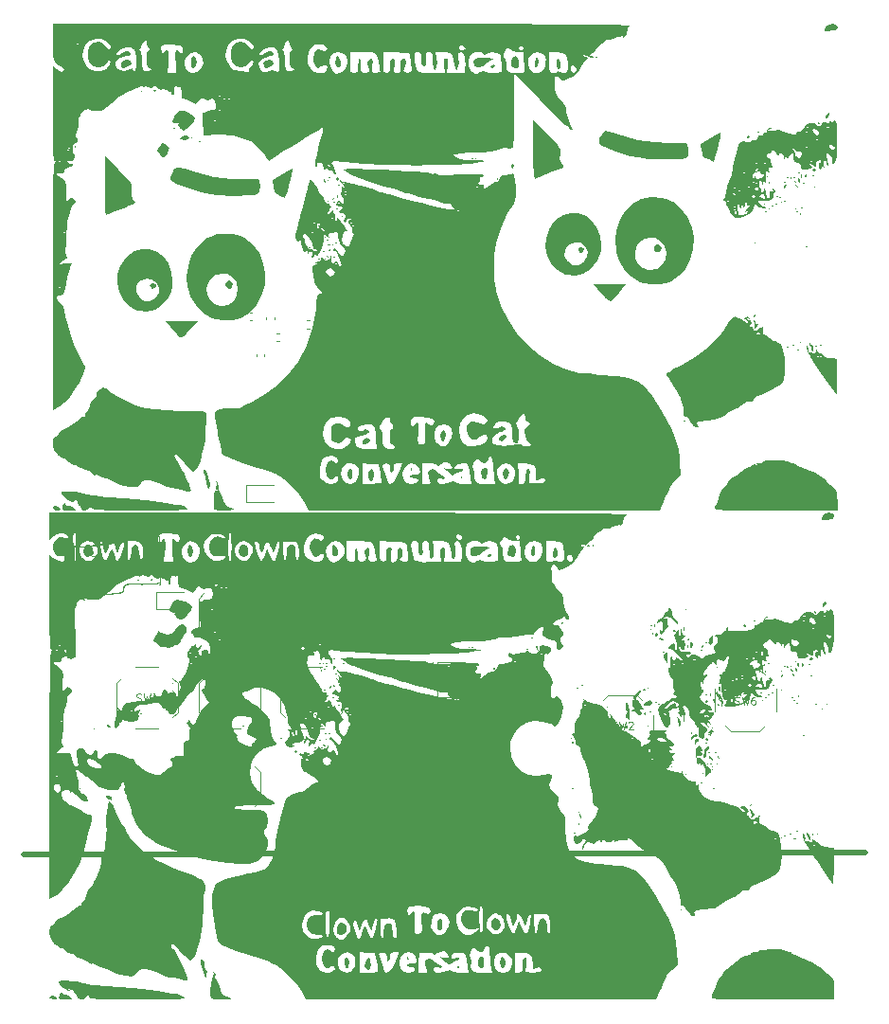
<source format=gbr>
%TF.GenerationSoftware,KiCad,Pcbnew,9.0.0*%
%TF.CreationDate,2025-05-29T01:16:52+08:00*%
%TF.ProjectId,greybadge_pcb,67726579-6261-4646-9765-5f7063622e6b,rev?*%
%TF.SameCoordinates,Original*%
%TF.FileFunction,Legend,Top*%
%TF.FilePolarity,Positive*%
%FSLAX46Y46*%
G04 Gerber Fmt 4.6, Leading zero omitted, Abs format (unit mm)*
G04 Created by KiCad (PCBNEW 9.0.0) date 2025-05-29 01:16:52*
%MOMM*%
%LPD*%
G01*
G04 APERTURE LIST*
%ADD10C,0.500000*%
%ADD11C,0.100000*%
%ADD12C,0.300000*%
%ADD13C,0.120000*%
%ADD14C,0.000000*%
G04 APERTURE END LIST*
D10*
X81519367Y-134725220D02*
X156726973Y-134566235D01*
D11*
X126012014Y-118694760D02*
X126682302Y-118694760D01*
X98940165Y-120999715D02*
X99040165Y-121033048D01*
X99040165Y-121033048D02*
X99206832Y-121033048D01*
X99206832Y-121033048D02*
X99273498Y-120999715D01*
X99273498Y-120999715D02*
X99306832Y-120966381D01*
X99306832Y-120966381D02*
X99340165Y-120899715D01*
X99340165Y-120899715D02*
X99340165Y-120833048D01*
X99340165Y-120833048D02*
X99306832Y-120766381D01*
X99306832Y-120766381D02*
X99273498Y-120733048D01*
X99273498Y-120733048D02*
X99206832Y-120699715D01*
X99206832Y-120699715D02*
X99073498Y-120666381D01*
X99073498Y-120666381D02*
X99006832Y-120633048D01*
X99006832Y-120633048D02*
X98973498Y-120599715D01*
X98973498Y-120599715D02*
X98940165Y-120533048D01*
X98940165Y-120533048D02*
X98940165Y-120466381D01*
X98940165Y-120466381D02*
X98973498Y-120399715D01*
X98973498Y-120399715D02*
X99006832Y-120366381D01*
X99006832Y-120366381D02*
X99073498Y-120333048D01*
X99073498Y-120333048D02*
X99240165Y-120333048D01*
X99240165Y-120333048D02*
X99340165Y-120366381D01*
X99573499Y-120333048D02*
X99740165Y-121033048D01*
X99740165Y-121033048D02*
X99873499Y-120533048D01*
X99873499Y-120533048D02*
X100006832Y-121033048D01*
X100006832Y-121033048D02*
X100173499Y-120333048D01*
X100773499Y-120333048D02*
X100440165Y-120333048D01*
X100440165Y-120333048D02*
X100406832Y-120666381D01*
X100406832Y-120666381D02*
X100440165Y-120633048D01*
X100440165Y-120633048D02*
X100506832Y-120599715D01*
X100506832Y-120599715D02*
X100673499Y-120599715D01*
X100673499Y-120599715D02*
X100740165Y-120633048D01*
X100740165Y-120633048D02*
X100773499Y-120666381D01*
X100773499Y-120666381D02*
X100806832Y-120733048D01*
X100806832Y-120733048D02*
X100806832Y-120899715D01*
X100806832Y-120899715D02*
X100773499Y-120966381D01*
X100773499Y-120966381D02*
X100740165Y-120999715D01*
X100740165Y-120999715D02*
X100673499Y-121033048D01*
X100673499Y-121033048D02*
X100506832Y-121033048D01*
X100506832Y-121033048D02*
X100440165Y-120999715D01*
X100440165Y-120999715D02*
X100406832Y-120966381D01*
X98940165Y-113404585D02*
X99040165Y-113437918D01*
X99040165Y-113437918D02*
X99206832Y-113437918D01*
X99206832Y-113437918D02*
X99273498Y-113404585D01*
X99273498Y-113404585D02*
X99306832Y-113371251D01*
X99306832Y-113371251D02*
X99340165Y-113304585D01*
X99340165Y-113304585D02*
X99340165Y-113237918D01*
X99340165Y-113237918D02*
X99306832Y-113171251D01*
X99306832Y-113171251D02*
X99273498Y-113137918D01*
X99273498Y-113137918D02*
X99206832Y-113104585D01*
X99206832Y-113104585D02*
X99073498Y-113071251D01*
X99073498Y-113071251D02*
X99006832Y-113037918D01*
X99006832Y-113037918D02*
X98973498Y-113004585D01*
X98973498Y-113004585D02*
X98940165Y-112937918D01*
X98940165Y-112937918D02*
X98940165Y-112871251D01*
X98940165Y-112871251D02*
X98973498Y-112804585D01*
X98973498Y-112804585D02*
X99006832Y-112771251D01*
X99006832Y-112771251D02*
X99073498Y-112737918D01*
X99073498Y-112737918D02*
X99240165Y-112737918D01*
X99240165Y-112737918D02*
X99340165Y-112771251D01*
X99573499Y-112737918D02*
X99740165Y-113437918D01*
X99740165Y-113437918D02*
X99873499Y-112937918D01*
X99873499Y-112937918D02*
X100006832Y-113437918D01*
X100006832Y-113437918D02*
X100173499Y-112737918D01*
X100806832Y-113437918D02*
X100406832Y-113437918D01*
X100606832Y-113437918D02*
X100606832Y-112737918D01*
X100606832Y-112737918D02*
X100540165Y-112837918D01*
X100540165Y-112837918D02*
X100473499Y-112904585D01*
X100473499Y-112904585D02*
X100406832Y-112937918D01*
X98940165Y-128893186D02*
X99040165Y-128926519D01*
X99040165Y-128926519D02*
X99206832Y-128926519D01*
X99206832Y-128926519D02*
X99273498Y-128893186D01*
X99273498Y-128893186D02*
X99306832Y-128859852D01*
X99306832Y-128859852D02*
X99340165Y-128793186D01*
X99340165Y-128793186D02*
X99340165Y-128726519D01*
X99340165Y-128726519D02*
X99306832Y-128659852D01*
X99306832Y-128659852D02*
X99273498Y-128626519D01*
X99273498Y-128626519D02*
X99206832Y-128593186D01*
X99206832Y-128593186D02*
X99073498Y-128559852D01*
X99073498Y-128559852D02*
X99006832Y-128526519D01*
X99006832Y-128526519D02*
X98973498Y-128493186D01*
X98973498Y-128493186D02*
X98940165Y-128426519D01*
X98940165Y-128426519D02*
X98940165Y-128359852D01*
X98940165Y-128359852D02*
X98973498Y-128293186D01*
X98973498Y-128293186D02*
X99006832Y-128259852D01*
X99006832Y-128259852D02*
X99073498Y-128226519D01*
X99073498Y-128226519D02*
X99240165Y-128226519D01*
X99240165Y-128226519D02*
X99340165Y-128259852D01*
X99573499Y-128226519D02*
X99740165Y-128926519D01*
X99740165Y-128926519D02*
X99873499Y-128426519D01*
X99873499Y-128426519D02*
X100006832Y-128926519D01*
X100006832Y-128926519D02*
X100173499Y-128226519D01*
X100373499Y-128226519D02*
X100840165Y-128226519D01*
X100840165Y-128226519D02*
X100540165Y-128926519D01*
D12*
X117564330Y-125180589D02*
X117421473Y-125109160D01*
X117421473Y-125109160D02*
X117207187Y-125109160D01*
X117207187Y-125109160D02*
X116992901Y-125180589D01*
X116992901Y-125180589D02*
X116850044Y-125323446D01*
X116850044Y-125323446D02*
X116778615Y-125466303D01*
X116778615Y-125466303D02*
X116707187Y-125752017D01*
X116707187Y-125752017D02*
X116707187Y-125966303D01*
X116707187Y-125966303D02*
X116778615Y-126252017D01*
X116778615Y-126252017D02*
X116850044Y-126394874D01*
X116850044Y-126394874D02*
X116992901Y-126537732D01*
X116992901Y-126537732D02*
X117207187Y-126609160D01*
X117207187Y-126609160D02*
X117350044Y-126609160D01*
X117350044Y-126609160D02*
X117564330Y-126537732D01*
X117564330Y-126537732D02*
X117635758Y-126466303D01*
X117635758Y-126466303D02*
X117635758Y-125966303D01*
X117635758Y-125966303D02*
X117350044Y-125966303D01*
X118492901Y-125109160D02*
X118492901Y-125466303D01*
X118135758Y-125323446D02*
X118492901Y-125466303D01*
X118492901Y-125466303D02*
X118850044Y-125323446D01*
X118278615Y-125752017D02*
X118492901Y-125466303D01*
X118492901Y-125466303D02*
X118707187Y-125752017D01*
X119635758Y-125109160D02*
X119635758Y-125466303D01*
X119278615Y-125323446D02*
X119635758Y-125466303D01*
X119635758Y-125466303D02*
X119992901Y-125323446D01*
X119421472Y-125752017D02*
X119635758Y-125466303D01*
X119635758Y-125466303D02*
X119850044Y-125752017D01*
X120778615Y-125109160D02*
X120778615Y-125466303D01*
X120421472Y-125323446D02*
X120778615Y-125466303D01*
X120778615Y-125466303D02*
X121135758Y-125323446D01*
X120564329Y-125752017D02*
X120778615Y-125466303D01*
X120778615Y-125466303D02*
X120992901Y-125752017D01*
D11*
X91572177Y-120999715D02*
X91672177Y-121033048D01*
X91672177Y-121033048D02*
X91838844Y-121033048D01*
X91838844Y-121033048D02*
X91905510Y-120999715D01*
X91905510Y-120999715D02*
X91938844Y-120966381D01*
X91938844Y-120966381D02*
X91972177Y-120899715D01*
X91972177Y-120899715D02*
X91972177Y-120833048D01*
X91972177Y-120833048D02*
X91938844Y-120766381D01*
X91938844Y-120766381D02*
X91905510Y-120733048D01*
X91905510Y-120733048D02*
X91838844Y-120699715D01*
X91838844Y-120699715D02*
X91705510Y-120666381D01*
X91705510Y-120666381D02*
X91638844Y-120633048D01*
X91638844Y-120633048D02*
X91605510Y-120599715D01*
X91605510Y-120599715D02*
X91572177Y-120533048D01*
X91572177Y-120533048D02*
X91572177Y-120466381D01*
X91572177Y-120466381D02*
X91605510Y-120399715D01*
X91605510Y-120399715D02*
X91638844Y-120366381D01*
X91638844Y-120366381D02*
X91705510Y-120333048D01*
X91705510Y-120333048D02*
X91872177Y-120333048D01*
X91872177Y-120333048D02*
X91972177Y-120366381D01*
X92205511Y-120333048D02*
X92372177Y-121033048D01*
X92372177Y-121033048D02*
X92505511Y-120533048D01*
X92505511Y-120533048D02*
X92638844Y-121033048D01*
X92638844Y-121033048D02*
X92805511Y-120333048D01*
X93372177Y-120566381D02*
X93372177Y-121033048D01*
X93205511Y-120299715D02*
X93038844Y-120799715D01*
X93038844Y-120799715D02*
X93472177Y-120799715D01*
X145085836Y-121285932D02*
X145185836Y-121319265D01*
X145185836Y-121319265D02*
X145352503Y-121319265D01*
X145352503Y-121319265D02*
X145419169Y-121285932D01*
X145419169Y-121285932D02*
X145452503Y-121252598D01*
X145452503Y-121252598D02*
X145485836Y-121185932D01*
X145485836Y-121185932D02*
X145485836Y-121119265D01*
X145485836Y-121119265D02*
X145452503Y-121052598D01*
X145452503Y-121052598D02*
X145419169Y-121019265D01*
X145419169Y-121019265D02*
X145352503Y-120985932D01*
X145352503Y-120985932D02*
X145219169Y-120952598D01*
X145219169Y-120952598D02*
X145152503Y-120919265D01*
X145152503Y-120919265D02*
X145119169Y-120885932D01*
X145119169Y-120885932D02*
X145085836Y-120819265D01*
X145085836Y-120819265D02*
X145085836Y-120752598D01*
X145085836Y-120752598D02*
X145119169Y-120685932D01*
X145119169Y-120685932D02*
X145152503Y-120652598D01*
X145152503Y-120652598D02*
X145219169Y-120619265D01*
X145219169Y-120619265D02*
X145385836Y-120619265D01*
X145385836Y-120619265D02*
X145485836Y-120652598D01*
X145719170Y-120619265D02*
X145885836Y-121319265D01*
X145885836Y-121319265D02*
X146019170Y-120819265D01*
X146019170Y-120819265D02*
X146152503Y-121319265D01*
X146152503Y-121319265D02*
X146319170Y-120619265D01*
X146885836Y-120619265D02*
X146752503Y-120619265D01*
X146752503Y-120619265D02*
X146685836Y-120652598D01*
X146685836Y-120652598D02*
X146652503Y-120685932D01*
X146652503Y-120685932D02*
X146585836Y-120785932D01*
X146585836Y-120785932D02*
X146552503Y-120919265D01*
X146552503Y-120919265D02*
X146552503Y-121185932D01*
X146552503Y-121185932D02*
X146585836Y-121252598D01*
X146585836Y-121252598D02*
X146619170Y-121285932D01*
X146619170Y-121285932D02*
X146685836Y-121319265D01*
X146685836Y-121319265D02*
X146819170Y-121319265D01*
X146819170Y-121319265D02*
X146885836Y-121285932D01*
X146885836Y-121285932D02*
X146919170Y-121252598D01*
X146919170Y-121252598D02*
X146952503Y-121185932D01*
X146952503Y-121185932D02*
X146952503Y-121019265D01*
X146952503Y-121019265D02*
X146919170Y-120952598D01*
X146919170Y-120952598D02*
X146885836Y-120919265D01*
X146885836Y-120919265D02*
X146819170Y-120885932D01*
X146819170Y-120885932D02*
X146685836Y-120885932D01*
X146685836Y-120885932D02*
X146619170Y-120919265D01*
X146619170Y-120919265D02*
X146585836Y-120952598D01*
X146585836Y-120952598D02*
X146552503Y-121019265D01*
X106229137Y-120999715D02*
X106329137Y-121033048D01*
X106329137Y-121033048D02*
X106495804Y-121033048D01*
X106495804Y-121033048D02*
X106562470Y-120999715D01*
X106562470Y-120999715D02*
X106595804Y-120966381D01*
X106595804Y-120966381D02*
X106629137Y-120899715D01*
X106629137Y-120899715D02*
X106629137Y-120833048D01*
X106629137Y-120833048D02*
X106595804Y-120766381D01*
X106595804Y-120766381D02*
X106562470Y-120733048D01*
X106562470Y-120733048D02*
X106495804Y-120699715D01*
X106495804Y-120699715D02*
X106362470Y-120666381D01*
X106362470Y-120666381D02*
X106295804Y-120633048D01*
X106295804Y-120633048D02*
X106262470Y-120599715D01*
X106262470Y-120599715D02*
X106229137Y-120533048D01*
X106229137Y-120533048D02*
X106229137Y-120466381D01*
X106229137Y-120466381D02*
X106262470Y-120399715D01*
X106262470Y-120399715D02*
X106295804Y-120366381D01*
X106295804Y-120366381D02*
X106362470Y-120333048D01*
X106362470Y-120333048D02*
X106529137Y-120333048D01*
X106529137Y-120333048D02*
X106629137Y-120366381D01*
X106862471Y-120333048D02*
X107029137Y-121033048D01*
X107029137Y-121033048D02*
X107162471Y-120533048D01*
X107162471Y-120533048D02*
X107295804Y-121033048D01*
X107295804Y-121033048D02*
X107462471Y-120333048D01*
X107662471Y-120333048D02*
X108095804Y-120333048D01*
X108095804Y-120333048D02*
X107862471Y-120599715D01*
X107862471Y-120599715D02*
X107962471Y-120599715D01*
X107962471Y-120599715D02*
X108029137Y-120633048D01*
X108029137Y-120633048D02*
X108062471Y-120666381D01*
X108062471Y-120666381D02*
X108095804Y-120733048D01*
X108095804Y-120733048D02*
X108095804Y-120899715D01*
X108095804Y-120899715D02*
X108062471Y-120966381D01*
X108062471Y-120966381D02*
X108029137Y-120999715D01*
X108029137Y-120999715D02*
X107962471Y-121033048D01*
X107962471Y-121033048D02*
X107762471Y-121033048D01*
X107762471Y-121033048D02*
X107695804Y-120999715D01*
X107695804Y-120999715D02*
X107662471Y-120966381D01*
X134125168Y-123514688D02*
X134225168Y-123548021D01*
X134225168Y-123548021D02*
X134391835Y-123548021D01*
X134391835Y-123548021D02*
X134458501Y-123514688D01*
X134458501Y-123514688D02*
X134491835Y-123481354D01*
X134491835Y-123481354D02*
X134525168Y-123414688D01*
X134525168Y-123414688D02*
X134525168Y-123348021D01*
X134525168Y-123348021D02*
X134491835Y-123281354D01*
X134491835Y-123281354D02*
X134458501Y-123248021D01*
X134458501Y-123248021D02*
X134391835Y-123214688D01*
X134391835Y-123214688D02*
X134258501Y-123181354D01*
X134258501Y-123181354D02*
X134191835Y-123148021D01*
X134191835Y-123148021D02*
X134158501Y-123114688D01*
X134158501Y-123114688D02*
X134125168Y-123048021D01*
X134125168Y-123048021D02*
X134125168Y-122981354D01*
X134125168Y-122981354D02*
X134158501Y-122914688D01*
X134158501Y-122914688D02*
X134191835Y-122881354D01*
X134191835Y-122881354D02*
X134258501Y-122848021D01*
X134258501Y-122848021D02*
X134425168Y-122848021D01*
X134425168Y-122848021D02*
X134525168Y-122881354D01*
X134758502Y-122848021D02*
X134925168Y-123548021D01*
X134925168Y-123548021D02*
X135058502Y-123048021D01*
X135058502Y-123048021D02*
X135191835Y-123548021D01*
X135191835Y-123548021D02*
X135358502Y-122848021D01*
X135591835Y-122914688D02*
X135625168Y-122881354D01*
X135625168Y-122881354D02*
X135691835Y-122848021D01*
X135691835Y-122848021D02*
X135858502Y-122848021D01*
X135858502Y-122848021D02*
X135925168Y-122881354D01*
X135925168Y-122881354D02*
X135958502Y-122914688D01*
X135958502Y-122914688D02*
X135991835Y-122981354D01*
X135991835Y-122981354D02*
X135991835Y-123048021D01*
X135991835Y-123048021D02*
X135958502Y-123148021D01*
X135958502Y-123148021D02*
X135558502Y-123548021D01*
X135558502Y-123548021D02*
X135991835Y-123548021D01*
D12*
X117859492Y-81478573D02*
X117716635Y-81407144D01*
X117716635Y-81407144D02*
X117502349Y-81407144D01*
X117502349Y-81407144D02*
X117288063Y-81478573D01*
X117288063Y-81478573D02*
X117145206Y-81621430D01*
X117145206Y-81621430D02*
X117073777Y-81764287D01*
X117073777Y-81764287D02*
X117002349Y-82050001D01*
X117002349Y-82050001D02*
X117002349Y-82264287D01*
X117002349Y-82264287D02*
X117073777Y-82550001D01*
X117073777Y-82550001D02*
X117145206Y-82692858D01*
X117145206Y-82692858D02*
X117288063Y-82835716D01*
X117288063Y-82835716D02*
X117502349Y-82907144D01*
X117502349Y-82907144D02*
X117645206Y-82907144D01*
X117645206Y-82907144D02*
X117859492Y-82835716D01*
X117859492Y-82835716D02*
X117930920Y-82764287D01*
X117930920Y-82764287D02*
X117930920Y-82264287D01*
X117930920Y-82264287D02*
X117645206Y-82264287D01*
X118788063Y-81407144D02*
X118788063Y-81764287D01*
X118430920Y-81621430D02*
X118788063Y-81764287D01*
X118788063Y-81764287D02*
X119145206Y-81621430D01*
X118573777Y-82050001D02*
X118788063Y-81764287D01*
X118788063Y-81764287D02*
X119002349Y-82050001D01*
X119930920Y-81407144D02*
X119930920Y-81764287D01*
X119573777Y-81621430D02*
X119930920Y-81764287D01*
X119930920Y-81764287D02*
X120288063Y-81621430D01*
X119716634Y-82050001D02*
X119930920Y-81764287D01*
X119930920Y-81764287D02*
X120145206Y-82050001D01*
X121073777Y-81407144D02*
X121073777Y-81764287D01*
X120716634Y-81621430D02*
X121073777Y-81764287D01*
X121073777Y-81764287D02*
X121430920Y-81621430D01*
X120859491Y-82050001D02*
X121073777Y-81764287D01*
X121073777Y-81764287D02*
X121288063Y-82050001D01*
D13*
%TO.C,C6*%
X104327836Y-88100000D02*
X104112164Y-88100000D01*
X104327836Y-88820000D02*
X104112164Y-88820000D01*
%TO.C,D7*%
X121857457Y-126122305D02*
X121857457Y-127592305D01*
X121857457Y-127592305D02*
X124317457Y-127592305D01*
X124317457Y-126122305D02*
X121857457Y-126122305D01*
%TO.C,C9*%
X101927836Y-86265000D02*
X101712164Y-86265000D01*
X101927836Y-86985000D02*
X101712164Y-86985000D01*
%TO.C,SW5*%
X97123499Y-122014415D02*
X97123499Y-119414415D01*
X97573499Y-118964415D02*
X97123499Y-119414415D01*
X97573499Y-122464415D02*
X97123499Y-122014415D01*
X98873499Y-117964415D02*
X100873499Y-117964415D01*
X98873499Y-123464415D02*
X100873499Y-123464415D01*
X102173499Y-118964415D02*
X102623499Y-119414415D01*
X102173499Y-122464415D02*
X102623499Y-122014415D01*
X102623499Y-122014415D02*
X102623499Y-119414415D01*
%TO.C,D3*%
X93348119Y-111270806D02*
X93348119Y-112740806D01*
X93348119Y-112740806D02*
X95808119Y-112740806D01*
X95808119Y-111270806D02*
X93348119Y-111270806D01*
%TO.C,SW1*%
X97123499Y-114419285D02*
X97123499Y-111819285D01*
X97573499Y-111369285D02*
X97123499Y-111819285D01*
X97573499Y-114869285D02*
X97123499Y-114419285D01*
X98873499Y-110369285D02*
X100873499Y-110369285D01*
X98873499Y-115869285D02*
X100873499Y-115869285D01*
X102173499Y-111369285D02*
X102623499Y-111819285D01*
X102173499Y-114869285D02*
X102623499Y-114419285D01*
X102623499Y-114419285D02*
X102623499Y-111819285D01*
%TO.C,D5*%
X101386899Y-101708298D02*
X101386899Y-103178298D01*
X101386899Y-103178298D02*
X103846899Y-103178298D01*
X103846899Y-101708298D02*
X101386899Y-101708298D01*
%TO.C,SW7*%
X97123499Y-129907886D02*
X97123499Y-127307886D01*
X97573499Y-126857886D02*
X97123499Y-127307886D01*
X97573499Y-130357886D02*
X97123499Y-129907886D01*
X98873499Y-125857886D02*
X100873499Y-125857886D01*
X98873499Y-131357886D02*
X100873499Y-131357886D01*
X102173499Y-126857886D02*
X102623499Y-127307886D01*
X102173499Y-130357886D02*
X102623499Y-129907886D01*
X102623499Y-129907886D02*
X102623499Y-127307886D01*
D14*
%TO.C,G\u002A\u002A\u002A*%
G36*
X85346531Y-129930279D02*
G01*
X85276365Y-130000445D01*
X85206199Y-129930279D01*
X85276365Y-129860113D01*
X85346531Y-129930279D01*
G37*
G36*
X86609514Y-128807627D02*
G01*
X86539349Y-128877793D01*
X86469183Y-128807627D01*
X86539349Y-128737462D01*
X86609514Y-128807627D01*
G37*
G36*
X87872498Y-123475031D02*
G01*
X87802332Y-123545196D01*
X87732166Y-123475031D01*
X87802332Y-123404865D01*
X87872498Y-123475031D01*
G37*
G36*
X88433824Y-129509285D02*
G01*
X88363658Y-129579451D01*
X88293492Y-129509285D01*
X88363658Y-129439119D01*
X88433824Y-129509285D01*
G37*
G36*
X91801780Y-110143539D02*
G01*
X91731614Y-110213705D01*
X91661448Y-110143539D01*
X91731614Y-110073373D01*
X91801780Y-110143539D01*
G37*
G36*
X92082443Y-122071716D02*
G01*
X92012277Y-122141881D01*
X91942111Y-122071716D01*
X92012277Y-122001550D01*
X92082443Y-122071716D01*
G37*
G36*
X94047083Y-119265086D02*
G01*
X93976918Y-119335252D01*
X93906752Y-119265086D01*
X93976918Y-119194920D01*
X94047083Y-119265086D01*
G37*
G36*
X94187415Y-119686080D02*
G01*
X94117249Y-119756246D01*
X94047083Y-119686080D01*
X94117249Y-119615915D01*
X94187415Y-119686080D01*
G37*
G36*
X94748741Y-113511495D02*
G01*
X94678575Y-113581660D01*
X94608409Y-113511495D01*
X94678575Y-113441329D01*
X94748741Y-113511495D01*
G37*
G36*
X94889072Y-119405417D02*
G01*
X94818907Y-119475583D01*
X94748741Y-119405417D01*
X94818907Y-119335252D01*
X94889072Y-119405417D01*
G37*
G36*
X96292387Y-114353484D02*
G01*
X96222222Y-114423649D01*
X96152056Y-114353484D01*
X96222222Y-114283318D01*
X96292387Y-114353484D01*
G37*
G36*
X101203989Y-123194368D02*
G01*
X101133824Y-123264533D01*
X101063658Y-123194368D01*
X101133824Y-123124202D01*
X101203989Y-123194368D01*
G37*
G36*
X104571945Y-124317020D02*
G01*
X104501780Y-124387185D01*
X104431614Y-124317020D01*
X104501780Y-124246854D01*
X104571945Y-124317020D01*
G37*
G36*
X106396255Y-125439671D02*
G01*
X106326089Y-125509837D01*
X106255923Y-125439671D01*
X106326089Y-125369506D01*
X106396255Y-125439671D01*
G37*
G36*
X107659238Y-122212047D02*
G01*
X107589072Y-122282213D01*
X107518907Y-122212047D01*
X107589072Y-122141881D01*
X107659238Y-122212047D01*
G37*
G36*
X107659238Y-125159009D02*
G01*
X107589072Y-125229174D01*
X107518907Y-125159009D01*
X107589072Y-125088843D01*
X107659238Y-125159009D01*
G37*
G36*
X108080233Y-117581108D02*
G01*
X108010067Y-117651274D01*
X107939901Y-117581108D01*
X108010067Y-117510942D01*
X108080233Y-117581108D01*
G37*
G36*
X108080233Y-124457351D02*
G01*
X108010067Y-124527517D01*
X107939901Y-124457351D01*
X108010067Y-124387185D01*
X108080233Y-124457351D01*
G37*
G36*
X108220564Y-123194368D02*
G01*
X108150398Y-123264533D01*
X108080233Y-123194368D01*
X108150398Y-123124202D01*
X108220564Y-123194368D01*
G37*
G36*
X108220564Y-125159009D02*
G01*
X108150398Y-125229174D01*
X108080233Y-125159009D01*
X108150398Y-125088843D01*
X108220564Y-125159009D01*
G37*
G36*
X108360896Y-117581108D02*
G01*
X108290730Y-117651274D01*
X108220564Y-117581108D01*
X108290730Y-117510942D01*
X108360896Y-117581108D01*
G37*
G36*
X108501227Y-118142434D02*
G01*
X108431061Y-118212600D01*
X108360896Y-118142434D01*
X108431061Y-118072268D01*
X108501227Y-118142434D01*
G37*
G36*
X108501227Y-119966743D02*
G01*
X108431061Y-120036909D01*
X108360896Y-119966743D01*
X108431061Y-119896578D01*
X108501227Y-119966743D01*
G37*
G36*
X108641559Y-117581108D02*
G01*
X108571393Y-117651274D01*
X108501227Y-117581108D01*
X108571393Y-117510942D01*
X108641559Y-117581108D01*
G37*
G36*
X108641559Y-117861771D02*
G01*
X108571393Y-117931937D01*
X108501227Y-117861771D01*
X108571393Y-117791605D01*
X108641559Y-117861771D01*
G37*
G36*
X108922222Y-123896025D02*
G01*
X108852056Y-123966191D01*
X108781890Y-123896025D01*
X108852056Y-123825859D01*
X108922222Y-123896025D01*
G37*
G36*
X109062553Y-120107075D02*
G01*
X108992387Y-120177241D01*
X108922222Y-120107075D01*
X108992387Y-120036909D01*
X109062553Y-120107075D01*
G37*
G36*
X109062553Y-125018677D02*
G01*
X108992387Y-125088843D01*
X108922222Y-125018677D01*
X108992387Y-124948511D01*
X109062553Y-125018677D01*
G37*
G36*
X109202885Y-123755694D02*
G01*
X109132719Y-123825859D01*
X109062553Y-123755694D01*
X109132719Y-123685528D01*
X109202885Y-123755694D01*
G37*
G36*
X109343216Y-117160113D02*
G01*
X109273050Y-117230279D01*
X109202885Y-117160113D01*
X109273050Y-117089948D01*
X109343216Y-117160113D01*
G37*
G36*
X109483547Y-118563428D02*
G01*
X109413382Y-118633594D01*
X109343216Y-118563428D01*
X109413382Y-118493263D01*
X109483547Y-118563428D01*
G37*
G36*
X109764210Y-121370058D02*
G01*
X109694045Y-121440224D01*
X109623879Y-121370058D01*
X109694045Y-121299892D01*
X109764210Y-121370058D01*
G37*
G36*
X110185205Y-117581108D02*
G01*
X110115039Y-117651274D01*
X110044873Y-117581108D01*
X110115039Y-117510942D01*
X110185205Y-117581108D01*
G37*
G36*
X121411724Y-116177793D02*
G01*
X121341559Y-116247959D01*
X121271393Y-116177793D01*
X121341559Y-116107627D01*
X121411724Y-116177793D01*
G37*
G36*
X121692387Y-116177793D02*
G01*
X121622222Y-116247959D01*
X121552056Y-116177793D01*
X121622222Y-116107627D01*
X121692387Y-116177793D01*
G37*
G36*
X124639349Y-117581108D02*
G01*
X124569183Y-117651274D01*
X124499017Y-117581108D01*
X124569183Y-117510942D01*
X124639349Y-117581108D01*
G37*
G36*
X126603989Y-116318125D02*
G01*
X126533824Y-116388290D01*
X126463658Y-116318125D01*
X126533824Y-116247959D01*
X126603989Y-116318125D01*
G37*
G36*
X127024984Y-115335804D02*
G01*
X126954818Y-115405970D01*
X126884652Y-115335804D01*
X126954818Y-115265638D01*
X127024984Y-115335804D01*
G37*
G36*
X130533271Y-124317020D02*
G01*
X130463105Y-124387185D01*
X130392940Y-124317020D01*
X130463105Y-124246854D01*
X130533271Y-124317020D01*
G37*
G36*
X130673603Y-128807627D02*
G01*
X130603437Y-128877793D01*
X130533271Y-128807627D01*
X130603437Y-128737462D01*
X130673603Y-128807627D01*
G37*
G36*
X130813934Y-132736909D02*
G01*
X130743768Y-132807075D01*
X130673603Y-132736909D01*
X130743768Y-132666743D01*
X130813934Y-132736909D01*
G37*
G36*
X131094597Y-119826412D02*
G01*
X131024431Y-119896578D01*
X130954266Y-119826412D01*
X131024431Y-119756246D01*
X131094597Y-119826412D01*
G37*
G36*
X131515592Y-119545749D02*
G01*
X131445426Y-119615915D01*
X131375260Y-119545749D01*
X131445426Y-119475583D01*
X131515592Y-119545749D01*
G37*
G36*
X132076918Y-129088290D02*
G01*
X132006752Y-129158456D01*
X131936586Y-129088290D01*
X132006752Y-129018125D01*
X132076918Y-129088290D01*
G37*
G36*
X133760896Y-121510390D02*
G01*
X133690730Y-121580555D01*
X133620564Y-121510390D01*
X133690730Y-121440224D01*
X133760896Y-121510390D01*
G37*
G36*
X137409514Y-119826412D02*
G01*
X137339349Y-119896578D01*
X137269183Y-119826412D01*
X137339349Y-119756246D01*
X137409514Y-119826412D01*
G37*
G36*
X137409514Y-123194368D02*
G01*
X137339349Y-123264533D01*
X137269183Y-123194368D01*
X137339349Y-123124202D01*
X137409514Y-123194368D01*
G37*
G36*
X137690177Y-114213152D02*
G01*
X137620012Y-114283318D01*
X137549846Y-114213152D01*
X137620012Y-114142986D01*
X137690177Y-114213152D01*
G37*
G36*
X138111172Y-121089395D02*
G01*
X138041006Y-121159561D01*
X137970840Y-121089395D01*
X138041006Y-121019230D01*
X138111172Y-121089395D01*
G37*
G36*
X138391835Y-121229727D02*
G01*
X138321669Y-121299892D01*
X138251503Y-121229727D01*
X138321669Y-121159561D01*
X138391835Y-121229727D01*
G37*
G36*
X138812829Y-116598788D02*
G01*
X138742664Y-116668953D01*
X138672498Y-116598788D01*
X138742664Y-116528622D01*
X138812829Y-116598788D01*
G37*
G36*
X139093492Y-114774478D02*
G01*
X139023326Y-114844644D01*
X138953161Y-114774478D01*
X139023326Y-114704312D01*
X139093492Y-114774478D01*
G37*
G36*
X139093492Y-115195473D02*
G01*
X139023326Y-115265638D01*
X138953161Y-115195473D01*
X139023326Y-115125307D01*
X139093492Y-115195473D01*
G37*
G36*
X139514487Y-126842986D02*
G01*
X139444321Y-126913152D01*
X139374155Y-126842986D01*
X139444321Y-126772821D01*
X139514487Y-126842986D01*
G37*
G36*
X140075813Y-114353484D02*
G01*
X140005647Y-114423649D01*
X139935481Y-114353484D01*
X140005647Y-114283318D01*
X140075813Y-114353484D01*
G37*
G36*
X140356476Y-139613152D02*
G01*
X140286310Y-139683318D01*
X140216144Y-139613152D01*
X140286310Y-139542986D01*
X140356476Y-139613152D01*
G37*
G36*
X140777470Y-112809837D02*
G01*
X140707304Y-112880003D01*
X140637139Y-112809837D01*
X140707304Y-112739671D01*
X140777470Y-112809837D01*
G37*
G36*
X140777470Y-127544644D02*
G01*
X140707304Y-127614810D01*
X140637139Y-127544644D01*
X140707304Y-127474478D01*
X140777470Y-127544644D01*
G37*
G36*
X141058133Y-114353484D02*
G01*
X140987967Y-114423649D01*
X140917802Y-114353484D01*
X140987967Y-114283318D01*
X141058133Y-114353484D01*
G37*
G36*
X142180785Y-116458456D02*
G01*
X142110619Y-116528622D01*
X142040454Y-116458456D01*
X142110619Y-116388290D01*
X142180785Y-116458456D01*
G37*
G36*
X142180785Y-128246301D02*
G01*
X142110619Y-128316467D01*
X142040454Y-128246301D01*
X142110619Y-128176136D01*
X142180785Y-128246301D01*
G37*
G36*
X142321117Y-120528069D02*
G01*
X142250951Y-120598235D01*
X142180785Y-120528069D01*
X142250951Y-120457904D01*
X142321117Y-120528069D01*
G37*
G36*
X142321117Y-127404312D02*
G01*
X142250951Y-127474478D01*
X142180785Y-127404312D01*
X142250951Y-127334147D01*
X142321117Y-127404312D01*
G37*
G36*
X142601780Y-115756799D02*
G01*
X142531614Y-115826964D01*
X142461448Y-115756799D01*
X142531614Y-115686633D01*
X142601780Y-115756799D01*
G37*
G36*
X142601780Y-120387738D02*
G01*
X142531614Y-120457904D01*
X142461448Y-120387738D01*
X142531614Y-120317572D01*
X142601780Y-120387738D01*
G37*
G36*
X142601780Y-124738014D02*
G01*
X142531614Y-124808180D01*
X142461448Y-124738014D01*
X142531614Y-124667848D01*
X142601780Y-124738014D01*
G37*
G36*
X142742111Y-126562323D02*
G01*
X142671945Y-126632489D01*
X142601780Y-126562323D01*
X142671945Y-126492158D01*
X142742111Y-126562323D01*
G37*
G36*
X142882443Y-125580003D02*
G01*
X142812277Y-125650169D01*
X142742111Y-125580003D01*
X142812277Y-125509837D01*
X142882443Y-125580003D01*
G37*
G36*
X143022774Y-126562323D02*
G01*
X142952608Y-126632489D01*
X142882443Y-126562323D01*
X142952608Y-126492158D01*
X143022774Y-126562323D01*
G37*
G36*
X143163105Y-123334699D02*
G01*
X143092940Y-123404865D01*
X143022774Y-123334699D01*
X143092940Y-123264533D01*
X143163105Y-123334699D01*
G37*
G36*
X143163105Y-125439671D02*
G01*
X143092940Y-125509837D01*
X143022774Y-125439671D01*
X143092940Y-125369506D01*
X143163105Y-125439671D01*
G37*
G36*
X143163105Y-126842986D02*
G01*
X143092940Y-126913152D01*
X143022774Y-126842986D01*
X143092940Y-126772821D01*
X143163105Y-126842986D01*
G37*
G36*
X143163105Y-127123649D02*
G01*
X143092940Y-127193815D01*
X143022774Y-127123649D01*
X143092940Y-127053484D01*
X143163105Y-127123649D01*
G37*
G36*
X143303437Y-125860666D02*
G01*
X143233271Y-125930832D01*
X143163105Y-125860666D01*
X143233271Y-125790500D01*
X143303437Y-125860666D01*
G37*
G36*
X143303437Y-128807627D02*
G01*
X143233271Y-128877793D01*
X143163105Y-128807627D01*
X143233271Y-128737462D01*
X143303437Y-128807627D01*
G37*
G36*
X143443768Y-125580003D02*
G01*
X143373603Y-125650169D01*
X143303437Y-125580003D01*
X143373603Y-125509837D01*
X143443768Y-125580003D01*
G37*
G36*
X143584100Y-126562323D02*
G01*
X143513934Y-126632489D01*
X143443768Y-126562323D01*
X143513934Y-126492158D01*
X143584100Y-126562323D01*
G37*
G36*
X144005094Y-125860666D02*
G01*
X143934929Y-125930832D01*
X143864763Y-125860666D01*
X143934929Y-125790500D01*
X144005094Y-125860666D01*
G37*
G36*
X146671393Y-123755694D02*
G01*
X146601227Y-123825859D01*
X146531061Y-123755694D01*
X146601227Y-123685528D01*
X146671393Y-123755694D01*
G37*
G36*
X146952056Y-113792158D02*
G01*
X146881890Y-113862323D01*
X146811724Y-113792158D01*
X146881890Y-113721992D01*
X146952056Y-113792158D01*
G37*
G36*
X147513382Y-120247406D02*
G01*
X147443216Y-120317572D01*
X147373050Y-120247406D01*
X147443216Y-120177241D01*
X147513382Y-120247406D01*
G37*
G36*
X147653713Y-120949064D02*
G01*
X147583547Y-121019230D01*
X147513382Y-120949064D01*
X147583547Y-120878898D01*
X147653713Y-120949064D01*
G37*
G36*
X147934376Y-120668401D02*
G01*
X147864210Y-120738567D01*
X147794045Y-120668401D01*
X147864210Y-120598235D01*
X147934376Y-120668401D01*
G37*
G36*
X148215039Y-117581108D02*
G01*
X148144873Y-117651274D01*
X148074708Y-117581108D01*
X148144873Y-117510942D01*
X148215039Y-117581108D01*
G37*
G36*
X148215039Y-120387738D02*
G01*
X148144873Y-120457904D01*
X148074708Y-120387738D01*
X148144873Y-120317572D01*
X148215039Y-120387738D01*
G37*
G36*
X148636034Y-119545749D02*
G01*
X148565868Y-119615915D01*
X148495702Y-119545749D01*
X148565868Y-119475583D01*
X148636034Y-119545749D01*
G37*
G36*
X148916697Y-119686080D02*
G01*
X148846531Y-119756246D01*
X148776365Y-119686080D01*
X148846531Y-119615915D01*
X148916697Y-119686080D01*
G37*
G36*
X149057028Y-120107075D02*
G01*
X148986862Y-120177241D01*
X148916697Y-120107075D01*
X148986862Y-120036909D01*
X149057028Y-120107075D01*
G37*
G36*
X149337691Y-118282765D02*
G01*
X149267525Y-118352931D01*
X149197360Y-118282765D01*
X149267525Y-118212600D01*
X149337691Y-118282765D01*
G37*
G36*
X149337691Y-119966743D02*
G01*
X149267525Y-120036909D01*
X149197360Y-119966743D01*
X149267525Y-119896578D01*
X149337691Y-119966743D01*
G37*
G36*
X149337691Y-133157904D02*
G01*
X149267525Y-133228069D01*
X149197360Y-133157904D01*
X149267525Y-133087738D01*
X149337691Y-133157904D01*
G37*
G36*
X149618354Y-117861771D02*
G01*
X149548188Y-117931937D01*
X149478023Y-117861771D01*
X149548188Y-117791605D01*
X149618354Y-117861771D01*
G37*
G36*
X149618354Y-133017572D02*
G01*
X149548188Y-133087738D01*
X149478023Y-133017572D01*
X149548188Y-132947406D01*
X149618354Y-133017572D01*
G37*
G36*
X150179680Y-117861771D02*
G01*
X150109514Y-117931937D01*
X150039349Y-117861771D01*
X150109514Y-117791605D01*
X150179680Y-117861771D01*
G37*
G36*
X150320012Y-120668401D02*
G01*
X150249846Y-120738567D01*
X150179680Y-120668401D01*
X150249846Y-120598235D01*
X150320012Y-120668401D01*
G37*
G36*
X150460343Y-120949064D02*
G01*
X150390177Y-121019230D01*
X150320012Y-120949064D01*
X150390177Y-120878898D01*
X150460343Y-120949064D01*
G37*
G36*
X150600675Y-117440776D02*
G01*
X150530509Y-117510942D01*
X150460343Y-117440776D01*
X150530509Y-117370611D01*
X150600675Y-117440776D01*
G37*
G36*
X150741006Y-132596578D02*
G01*
X150670840Y-132666743D01*
X150600675Y-132596578D01*
X150670840Y-132526412D01*
X150741006Y-132596578D01*
G37*
G36*
X151021669Y-118423097D02*
G01*
X150951503Y-118493263D01*
X150881338Y-118423097D01*
X150951503Y-118352931D01*
X151021669Y-118423097D01*
G37*
G36*
X151302332Y-124036357D02*
G01*
X151232166Y-124106522D01*
X151162001Y-124036357D01*
X151232166Y-123966191D01*
X151302332Y-124036357D01*
G37*
G36*
X151863658Y-117721439D02*
G01*
X151793492Y-117791605D01*
X151723326Y-117721439D01*
X151793492Y-117651274D01*
X151863658Y-117721439D01*
G37*
G36*
X152003989Y-118703760D02*
G01*
X151933824Y-118773926D01*
X151863658Y-118703760D01*
X151933824Y-118633594D01*
X152003989Y-118703760D01*
G37*
G36*
X152424984Y-121229727D02*
G01*
X152354818Y-121299892D01*
X152284652Y-121229727D01*
X152354818Y-121159561D01*
X152424984Y-121229727D01*
G37*
G36*
X152565315Y-132877241D02*
G01*
X152495150Y-132947406D01*
X152424984Y-132877241D01*
X152495150Y-132807075D01*
X152565315Y-132877241D01*
G37*
G36*
X152986310Y-121650721D02*
G01*
X152916144Y-121720887D01*
X152845978Y-121650721D01*
X152916144Y-121580555D01*
X152986310Y-121650721D01*
G37*
G36*
X153407304Y-121229727D02*
G01*
X153337139Y-121299892D01*
X153266973Y-121229727D01*
X153337139Y-121159561D01*
X153407304Y-121229727D01*
G37*
G36*
X85861080Y-115031753D02*
G01*
X85877875Y-115198293D01*
X85861080Y-115218861D01*
X85777653Y-115199598D01*
X85767525Y-115125307D01*
X85818870Y-115009798D01*
X85861080Y-115031753D01*
G37*
G36*
X93017986Y-110120150D02*
G01*
X92998723Y-110203577D01*
X92924431Y-110213705D01*
X92808923Y-110162360D01*
X92830877Y-110120150D01*
X92997418Y-110103355D01*
X93017986Y-110120150D01*
G37*
G36*
X108454450Y-123451642D02*
G01*
X108435187Y-123535069D01*
X108360896Y-123545196D01*
X108245387Y-123493851D01*
X108267341Y-123451642D01*
X108433882Y-123434847D01*
X108454450Y-123451642D01*
G37*
G36*
X108594781Y-123872637D02*
G01*
X108575518Y-123956063D01*
X108501227Y-123966191D01*
X108385718Y-123914846D01*
X108407673Y-123872637D01*
X108574213Y-123855842D01*
X108594781Y-123872637D01*
G37*
G36*
X108594781Y-124293631D02*
G01*
X108611576Y-124460172D01*
X108594781Y-124480740D01*
X108511354Y-124461476D01*
X108501227Y-124387185D01*
X108552572Y-124271677D01*
X108594781Y-124293631D01*
G37*
G36*
X109296439Y-119522360D02*
G01*
X109313234Y-119688901D01*
X109296439Y-119709469D01*
X109213012Y-119690206D01*
X109202885Y-119615915D01*
X109254230Y-119500406D01*
X109296439Y-119522360D01*
G37*
G36*
X109296439Y-120645012D02*
G01*
X109277176Y-120728439D01*
X109202885Y-120738567D01*
X109087376Y-120687221D01*
X109109330Y-120645012D01*
X109275871Y-120628217D01*
X109296439Y-120645012D01*
G37*
G36*
X115894327Y-143866951D02*
G01*
X115911057Y-144086272D01*
X115883248Y-144135919D01*
X115819466Y-144094067D01*
X115809543Y-143951734D01*
X115843815Y-143801996D01*
X115894327Y-143866951D01*
G37*
G36*
X120382627Y-144641697D02*
G01*
X120399422Y-144808238D01*
X120382627Y-144828806D01*
X120299200Y-144809543D01*
X120289072Y-144735252D01*
X120340417Y-144619743D01*
X120382627Y-144641697D01*
G37*
G36*
X123610251Y-117978714D02*
G01*
X123627046Y-118145255D01*
X123610251Y-118165823D01*
X123526824Y-118146559D01*
X123516697Y-118072268D01*
X123568042Y-117956759D01*
X123610251Y-117978714D01*
G37*
G36*
X130626826Y-124574294D02*
G01*
X130643621Y-124740835D01*
X130626826Y-124761403D01*
X130543399Y-124742139D01*
X130533271Y-124667848D01*
X130584616Y-124552340D01*
X130626826Y-124574294D01*
G37*
G36*
X131188152Y-131871532D02*
G01*
X131204946Y-132038072D01*
X131188152Y-132058640D01*
X131104725Y-132039377D01*
X131094597Y-131965086D01*
X131145942Y-131849577D01*
X131188152Y-131871532D01*
G37*
G36*
X132451135Y-107032857D02*
G01*
X132467930Y-107199398D01*
X132451135Y-107219966D01*
X132367708Y-107200703D01*
X132357581Y-107126412D01*
X132408926Y-107010903D01*
X132451135Y-107032857D01*
G37*
G36*
X137082074Y-119943355D02*
G01*
X137062811Y-120026782D01*
X136988520Y-120036909D01*
X136873011Y-119985564D01*
X136894966Y-119943355D01*
X137061506Y-119926560D01*
X137082074Y-119943355D01*
G37*
G36*
X137082074Y-122048327D02*
G01*
X137098869Y-122214868D01*
X137082074Y-122235436D01*
X136998647Y-122216172D01*
X136988520Y-122141881D01*
X137039865Y-122026373D01*
X137082074Y-122048327D01*
G37*
G36*
X137643400Y-114470427D02*
G01*
X137660195Y-114636967D01*
X137643400Y-114657535D01*
X137559973Y-114638272D01*
X137549846Y-114563981D01*
X137601191Y-114448472D01*
X137643400Y-114470427D01*
G37*
G36*
X137643400Y-121907996D02*
G01*
X137624137Y-121991423D01*
X137549846Y-122001550D01*
X137434337Y-121950205D01*
X137456291Y-121907996D01*
X137622832Y-121891201D01*
X137643400Y-121907996D01*
G37*
G36*
X137783732Y-114891421D02*
G01*
X137800527Y-115057962D01*
X137783732Y-115078530D01*
X137700305Y-115059266D01*
X137690177Y-114984975D01*
X137741522Y-114869467D01*
X137783732Y-114891421D01*
G37*
G36*
X137926371Y-114116674D02*
G01*
X137943101Y-114335995D01*
X137915292Y-114385643D01*
X137851510Y-114343791D01*
X137841588Y-114201458D01*
X137875859Y-114051719D01*
X137926371Y-114116674D01*
G37*
G36*
X140589746Y-114388567D02*
G01*
X140608281Y-114675874D01*
X140589746Y-114739395D01*
X140538526Y-114757024D01*
X140518965Y-114563981D01*
X140541018Y-114364762D01*
X140589746Y-114388567D01*
G37*
G36*
X141011356Y-115452747D02*
G01*
X140992093Y-115536174D01*
X140917802Y-115546301D01*
X140802293Y-115494956D01*
X140824247Y-115452747D01*
X140990788Y-115435952D01*
X141011356Y-115452747D01*
G37*
G36*
X141292019Y-123732305D02*
G01*
X141308814Y-123898846D01*
X141292019Y-123919414D01*
X141208592Y-123900150D01*
X141198465Y-123825859D01*
X141249810Y-123710351D01*
X141292019Y-123732305D01*
G37*
G36*
X142975381Y-120282489D02*
G01*
X142993916Y-120569796D01*
X142975381Y-120633318D01*
X142924161Y-120650947D01*
X142904600Y-120457904D01*
X142926653Y-120258685D01*
X142975381Y-120282489D01*
G37*
G36*
X143677654Y-121206338D02*
G01*
X143694449Y-121372879D01*
X143677654Y-121393447D01*
X143594227Y-121374184D01*
X143584100Y-121299892D01*
X143635445Y-121184384D01*
X143677654Y-121206338D01*
G37*
G36*
X143679962Y-125904520D02*
G01*
X143696692Y-126123841D01*
X143668884Y-126173488D01*
X143605101Y-126131636D01*
X143595179Y-125989303D01*
X143629451Y-125839565D01*
X143679962Y-125904520D01*
G37*
G36*
X147747268Y-117698051D02*
G01*
X147764062Y-117864592D01*
X147747268Y-117885160D01*
X147663841Y-117865896D01*
X147653713Y-117791605D01*
X147705058Y-117676096D01*
X147747268Y-117698051D01*
G37*
G36*
X147887599Y-118259377D02*
G01*
X147904394Y-118425917D01*
X147887599Y-118446485D01*
X147804172Y-118427222D01*
X147794045Y-118352931D01*
X147845390Y-118237422D01*
X147887599Y-118259377D01*
G37*
G36*
X148589257Y-120224018D02*
G01*
X148569993Y-120307445D01*
X148495702Y-120317572D01*
X148380193Y-120266227D01*
X148402148Y-120224018D01*
X148568689Y-120207223D01*
X148589257Y-120224018D01*
G37*
G36*
X149852240Y-117838382D02*
G01*
X149869035Y-118004923D01*
X149852240Y-118025491D01*
X149768813Y-118006228D01*
X149758686Y-117931937D01*
X149810031Y-117816428D01*
X149852240Y-117838382D01*
G37*
G36*
X150132903Y-132853852D02*
G01*
X150113640Y-132937279D01*
X150039349Y-132947406D01*
X149923840Y-132896061D01*
X149945794Y-132853852D01*
X150112335Y-132837057D01*
X150132903Y-132853852D01*
G37*
G36*
X150553897Y-133274846D02*
G01*
X150534634Y-133358273D01*
X150460343Y-133368401D01*
X150344834Y-133317056D01*
X150366789Y-133274846D01*
X150533329Y-133258052D01*
X150553897Y-133274846D01*
G37*
G36*
X150694229Y-121066007D02*
G01*
X150711024Y-121232547D01*
X150694229Y-121253115D01*
X150610802Y-121233852D01*
X150600675Y-121159561D01*
X150652020Y-121044052D01*
X150694229Y-121066007D01*
G37*
G36*
X150834560Y-120504681D02*
G01*
X150851355Y-120671221D01*
X150834560Y-120691789D01*
X150751133Y-120672526D01*
X150741006Y-120598235D01*
X150792351Y-120482726D01*
X150834560Y-120504681D01*
G37*
G36*
X152097544Y-132853852D02*
G01*
X152114339Y-133020393D01*
X152097544Y-133040961D01*
X152014117Y-133021697D01*
X152003989Y-132947406D01*
X152055335Y-132831898D01*
X152097544Y-132853852D01*
G37*
G36*
X108097258Y-118033263D02*
G01*
X108103871Y-118039774D01*
X108202795Y-118282368D01*
X108190781Y-118372116D01*
X108118477Y-118404693D01*
X108042513Y-118223849D01*
X108010637Y-118007218D01*
X108097258Y-118033263D01*
G37*
G36*
X108339213Y-124864945D02*
G01*
X108488683Y-124995395D01*
X108501227Y-125026959D01*
X108434629Y-125084637D01*
X108295973Y-124955395D01*
X108277329Y-124926829D01*
X108260789Y-124830801D01*
X108339213Y-124864945D01*
G37*
G36*
X127424650Y-116081791D02*
G01*
X127485184Y-116242393D01*
X127515613Y-116488231D01*
X127449016Y-116495775D01*
X127354072Y-116312072D01*
X127317379Y-116086806D01*
X127340654Y-116025843D01*
X127424650Y-116081791D01*
G37*
G36*
X138113461Y-114916224D02*
G01*
X138194414Y-115084404D01*
X138175345Y-115135004D01*
X138039874Y-115259436D01*
X137973585Y-115117711D01*
X137970840Y-115046859D01*
X138039884Y-114902324D01*
X138113461Y-114916224D01*
G37*
G36*
X138531973Y-115365258D02*
G01*
X138775173Y-115458566D01*
X138772057Y-115528312D01*
X138610614Y-115546301D01*
X138377245Y-115469231D01*
X138329757Y-115419057D01*
X138374659Y-115347341D01*
X138531973Y-115365258D01*
G37*
G36*
X143794961Y-119760105D02*
G01*
X143826911Y-119906299D01*
X143817522Y-120146434D01*
X143744046Y-120119528D01*
X143675408Y-119971237D01*
X143661392Y-119755118D01*
X143701429Y-119700296D01*
X143794961Y-119760105D01*
G37*
G36*
X149415828Y-118587009D02*
G01*
X149391236Y-118696471D01*
X149277994Y-118893997D01*
X149204769Y-118860908D01*
X149197360Y-118782208D01*
X149299280Y-118591915D01*
X149336084Y-118564422D01*
X149415828Y-118587009D01*
G37*
G36*
X150157998Y-118129033D02*
G01*
X150308650Y-118270332D01*
X150277746Y-118351565D01*
X150258128Y-118352931D01*
X150139433Y-118253257D01*
X150096114Y-118190917D01*
X150079574Y-118094889D01*
X150157998Y-118129033D01*
G37*
G36*
X150298329Y-118550028D02*
G01*
X150448981Y-118691327D01*
X150418077Y-118772560D01*
X150398459Y-118773926D01*
X150279765Y-118674251D01*
X150236445Y-118611912D01*
X150219905Y-118515884D01*
X150298329Y-118550028D01*
G37*
G36*
X150819790Y-117638540D02*
G01*
X150834560Y-117727612D01*
X150803948Y-117918282D01*
X150702347Y-117840845D01*
X150676833Y-117801302D01*
X150683899Y-117624387D01*
X150715328Y-117596978D01*
X150819790Y-117638540D01*
G37*
G36*
X151187678Y-117596978D02*
G01*
X151244600Y-117759695D01*
X151226173Y-117801302D01*
X151110982Y-117923853D01*
X151069280Y-117779466D01*
X151068446Y-117727612D01*
X151130374Y-117586873D01*
X151187678Y-117596978D01*
G37*
G36*
X153251875Y-112276662D02*
G01*
X153145225Y-112498152D01*
X152985777Y-112599340D01*
X152910696Y-112514437D01*
X152992742Y-112306658D01*
X153138999Y-112110659D01*
X153225513Y-112090109D01*
X153251875Y-112276662D01*
G37*
G36*
X84390009Y-147391971D02*
G01*
X84469474Y-147543310D01*
X84334394Y-147660850D01*
X84165408Y-147682213D01*
X83871151Y-147608668D01*
X83802885Y-147461956D01*
X83909153Y-147294605D01*
X84107638Y-147286541D01*
X84390009Y-147391971D01*
G37*
G36*
X89238410Y-123190648D02*
G01*
X89275813Y-123264533D01*
X89254258Y-123387068D01*
X89132780Y-123350626D01*
X88995150Y-123264533D01*
X88866141Y-123155782D01*
X88998773Y-123126804D01*
X89030233Y-123126351D01*
X89238410Y-123190648D01*
G37*
G36*
X105971182Y-125476294D02*
G01*
X105975260Y-125509837D01*
X105868471Y-125646091D01*
X105834929Y-125650169D01*
X105698675Y-125543380D01*
X105694597Y-125509837D01*
X105801386Y-125373584D01*
X105834929Y-125369506D01*
X105971182Y-125476294D01*
G37*
G36*
X109018526Y-119706561D02*
G01*
X108992387Y-119756246D01*
X108860165Y-119890263D01*
X108835492Y-119896578D01*
X108825917Y-119805931D01*
X108852056Y-119756246D01*
X108984278Y-119622229D01*
X109008951Y-119615915D01*
X109018526Y-119706561D01*
G37*
G36*
X109396971Y-117937107D02*
G01*
X109384989Y-118025491D01*
X109296797Y-118194943D01*
X109273050Y-118212600D01*
X109195259Y-118104605D01*
X109161112Y-118025491D01*
X109194829Y-117860719D01*
X109273050Y-117838382D01*
X109396971Y-117937107D01*
G37*
G36*
X123319401Y-107896101D02*
G01*
X123306199Y-107968401D01*
X123126792Y-108103379D01*
X123087420Y-108108732D01*
X122959150Y-108001695D01*
X122955371Y-107968401D01*
X123069595Y-107845244D01*
X123174150Y-107828069D01*
X123319401Y-107896101D01*
G37*
G36*
X129783375Y-113948296D02*
G01*
X129761448Y-114002655D01*
X129635345Y-114136529D01*
X129612835Y-114142986D01*
X129552560Y-114034413D01*
X129550951Y-114002655D01*
X129658831Y-113867716D01*
X129699564Y-113862323D01*
X129783375Y-113948296D01*
G37*
G36*
X139654818Y-114634147D02*
G01*
X139788692Y-114760250D01*
X139795150Y-114782760D01*
X139686576Y-114843035D01*
X139654818Y-114844644D01*
X139519879Y-114736764D01*
X139514487Y-114696030D01*
X139600459Y-114612219D01*
X139654818Y-114634147D01*
G37*
G36*
X140867774Y-115840590D02*
G01*
X140874719Y-115864718D01*
X140895263Y-116170403D01*
X140869519Y-116285712D01*
X140823450Y-116290377D01*
X140804635Y-116070694D01*
X140804828Y-116037462D01*
X140825063Y-115819814D01*
X140867774Y-115840590D01*
G37*
G36*
X141312482Y-115804167D02*
G01*
X141338796Y-115967296D01*
X141280029Y-116195330D01*
X141198465Y-116247959D01*
X141084448Y-116130424D01*
X141058133Y-115967296D01*
X141116900Y-115739262D01*
X141198465Y-115686633D01*
X141312482Y-115804167D01*
G37*
G36*
X142277089Y-116057943D02*
G01*
X142250951Y-116107627D01*
X142118728Y-116241644D01*
X142094055Y-116247959D01*
X142084481Y-116157312D01*
X142110619Y-116107627D01*
X142242842Y-115973610D01*
X142267515Y-115967296D01*
X142277089Y-116057943D01*
G37*
G36*
X142601780Y-124317020D02*
G01*
X142735654Y-124443122D01*
X142742111Y-124465633D01*
X142633538Y-124525908D01*
X142601780Y-124527517D01*
X142466841Y-124419637D01*
X142461448Y-124378903D01*
X142547420Y-124295092D01*
X142601780Y-124317020D01*
G37*
G36*
X142693872Y-120964870D02*
G01*
X142671945Y-121019230D01*
X142545842Y-121153103D01*
X142523332Y-121159561D01*
X142463057Y-121050988D01*
X142461448Y-121019230D01*
X142569328Y-120884291D01*
X142610061Y-120878898D01*
X142693872Y-120964870D01*
G37*
G36*
X143308744Y-120848300D02*
G01*
X143354185Y-120949064D01*
X143357101Y-121129763D01*
X143299033Y-121159561D01*
X143178418Y-121045831D01*
X143163105Y-120949064D01*
X143193130Y-120761832D01*
X143218257Y-120738567D01*
X143308744Y-120848300D01*
G37*
G36*
X146105989Y-114249775D02*
G01*
X146110067Y-114283318D01*
X146003278Y-114419572D01*
X145969735Y-114423649D01*
X145833482Y-114316861D01*
X145829404Y-114283318D01*
X145936193Y-114147064D01*
X145969735Y-114142986D01*
X146105989Y-114249775D01*
G37*
G36*
X146627365Y-130231423D02*
G01*
X146601227Y-130281108D01*
X146469005Y-130415125D01*
X146444332Y-130421439D01*
X146434757Y-130330793D01*
X146460896Y-130281108D01*
X146593118Y-130147091D01*
X146617791Y-130140776D01*
X146627365Y-130231423D01*
G37*
G36*
X150605981Y-118041670D02*
G01*
X150651422Y-118142434D01*
X150654339Y-118323133D01*
X150596270Y-118352931D01*
X150475656Y-118239202D01*
X150460343Y-118142434D01*
X150490367Y-117955202D01*
X150515495Y-117931937D01*
X150605981Y-118041670D01*
G37*
G36*
X152087357Y-117157979D02*
G01*
X152074155Y-117230279D01*
X151894747Y-117365258D01*
X151855376Y-117370611D01*
X151727106Y-117263574D01*
X151723326Y-117230279D01*
X151837551Y-117107122D01*
X151942106Y-117089948D01*
X152087357Y-117157979D01*
G37*
G36*
X152284652Y-112950169D02*
G01*
X152418526Y-113076272D01*
X152424984Y-113098782D01*
X152316411Y-113159057D01*
X152284652Y-113160666D01*
X152149714Y-113052786D01*
X152144321Y-113012053D01*
X152230293Y-112928242D01*
X152284652Y-112950169D01*
G37*
G36*
X89326489Y-129533618D02*
G01*
X89369367Y-129649616D01*
X89363087Y-129827293D01*
X89357673Y-129843835D01*
X89233158Y-129800123D01*
X89100398Y-129763379D01*
X88883640Y-129637664D01*
X88897903Y-129498098D01*
X89112093Y-129439119D01*
X89326489Y-129533618D01*
G37*
G36*
X131164384Y-130915518D02*
G01*
X131234265Y-131023135D01*
X131336425Y-131301031D01*
X131326105Y-131444130D01*
X131262428Y-131533634D01*
X131246008Y-131450320D01*
X131196402Y-131181422D01*
X131154167Y-131029326D01*
X131105151Y-130851800D01*
X131164384Y-130915518D01*
G37*
G36*
X137690824Y-121137384D02*
G01*
X137598075Y-121312378D01*
X137347292Y-121389795D01*
X137054558Y-121376743D01*
X136927289Y-121332216D01*
X136951914Y-121207615D01*
X137135364Y-121058507D01*
X137370711Y-120950652D01*
X137550092Y-120949216D01*
X137690824Y-121137384D01*
G37*
G36*
X96481833Y-107130243D02*
G01*
X96573784Y-107268114D01*
X96661328Y-107605828D01*
X96603602Y-107916624D01*
X96428017Y-108096088D01*
X96353096Y-108108732D01*
X96199967Y-107985036D01*
X96152056Y-107625854D01*
X96198066Y-107231860D01*
X96317360Y-107058709D01*
X96481833Y-107130243D01*
G37*
G36*
X124536970Y-144001842D02*
G01*
X124614807Y-144306807D01*
X124579721Y-144532730D01*
X124437220Y-144826648D01*
X124264263Y-144874713D01*
X124124114Y-144695626D01*
X124078023Y-144384423D01*
X124127189Y-144014436D01*
X124278753Y-143893269D01*
X124280238Y-143893263D01*
X124536970Y-144001842D01*
G37*
G36*
X139996102Y-122469722D02*
G01*
X140126815Y-122596003D01*
X140289817Y-122849636D01*
X140228479Y-123087163D01*
X140116173Y-123252514D01*
X140082446Y-123173169D01*
X140080080Y-123100596D01*
X140026634Y-122765401D01*
X139978416Y-122609436D01*
X139923197Y-122435975D01*
X139996102Y-122469722D01*
G37*
G36*
X109430114Y-107195729D02*
G01*
X109575965Y-107534660D01*
X109565142Y-107860267D01*
X109404021Y-108064278D01*
X109378373Y-108074327D01*
X109186791Y-108015824D01*
X109117658Y-107909591D01*
X109086535Y-107612026D01*
X109129021Y-107301682D01*
X109208078Y-107040467D01*
X109295048Y-107027644D01*
X109430114Y-107195729D01*
G37*
G36*
X112474919Y-144107011D02*
G01*
X112510027Y-144231393D01*
X112547141Y-144623399D01*
X112466510Y-144905313D01*
X112302245Y-145019220D01*
X112103069Y-144922360D01*
X112011520Y-144666097D01*
X112049767Y-144325065D01*
X112198564Y-144052317D01*
X112214230Y-144038393D01*
X112375207Y-143960782D01*
X112474919Y-144107011D01*
G37*
G36*
X118902866Y-140564429D02*
G01*
X118955806Y-140910377D01*
X118955923Y-140934607D01*
X118901489Y-141276674D01*
X118772269Y-141469009D01*
X118619392Y-141466119D01*
X118523905Y-141319005D01*
X118469885Y-140978153D01*
X118531277Y-140658951D01*
X118680174Y-140470239D01*
X118745426Y-140455141D01*
X118902866Y-140564429D01*
G37*
G36*
X122656477Y-143977249D02*
G01*
X122674708Y-144327395D01*
X122617421Y-144718638D01*
X122464633Y-144891160D01*
X122244946Y-144817162D01*
X122206936Y-144782029D01*
X122137247Y-144584774D01*
X122113382Y-144307236D01*
X122198054Y-143975331D01*
X122394045Y-143852602D01*
X122575864Y-143840736D01*
X122656477Y-143977249D01*
G37*
G36*
X123871776Y-140439486D02*
G01*
X124078023Y-140665638D01*
X124151459Y-141024488D01*
X124078023Y-141226964D01*
X123844423Y-141471701D01*
X123586118Y-141452924D01*
X123359613Y-141175776D01*
X123352725Y-141160954D01*
X123290098Y-140809255D01*
X123401119Y-140540781D01*
X123617705Y-140402027D01*
X123871776Y-140439486D01*
G37*
G36*
X127202261Y-107241550D02*
G01*
X127232901Y-107535487D01*
X127192692Y-107848469D01*
X127087256Y-108055824D01*
X127050713Y-108076767D01*
X126931651Y-108039908D01*
X126899552Y-107790872D01*
X126910381Y-107597302D01*
X126970303Y-107263132D01*
X127064949Y-107095904D01*
X127095150Y-107091329D01*
X127202261Y-107241550D01*
G37*
G36*
X129130978Y-107385641D02*
G01*
X129217416Y-107659842D01*
X129205239Y-107965610D01*
X129188290Y-108018797D01*
X129050801Y-108232393D01*
X128928987Y-108191993D01*
X128856731Y-107923670D01*
X128849293Y-107757904D01*
X128882173Y-107433227D01*
X128963018Y-107270973D01*
X128980168Y-107266743D01*
X129130978Y-107385641D01*
G37*
G36*
X141748408Y-124033786D02*
G01*
X141759791Y-124106522D01*
X141646987Y-124232958D01*
X141560988Y-124246854D01*
X141349729Y-124335589D01*
X141312484Y-124395956D01*
X141201280Y-124470644D01*
X141162639Y-124444914D01*
X141177207Y-124295434D01*
X141305894Y-124159944D01*
X141604917Y-123986569D01*
X141748408Y-124033786D01*
G37*
G36*
X141870192Y-124359041D02*
G01*
X141900122Y-124470037D01*
X141835500Y-124615053D01*
X141769824Y-124603883D01*
X141648557Y-124655597D01*
X141578437Y-124841181D01*
X141533248Y-125038411D01*
X141510059Y-124974801D01*
X141498238Y-124788111D01*
X141556899Y-124471932D01*
X141689625Y-124336438D01*
X141870192Y-124359041D01*
G37*
G36*
X87543306Y-107107230D02*
G01*
X87695423Y-107400486D01*
X87717900Y-107760555D01*
X87681539Y-107897921D01*
X87488812Y-108074646D01*
X87192758Y-108087260D01*
X86919746Y-107932936D01*
X86904344Y-107915304D01*
X86817173Y-107628163D01*
X86901653Y-107301680D01*
X87107540Y-107052378D01*
X87305025Y-106986080D01*
X87543306Y-107107230D01*
G37*
G36*
X101458054Y-107096045D02*
G01*
X101544723Y-107321408D01*
X101554818Y-107547406D01*
X101518388Y-107895862D01*
X101379389Y-108050798D01*
X101261875Y-108080421D01*
X100939039Y-108017813D01*
X100785166Y-107900851D01*
X100679842Y-107597256D01*
X100765847Y-107281570D01*
X100990578Y-107056540D01*
X101240430Y-107011581D01*
X101458054Y-107096045D01*
G37*
G36*
X110197520Y-140892816D02*
G01*
X110392017Y-141138357D01*
X110381702Y-141498826D01*
X110349177Y-141581949D01*
X110133767Y-141835324D01*
X109854063Y-141928123D01*
X109612164Y-141841914D01*
X109538211Y-141728330D01*
X109484116Y-141340936D01*
X109591880Y-141010411D01*
X109826644Y-140837799D01*
X109846656Y-140834281D01*
X110197520Y-140892816D01*
G37*
G36*
X110551389Y-143999770D02*
G01*
X110605819Y-144339690D01*
X110606199Y-144384423D01*
X110560553Y-144747693D01*
X110414873Y-144874695D01*
X110395702Y-144875583D01*
X110240015Y-144769076D01*
X110185585Y-144429156D01*
X110185205Y-144384423D01*
X110230851Y-144021153D01*
X110376531Y-143894151D01*
X110395702Y-143893263D01*
X110551389Y-143999770D01*
G37*
G36*
X139077693Y-116705737D02*
G01*
X139093367Y-117023026D01*
X139093492Y-117079924D01*
X139085832Y-117435016D01*
X139066660Y-117634374D01*
X139058409Y-117650179D01*
X138981540Y-117537987D01*
X138853668Y-117283570D01*
X138756363Y-116980540D01*
X138835214Y-116771568D01*
X138888751Y-116713315D01*
X139017950Y-116617652D01*
X139077693Y-116705737D01*
G37*
G36*
X142959570Y-125962573D02*
G01*
X143119230Y-126176972D01*
X143119670Y-126301708D01*
X143030099Y-126292566D01*
X143022774Y-126239288D01*
X142919042Y-126119252D01*
X142847360Y-126122734D01*
X142749269Y-126128205D01*
X142778068Y-126106344D01*
X142820790Y-125954081D01*
X142793383Y-125883763D01*
X142807389Y-125840795D01*
X142959570Y-125962573D01*
G37*
G36*
X151576606Y-132729269D02*
G01*
X151582995Y-132791968D01*
X151646440Y-132910567D01*
X151688244Y-132898989D01*
X151774329Y-132965723D01*
X151813730Y-133171370D01*
X151817476Y-133444824D01*
X151766538Y-133463787D01*
X151639576Y-133225099D01*
X151600266Y-133139769D01*
X151502589Y-132851651D01*
X151507575Y-132695386D01*
X151576606Y-132729269D01*
G37*
G36*
X153824660Y-104213053D02*
G01*
X153955487Y-104343076D01*
X153968630Y-104460113D01*
X153868681Y-104697349D01*
X153723050Y-104742693D01*
X153385896Y-104780632D01*
X153161724Y-104829225D01*
X152916893Y-104842873D01*
X152845978Y-104768621D01*
X152938634Y-104392341D01*
X153229449Y-104206698D01*
X153492484Y-104179451D01*
X153824660Y-104213053D01*
G37*
G36*
X125409127Y-107175170D02*
G01*
X125480392Y-107561546D01*
X125481338Y-107625854D01*
X125445678Y-107965525D01*
X125314725Y-108098373D01*
X125224063Y-108108732D01*
X124957233Y-108062917D01*
X124873234Y-108015178D01*
X124781713Y-107758990D01*
X124819833Y-107418016D01*
X124968390Y-107145416D01*
X124984030Y-107131514D01*
X125237576Y-107025764D01*
X125409127Y-107175170D01*
G37*
G36*
X146658805Y-130834372D02*
G01*
X146671393Y-130929164D01*
X146746967Y-131064882D01*
X146846807Y-131034275D01*
X146931491Y-131015733D01*
X146829624Y-131166325D01*
X146644795Y-131356327D01*
X146560656Y-131403760D01*
X146554729Y-131334598D01*
X146568879Y-131319165D01*
X146587952Y-131139952D01*
X146522526Y-130890151D01*
X146460749Y-130649190D01*
X146531486Y-130632199D01*
X146658805Y-130834372D01*
G37*
G36*
X84923388Y-147085804D02*
G01*
X85044468Y-147220026D01*
X85259182Y-147261218D01*
X85594755Y-147345035D01*
X85767525Y-147471716D01*
X85837597Y-147599445D01*
X85737475Y-147662202D01*
X85418491Y-147681603D01*
X85293548Y-147682213D01*
X84842960Y-147645934D01*
X84652911Y-147538865D01*
X84647022Y-147506799D01*
X84693848Y-147299339D01*
X84792565Y-147107956D01*
X84887417Y-147017587D01*
X84923388Y-147085804D01*
G37*
G36*
X135476029Y-123215779D02*
G01*
X135507632Y-123252548D01*
X135493628Y-123436021D01*
X135456859Y-123467623D01*
X135273386Y-123453620D01*
X135241784Y-123416851D01*
X135248054Y-123334699D01*
X135304542Y-123334699D01*
X135374708Y-123404865D01*
X135444873Y-123334699D01*
X135374708Y-123264533D01*
X135304542Y-123334699D01*
X135248054Y-123334699D01*
X135255787Y-123233377D01*
X135292556Y-123201775D01*
X135476029Y-123215779D01*
G37*
G36*
X122835301Y-107203348D02*
G01*
X123123588Y-107251320D01*
X123199209Y-107307053D01*
X123085890Y-107388873D01*
X123068417Y-107382517D01*
X122914811Y-107436093D01*
X122666098Y-107628229D01*
X122650931Y-107642252D01*
X122249756Y-107932258D01*
X121877723Y-108057509D01*
X121598230Y-108006107D01*
X121491939Y-107859731D01*
X121437631Y-107521286D01*
X121558984Y-107312898D01*
X121890176Y-107209145D01*
X122400069Y-107184225D01*
X122835301Y-107203348D01*
G37*
G36*
X97565353Y-144210813D02*
G01*
X97624346Y-144349340D01*
X97695915Y-144648299D01*
X97703472Y-144792557D01*
X97781371Y-144975259D01*
X97824362Y-145008701D01*
X97900182Y-145202445D01*
X97864365Y-145484272D01*
X97798512Y-145693866D01*
X97740482Y-145709768D01*
X97661338Y-145503433D01*
X97574128Y-145197962D01*
X97450592Y-144751013D01*
X97350986Y-144387781D01*
X97321579Y-144279174D01*
X97318281Y-144069513D01*
X97424854Y-144052593D01*
X97565353Y-144210813D01*
G37*
G36*
X143204136Y-123683996D02*
G01*
X143302548Y-123809298D01*
X143198188Y-123767999D01*
X143047828Y-123777809D01*
X143022774Y-123887743D01*
X142935225Y-124083557D01*
X142756897Y-124066694D01*
X142681772Y-123982091D01*
X142695694Y-123896025D01*
X142742111Y-123896025D01*
X142812277Y-123966191D01*
X142882443Y-123896025D01*
X142812277Y-123825859D01*
X142742111Y-123896025D01*
X142695694Y-123896025D01*
X142710547Y-123804201D01*
X142819769Y-123679310D01*
X143030545Y-123572016D01*
X143204136Y-123683996D01*
G37*
G36*
X142756155Y-125078583D02*
G01*
X142789786Y-125151001D01*
X142784433Y-125319305D01*
X142701978Y-125332739D01*
X142580250Y-125417617D01*
X142571878Y-125593603D01*
X142525047Y-125901853D01*
X142427280Y-126041288D01*
X142289546Y-126101475D01*
X142254767Y-125926541D01*
X142256315Y-125877251D01*
X142329519Y-125588405D01*
X142391282Y-125650169D01*
X142461448Y-125580003D01*
X142391282Y-125509837D01*
X142335224Y-125565895D01*
X142347930Y-125515763D01*
X142488720Y-125247828D01*
X142657553Y-125048769D01*
X142756155Y-125078583D01*
G37*
G36*
X143159135Y-115316392D02*
G01*
X143160957Y-115423870D01*
X143112142Y-115763070D01*
X142998647Y-115992855D01*
X142862767Y-116035706D01*
X142837774Y-116016182D01*
X142743524Y-115751915D01*
X142759335Y-115686633D01*
X142882443Y-115686633D01*
X142933788Y-115802142D01*
X142975997Y-115780187D01*
X142992792Y-115613646D01*
X142975997Y-115593078D01*
X142892570Y-115612342D01*
X142882443Y-115686633D01*
X142759335Y-115686633D01*
X142820825Y-115432750D01*
X142952608Y-115265638D01*
X143109032Y-115177912D01*
X143159135Y-115316392D01*
G37*
G36*
X135529820Y-121163837D02*
G01*
X135616460Y-121429118D01*
X135681507Y-121806636D01*
X135710681Y-122212218D01*
X135689705Y-122561696D01*
X135687121Y-122575989D01*
X135635720Y-122759991D01*
X135605006Y-122668597D01*
X135604316Y-122659843D01*
X135528106Y-122488748D01*
X135444873Y-122492710D01*
X135316638Y-122514064D01*
X135357714Y-122321419D01*
X135449811Y-122132656D01*
X135523402Y-121909247D01*
X135449811Y-121861218D01*
X135342492Y-121747137D01*
X135307661Y-121492098D01*
X135347698Y-121226911D01*
X135435868Y-121094961D01*
X135529820Y-121163837D01*
G37*
G36*
X95553152Y-111985679D02*
G01*
X95937108Y-112113939D01*
X96375175Y-112330858D01*
X96549801Y-112570648D01*
X96467632Y-112872211D01*
X96135404Y-113274357D01*
X95785223Y-113591301D01*
X95525083Y-113692289D01*
X95282022Y-113589846D01*
X95125596Y-113447702D01*
X94965955Y-113238277D01*
X95025309Y-113119316D01*
X95055431Y-113103657D01*
X95087735Y-113058926D01*
X94924295Y-113075770D01*
X94619795Y-113069389D01*
X94527248Y-112890966D01*
X94642807Y-112530735D01*
X94680177Y-112455910D01*
X94911820Y-112101927D01*
X95177921Y-111951956D01*
X95553152Y-111985679D01*
G37*
G36*
X143561021Y-120140824D02*
G01*
X143584100Y-120247406D01*
X143651602Y-120397914D01*
X143727908Y-120385589D01*
X143839598Y-120373408D01*
X143838426Y-120412390D01*
X143874671Y-120610900D01*
X143981213Y-120845675D01*
X144083599Y-121177498D01*
X144004326Y-121407001D01*
X143898575Y-121556560D01*
X143904276Y-121459492D01*
X143932410Y-121351594D01*
X143917491Y-121067484D01*
X143778694Y-120962379D01*
X143623998Y-120847305D01*
X143630168Y-120808732D01*
X143724431Y-120808732D01*
X143794597Y-120878898D01*
X143864763Y-120808732D01*
X143794597Y-120738567D01*
X143724431Y-120808732D01*
X143630168Y-120808732D01*
X143634487Y-120781734D01*
X143623912Y-120622949D01*
X143505099Y-120448141D01*
X143374626Y-120213200D01*
X143434627Y-120112725D01*
X143561021Y-120140824D01*
G37*
G36*
X95960759Y-114268289D02*
G01*
X96060247Y-114453711D01*
X96085795Y-114726540D01*
X96041531Y-114839623D01*
X95920048Y-115002648D01*
X95737591Y-115319008D01*
X95673880Y-115441053D01*
X95424603Y-115808165D01*
X95175550Y-115965238D01*
X95147637Y-115967296D01*
X94931708Y-116018280D01*
X94889072Y-116080191D01*
X94768779Y-116171460D01*
X94478494Y-116212066D01*
X94124108Y-116202922D01*
X93811511Y-116144943D01*
X93667893Y-116069657D01*
X93414792Y-115831040D01*
X93272909Y-115707708D01*
X93122418Y-115538954D01*
X93183222Y-115372179D01*
X93266188Y-115275664D01*
X93441210Y-115010434D01*
X93485757Y-114852537D01*
X93548544Y-114762586D01*
X93764972Y-114856489D01*
X93839882Y-114904065D01*
X94293171Y-115090606D01*
X94687126Y-115008559D01*
X95034962Y-114653412D01*
X95152509Y-114455836D01*
X95398362Y-114205360D01*
X95700970Y-114142767D01*
X95960759Y-114268289D01*
G37*
G36*
X98465012Y-145086199D02*
G01*
X98539959Y-145201854D01*
X98639810Y-145436307D01*
X98626733Y-145534976D01*
X98637243Y-145694805D01*
X98754711Y-146005730D01*
X98824367Y-146150352D01*
X98994921Y-146518602D01*
X99091136Y-146792166D01*
X99099017Y-146844657D01*
X99212927Y-147101900D01*
X99471445Y-147324405D01*
X99712203Y-147401550D01*
X99955405Y-147483249D01*
X100011172Y-147541881D01*
X99934654Y-147622151D01*
X99605810Y-147670145D01*
X99189159Y-147682213D01*
X98601077Y-147653993D01*
X98278493Y-147570127D01*
X98218502Y-147506799D01*
X98189197Y-147238183D01*
X98203975Y-146813846D01*
X98251794Y-146338351D01*
X98321612Y-145916259D01*
X98360916Y-145787738D01*
X98397360Y-145787738D01*
X98467525Y-145857904D01*
X98537691Y-145787738D01*
X98467525Y-145717572D01*
X98397360Y-145787738D01*
X98360916Y-145787738D01*
X98402386Y-145652132D01*
X98416692Y-145630110D01*
X98484207Y-145376122D01*
X98459351Y-145209116D01*
X98408196Y-145026799D01*
X98465012Y-145086199D01*
G37*
G36*
X136659744Y-120182634D02*
G01*
X136497360Y-120367690D01*
X136351882Y-120587092D01*
X136289687Y-120815900D01*
X136322130Y-120960015D01*
X136427194Y-120949064D01*
X136554789Y-120971190D01*
X136567525Y-121034981D01*
X136654644Y-121265785D01*
X136799772Y-121464257D01*
X136951673Y-121654555D01*
X136897051Y-121716952D01*
X136764689Y-121723036D01*
X136607006Y-121765528D01*
X136637691Y-121828284D01*
X136791527Y-122029818D01*
X136753739Y-122196117D01*
X136627667Y-122235436D01*
X136363955Y-122136126D01*
X136268734Y-122049872D01*
X136076065Y-121928212D01*
X135990299Y-121941211D01*
X135873093Y-121914823D01*
X135865868Y-121869500D01*
X135976701Y-121730024D01*
X136041282Y-121718738D01*
X136131708Y-121672684D01*
X136069633Y-121613489D01*
X135943892Y-121416340D01*
X135906838Y-121146100D01*
X135961841Y-120929227D01*
X136050004Y-120876749D01*
X136138598Y-120841194D01*
X136044257Y-120765057D01*
X135994564Y-120629216D01*
X136169114Y-120399976D01*
X136289837Y-120288708D01*
X136571598Y-120080679D01*
X136706769Y-120049839D01*
X136659744Y-120182634D01*
G37*
G36*
X151258858Y-132886448D02*
G01*
X151317651Y-132983601D01*
X151394835Y-133250256D01*
X151369662Y-133372989D01*
X151358901Y-133491981D01*
X151397150Y-133495591D01*
X151582995Y-133502851D01*
X151918191Y-133582048D01*
X152062282Y-133495637D01*
X152052983Y-133389641D01*
X152021971Y-133243636D01*
X152110458Y-133316736D01*
X152183418Y-133403484D01*
X152409056Y-133599653D01*
X152545703Y-133649064D01*
X152692694Y-133760157D01*
X152705647Y-133832125D01*
X152838370Y-133967531D01*
X153213838Y-134043985D01*
X153297869Y-134050130D01*
X153672604Y-134081093D01*
X153904541Y-134116981D01*
X153933977Y-134128959D01*
X153948083Y-134278109D01*
X153953349Y-134650241D01*
X153949630Y-135187811D01*
X153938163Y-135778348D01*
X153898465Y-137383852D01*
X153126641Y-136325670D01*
X152487849Y-135421907D01*
X151958033Y-134615308D01*
X151555008Y-133935827D01*
X151517281Y-133859561D01*
X152144321Y-133859561D01*
X152214487Y-133929727D01*
X152424984Y-133929727D01*
X152476329Y-134045235D01*
X152518538Y-134023281D01*
X152535333Y-133856740D01*
X152518538Y-133836172D01*
X152435111Y-133855436D01*
X152424984Y-133929727D01*
X152214487Y-133929727D01*
X152284652Y-133859561D01*
X152214487Y-133789395D01*
X152144321Y-133859561D01*
X151517281Y-133859561D01*
X151296588Y-133413420D01*
X151201102Y-133087738D01*
X151198935Y-132859590D01*
X151258858Y-132886448D01*
G37*
G36*
X139330544Y-112680788D02*
G01*
X139372003Y-112739671D01*
X139494678Y-113063712D01*
X139512338Y-113214371D01*
X139614328Y-113497432D01*
X139817648Y-113741505D01*
X140006725Y-113956545D01*
X140030111Y-114095134D01*
X139893855Y-114059690D01*
X139679167Y-113853753D01*
X139646598Y-113813581D01*
X139336519Y-113540338D01*
X139017772Y-113441987D01*
X138773317Y-113539985D01*
X138743657Y-113580053D01*
X138767505Y-113657377D01*
X138900069Y-113625856D01*
X139071032Y-113602102D01*
X139050596Y-113771495D01*
X139045268Y-113785582D01*
X139042557Y-114099551D01*
X139121528Y-114266022D01*
X139207934Y-114401701D01*
X139165393Y-114383234D01*
X139024425Y-114417968D01*
X138844440Y-114646533D01*
X138812829Y-114704312D01*
X138641135Y-114964030D01*
X138506415Y-115046580D01*
X138490722Y-115037085D01*
X138402895Y-114822206D01*
X138393984Y-114716007D01*
X138415703Y-114568801D01*
X138511553Y-114672756D01*
X138532166Y-114704312D01*
X138621932Y-114775172D01*
X138663713Y-114607276D01*
X138670349Y-114388567D01*
X138628335Y-114002710D01*
X138492935Y-113863477D01*
X138473695Y-113862323D01*
X138248349Y-113968427D01*
X138204111Y-114037738D01*
X138142332Y-114086961D01*
X138122251Y-113967572D01*
X138177931Y-113759736D01*
X138249899Y-113721992D01*
X138475036Y-113635293D01*
X138706859Y-113437629D01*
X138852303Y-113222652D01*
X138854124Y-113113951D01*
X138859924Y-113041576D01*
X138915524Y-113067239D01*
X139057490Y-113024555D01*
X139147700Y-112843342D01*
X139230992Y-112636008D01*
X139330544Y-112680788D01*
G37*
G36*
X142000785Y-125026454D02*
G01*
X142043846Y-125089526D01*
X142168142Y-125356384D01*
X142125689Y-125465301D01*
X142005371Y-125427366D01*
X141900151Y-125385287D01*
X141998497Y-125509895D01*
X142005371Y-125517316D01*
X142168206Y-125761206D01*
X142093271Y-125871704D01*
X141908216Y-125862225D01*
X141712648Y-125873476D01*
X141723473Y-126038601D01*
X141817866Y-126161992D01*
X141864481Y-126107921D01*
X141976719Y-126081858D01*
X142171662Y-126204411D01*
X142361898Y-126400968D01*
X142460014Y-126596915D01*
X142461448Y-126617475D01*
X142572215Y-126773631D01*
X142652472Y-126816096D01*
X142838323Y-126999206D01*
X142923627Y-127195819D01*
X142955687Y-127400338D01*
X142921893Y-127420374D01*
X142784526Y-127448660D01*
X142646913Y-127581908D01*
X142503967Y-127731191D01*
X142473185Y-127650477D01*
X142476350Y-127614810D01*
X142461415Y-127337344D01*
X142421879Y-127111955D01*
X142612858Y-127111955D01*
X142638659Y-127293967D01*
X142686563Y-127296140D01*
X142720063Y-127108322D01*
X142697642Y-127027171D01*
X142635330Y-126974017D01*
X142612858Y-127111955D01*
X142421879Y-127111955D01*
X142394317Y-126954826D01*
X142390203Y-126936916D01*
X142293500Y-126644201D01*
X142194856Y-126615883D01*
X142163129Y-126656253D01*
X142064835Y-126762797D01*
X142040454Y-126632489D01*
X142010491Y-126501100D01*
X141917778Y-126608726D01*
X141816365Y-126655891D01*
X141721683Y-126443010D01*
X141693153Y-126328063D01*
X141590982Y-125830014D01*
X141567009Y-125515020D01*
X141623195Y-125296025D01*
X141719855Y-125141398D01*
X141881796Y-124968554D01*
X142000785Y-125026454D01*
G37*
G36*
X84989855Y-145983617D02*
G01*
X85379259Y-146002118D01*
X85841397Y-146019304D01*
X85872774Y-146020287D01*
X86267520Y-146066877D01*
X86551813Y-146160185D01*
X86577823Y-146177692D01*
X86775170Y-146259244D01*
X86837832Y-146237689D01*
X87013890Y-146221899D01*
X87274023Y-146291451D01*
X87576563Y-146362147D01*
X88068064Y-146431151D01*
X88657020Y-146486358D01*
X88838323Y-146498378D01*
X90145754Y-146580098D01*
X91215330Y-146656924D01*
X92089698Y-146733528D01*
X92811503Y-146814582D01*
X93423391Y-146904757D01*
X93968008Y-147008724D01*
X94390166Y-147106516D01*
X94762549Y-147178963D01*
X95011909Y-147190952D01*
X95046225Y-147180657D01*
X95241632Y-147185322D01*
X95527925Y-147293297D01*
X95779204Y-147445319D01*
X95871393Y-147569097D01*
X95736722Y-147599090D01*
X95355327Y-147625410D01*
X94761131Y-147647210D01*
X93988058Y-147663643D01*
X93070031Y-147673861D01*
X92040975Y-147677015D01*
X91591282Y-147676057D01*
X90377926Y-147670555D01*
X89416339Y-147662719D01*
X88677626Y-147650860D01*
X88132896Y-147633291D01*
X87753253Y-147608323D01*
X87509805Y-147574270D01*
X87373658Y-147529443D01*
X87315919Y-147472155D01*
X87306709Y-147425786D01*
X87284986Y-147270769D01*
X87189539Y-147342178D01*
X87115824Y-147436633D01*
X86875593Y-147620017D01*
X86596433Y-147677355D01*
X86383037Y-147603980D01*
X86328851Y-147471716D01*
X86261773Y-147284842D01*
X86204887Y-147261218D01*
X86077412Y-147143449D01*
X85998986Y-146947893D01*
X85903397Y-146739939D01*
X85766811Y-146785117D01*
X85755022Y-146796595D01*
X85509847Y-146895897D01*
X85210524Y-146770058D01*
X85486862Y-146770058D01*
X85557028Y-146840224D01*
X85627194Y-146770058D01*
X85557028Y-146699892D01*
X85486862Y-146770058D01*
X85210524Y-146770058D01*
X85186112Y-146759795D01*
X84832854Y-146454121D01*
X84596458Y-146172868D01*
X84602084Y-146022541D01*
X84857756Y-145979096D01*
X84989855Y-145983617D01*
G37*
G36*
X149126717Y-143213820D02*
G01*
X149498903Y-143261651D01*
X149689539Y-143334887D01*
X149694433Y-143341504D01*
X149885726Y-143432303D01*
X149990666Y-143413277D01*
X150126916Y-143406611D01*
X150116627Y-143460759D01*
X150196599Y-143563936D01*
X150482512Y-143706500D01*
X150846079Y-143835888D01*
X152004764Y-144319891D01*
X152971812Y-144991376D01*
X153028518Y-145042204D01*
X153373933Y-145350185D01*
X153676728Y-145610950D01*
X153842089Y-145800586D01*
X153931651Y-146072043D01*
X153965853Y-146506384D01*
X153968630Y-146768685D01*
X153968630Y-147682213D01*
X148495702Y-147682213D01*
X147113203Y-147681797D01*
X145985451Y-147679689D01*
X145086530Y-147674599D01*
X144390525Y-147665237D01*
X143871521Y-147650314D01*
X143503601Y-147628540D01*
X143260851Y-147598625D01*
X143117354Y-147559279D01*
X143047195Y-147509213D01*
X143024459Y-147447136D01*
X143022774Y-147409832D01*
X143079554Y-147146425D01*
X143147197Y-147060553D01*
X143253492Y-146882830D01*
X143352814Y-146546269D01*
X143365522Y-146483118D01*
X143517958Y-146047930D01*
X143757214Y-145685006D01*
X143767342Y-145674662D01*
X143983061Y-145438726D01*
X144075215Y-145297824D01*
X144075260Y-145296578D01*
X144167996Y-145150315D01*
X144381580Y-144921718D01*
X144619074Y-144705489D01*
X144783543Y-144596329D01*
X144793475Y-144594920D01*
X144941951Y-144510226D01*
X145216615Y-144296244D01*
X145359684Y-144173926D01*
X145707043Y-143916604D01*
X146013121Y-143767711D01*
X146097767Y-143752931D01*
X146406059Y-143652887D01*
X146519038Y-143556921D01*
X146547513Y-143542434D01*
X146671393Y-143542434D01*
X146741559Y-143612600D01*
X146811724Y-143542434D01*
X146741559Y-143472268D01*
X146671393Y-143542434D01*
X146547513Y-143542434D01*
X146775750Y-143426314D01*
X146957215Y-143432957D01*
X147178140Y-143427742D01*
X147232719Y-143348304D01*
X147359720Y-143272296D01*
X147689483Y-143220631D01*
X148145145Y-143193522D01*
X148649844Y-143191181D01*
X149126717Y-143213820D01*
G37*
G36*
X89416320Y-130183353D02*
G01*
X89616906Y-130604131D01*
X89645632Y-130679393D01*
X89881289Y-131217929D01*
X90171036Y-131759659D01*
X90255005Y-131894920D01*
X90518123Y-132326894D01*
X90737716Y-132735158D01*
X90789245Y-132846096D01*
X90976622Y-133153223D01*
X91169074Y-133317187D01*
X91356086Y-133480213D01*
X91380785Y-133569752D01*
X91494515Y-133769856D01*
X91802025Y-134070032D01*
X92252797Y-134432184D01*
X92796314Y-134818220D01*
X93382056Y-135190044D01*
X93940387Y-135499882D01*
X94602500Y-135806776D01*
X95343487Y-136106037D01*
X95976641Y-136324386D01*
X96462353Y-136484665D01*
X96821943Y-136629613D01*
X96989396Y-136731989D01*
X96994045Y-136744194D01*
X97113090Y-136850246D01*
X97304076Y-136902011D01*
X97535825Y-137012276D01*
X97681123Y-137304792D01*
X97728061Y-137498049D01*
X97774422Y-137932223D01*
X97692740Y-138141502D01*
X97595971Y-138331876D01*
X97559322Y-138672941D01*
X97560197Y-138712959D01*
X97560588Y-139161609D01*
X97539658Y-139733768D01*
X97502530Y-140364989D01*
X97454326Y-140990825D01*
X97400168Y-141546830D01*
X97345181Y-141968556D01*
X97294487Y-142191558D01*
X97282279Y-142209285D01*
X97199832Y-142380595D01*
X97121083Y-142724791D01*
X97100070Y-142864891D01*
X96988438Y-143315310D01*
X96798262Y-143738862D01*
X96576030Y-144051579D01*
X96377746Y-144169516D01*
X96189119Y-144061708D01*
X95854818Y-143741578D01*
X95391558Y-143225714D01*
X95205746Y-143006413D01*
X94921015Y-142720142D01*
X94738043Y-142644597D01*
X94684777Y-142785141D01*
X94708080Y-142910942D01*
X94819154Y-143138437D01*
X94905439Y-143191605D01*
X95025521Y-143299235D01*
X95029404Y-143334725D01*
X95098182Y-143533843D01*
X95270880Y-143863492D01*
X95353208Y-144001300D01*
X95561186Y-144381938D01*
X95782561Y-144854006D01*
X95979547Y-145327806D01*
X96114360Y-145713639D01*
X96152056Y-145897678D01*
X96045423Y-145988729D01*
X95801439Y-145960454D01*
X95605154Y-145869788D01*
X95334113Y-145783389D01*
X94949267Y-145745698D01*
X94934457Y-145745638D01*
X94460297Y-145682192D01*
X94007878Y-145534479D01*
X93310894Y-145223306D01*
X92800963Y-145035012D01*
X92421573Y-144953021D01*
X92116213Y-144960757D01*
X92076531Y-144967981D01*
X91783546Y-145072704D01*
X91660360Y-145208307D01*
X91660353Y-145208870D01*
X91545796Y-145379075D01*
X91318416Y-145524758D01*
X91044675Y-145599667D01*
X90686965Y-145579565D01*
X90160240Y-145458961D01*
X90117010Y-145447207D01*
X89653786Y-145301462D01*
X89305589Y-145156809D01*
X89160881Y-145057444D01*
X88967229Y-144931611D01*
X88625888Y-144834377D01*
X88596517Y-144829487D01*
X88183772Y-144704895D01*
X87859777Y-144513242D01*
X87658603Y-144368612D01*
X87592455Y-144438401D01*
X87591835Y-144459660D01*
X87551247Y-144557551D01*
X87416420Y-144426729D01*
X87171174Y-144239771D01*
X86792691Y-144064576D01*
X86716718Y-144038841D01*
X86359982Y-143901099D01*
X86134548Y-143768351D01*
X86112027Y-143742693D01*
X85918632Y-143630524D01*
X85780993Y-143612600D01*
X85501956Y-143514331D01*
X85276365Y-143331937D01*
X85016410Y-143120540D01*
X84822826Y-143051274D01*
X84603789Y-142958353D01*
X84303248Y-142726822D01*
X84213084Y-142641074D01*
X83915747Y-142256920D01*
X83808151Y-141826796D01*
X83802885Y-141658754D01*
X83839372Y-141256963D01*
X83956611Y-141093995D01*
X84003925Y-141086633D01*
X84205406Y-140969976D01*
X84291766Y-140813148D01*
X84488732Y-140547915D01*
X84666523Y-140448270D01*
X85014676Y-140288426D01*
X85466200Y-140020850D01*
X85908414Y-139716953D01*
X86200292Y-139476268D01*
X86452953Y-139302408D01*
X86594486Y-139262323D01*
X86699706Y-139179457D01*
X86679068Y-139121001D01*
X86706903Y-138958670D01*
X86797323Y-138900783D01*
X86959693Y-138720398D01*
X87084189Y-138384034D01*
X87093831Y-138337297D01*
X87231312Y-137957828D01*
X87442058Y-137692758D01*
X87458453Y-137681770D01*
X87676831Y-137449678D01*
X87732166Y-137270899D01*
X87825909Y-137000502D01*
X87909980Y-136918744D01*
X88049348Y-136716487D01*
X88198619Y-136330857D01*
X88330012Y-135856602D01*
X88415744Y-135388472D01*
X88433824Y-135132225D01*
X88498195Y-134850300D01*
X88609238Y-134736654D01*
X88720986Y-134558069D01*
X88790000Y-134126888D01*
X88808187Y-133777722D01*
X88835734Y-133251323D01*
X88883354Y-132798971D01*
X88929803Y-132561495D01*
X88957317Y-132318734D01*
X88892430Y-132245749D01*
X88831974Y-132115778D01*
X88852640Y-131743217D01*
X88899469Y-131438843D01*
X88981031Y-130925185D01*
X89037898Y-130470102D01*
X89053639Y-130263892D01*
X89110416Y-129996199D01*
X89239400Y-129975030D01*
X89416320Y-130183353D01*
G37*
G36*
X131751130Y-120922838D02*
G01*
X131796255Y-120959990D01*
X132189946Y-121175460D01*
X132634080Y-121280321D01*
X132974530Y-121361411D01*
X133321069Y-121532431D01*
X133593477Y-121740012D01*
X133711537Y-121930783D01*
X133698717Y-121988627D01*
X133723097Y-122158770D01*
X133849227Y-122424305D01*
X134053266Y-122773373D01*
X133959845Y-122422544D01*
X133866424Y-122071716D01*
X134164489Y-122444679D01*
X134368634Y-122744232D01*
X134461956Y-122968217D01*
X134462553Y-122979204D01*
X134547762Y-123075043D01*
X134602885Y-123054036D01*
X134722304Y-123092122D01*
X134753079Y-123221169D01*
X134773508Y-123383931D01*
X134838860Y-123295337D01*
X134883547Y-123194368D01*
X134986993Y-123015935D01*
X135031557Y-123018953D01*
X135071602Y-123393328D01*
X134958408Y-123593517D01*
X134927940Y-123662333D01*
X135043569Y-123638911D01*
X135307129Y-123672879D01*
X135563944Y-123836171D01*
X135824819Y-124035037D01*
X136000332Y-124106522D01*
X136141392Y-124203056D01*
X136146531Y-124237397D01*
X136262350Y-124379911D01*
X136427194Y-124457351D01*
X136666740Y-124668564D01*
X136724136Y-124922885D01*
X136749704Y-125139171D01*
X136796957Y-125078372D01*
X136806575Y-125043456D01*
X136939290Y-124863143D01*
X137053860Y-124857075D01*
X137301829Y-124832628D01*
X137392414Y-124769147D01*
X137527225Y-124572363D01*
X137531366Y-124439979D01*
X137409514Y-124457351D01*
X137279995Y-124450936D01*
X137269183Y-124403749D01*
X137291061Y-124361683D01*
X138111172Y-124361683D01*
X138243039Y-124519987D01*
X138609852Y-124624291D01*
X138875978Y-124651570D01*
X139049990Y-124619103D01*
X139016310Y-124537447D01*
X138787462Y-124400387D01*
X138487875Y-124310902D01*
X138226236Y-124290099D01*
X138111230Y-124359083D01*
X138111172Y-124361683D01*
X137291061Y-124361683D01*
X137371877Y-124206298D01*
X137415223Y-124173160D01*
X137504422Y-123981856D01*
X137487293Y-123849132D01*
X137483980Y-123723402D01*
X137608939Y-123649693D01*
X137915610Y-123612635D01*
X138358657Y-123598476D01*
X138789337Y-123598223D01*
X139042960Y-123613298D01*
X139070303Y-123640510D01*
X139058409Y-123643849D01*
X138854130Y-123762029D01*
X138829436Y-123903815D01*
X138988244Y-123968340D01*
X139088598Y-124001090D01*
X138995549Y-124077355D01*
X138961017Y-124212353D01*
X139183531Y-124421747D01*
X139240725Y-124461118D01*
X139536033Y-124712283D01*
X139652940Y-124920725D01*
X139582406Y-125035653D01*
X139339072Y-125013620D01*
X139121138Y-124955889D01*
X139141821Y-125009196D01*
X139303989Y-125140031D01*
X139454344Y-125302391D01*
X139409238Y-125365043D01*
X139238929Y-125429706D01*
X139267931Y-125551731D01*
X139454435Y-125644838D01*
X139549570Y-125654632D01*
X139768132Y-125673398D01*
X139727062Y-125760448D01*
X139612297Y-125850955D01*
X139453606Y-126017955D01*
X139536710Y-126124615D01*
X139542132Y-126127155D01*
X139650658Y-126220746D01*
X139548695Y-126293646D01*
X139434871Y-126440504D01*
X139451729Y-126504143D01*
X139428671Y-126624627D01*
X139382437Y-126632489D01*
X139253191Y-126747029D01*
X139233824Y-126858000D01*
X139156150Y-127014870D01*
X138988244Y-126990018D01*
X138833326Y-126956554D01*
X138887888Y-127043046D01*
X139121598Y-127160544D01*
X139481281Y-127238627D01*
X139484850Y-127239022D01*
X139825564Y-127299802D01*
X140026470Y-127378553D01*
X140029589Y-127381477D01*
X140224393Y-127476215D01*
X140323186Y-127373192D01*
X140302931Y-127256692D01*
X140292955Y-127111620D01*
X140367650Y-127130556D01*
X140459639Y-127321631D01*
X140442594Y-127413344D01*
X140492937Y-127623874D01*
X140715632Y-127869339D01*
X141023732Y-128077267D01*
X141330293Y-128175184D01*
X141357721Y-128176136D01*
X141567173Y-128222589D01*
X141602841Y-128281384D01*
X141606593Y-128523040D01*
X141708180Y-128532373D01*
X141775177Y-128456799D01*
X141880042Y-128332683D01*
X141858819Y-128454748D01*
X141844187Y-128500771D01*
X141851841Y-128890162D01*
X142079509Y-129278245D01*
X142470050Y-129619469D01*
X142966325Y-129868281D01*
X143511192Y-129979129D01*
X143696414Y-129977362D01*
X144084650Y-130024977D01*
X144505604Y-130176527D01*
X144524369Y-130186169D01*
X144871055Y-130344128D01*
X145126782Y-130420214D01*
X145146816Y-130421439D01*
X145363802Y-130510555D01*
X145643279Y-130725001D01*
X145644945Y-130726564D01*
X145863199Y-130887434D01*
X145968098Y-130877943D01*
X145969735Y-130862491D01*
X145856582Y-130671808D01*
X145747472Y-130608003D01*
X145608361Y-130511400D01*
X145656656Y-130461665D01*
X145852025Y-130461665D01*
X145886169Y-130540089D01*
X146027468Y-130690741D01*
X146108701Y-130659837D01*
X146110067Y-130640219D01*
X146010392Y-130521524D01*
X145948053Y-130478205D01*
X145852025Y-130461665D01*
X145656656Y-130461665D01*
X145705689Y-130411170D01*
X145934628Y-130353422D01*
X146138971Y-130521439D01*
X146263644Y-130726853D01*
X146337534Y-130917554D01*
X146294169Y-130939651D01*
X146197911Y-131000401D01*
X146149034Y-131238463D01*
X146145468Y-131479907D01*
X146190237Y-131461990D01*
X146249732Y-131333594D01*
X146342921Y-131157192D01*
X146377751Y-131236189D01*
X146380867Y-131290229D01*
X146478611Y-131567668D01*
X146689497Y-131613698D01*
X146901634Y-131452895D01*
X147029074Y-131326375D01*
X147022222Y-131403760D01*
X147025443Y-131469755D01*
X147159468Y-131333594D01*
X147310622Y-131163014D01*
X147352694Y-131201259D01*
X147313128Y-131480696D01*
X147308205Y-131509009D01*
X147286459Y-131841391D01*
X147386951Y-131962222D01*
X147420723Y-131965086D01*
X147646847Y-132054250D01*
X147943014Y-132271859D01*
X147975389Y-132301187D01*
X148233588Y-132504108D01*
X148400089Y-132568939D01*
X148413484Y-132561853D01*
X148566405Y-132575853D01*
X148702808Y-132663929D01*
X148879016Y-132756766D01*
X148928631Y-132719009D01*
X148964308Y-132773524D01*
X149044647Y-133039881D01*
X149129339Y-133368401D01*
X149247001Y-134054182D01*
X149286532Y-134768787D01*
X149251837Y-135436465D01*
X149146817Y-135981466D01*
X148976909Y-136326361D01*
X148628139Y-136596567D01*
X148017279Y-136924075D01*
X147139353Y-137311458D01*
X146839490Y-137433209D01*
X146548342Y-137598250D01*
X146436547Y-137763893D01*
X146441249Y-137788248D01*
X146384430Y-137909661D01*
X146141384Y-137917969D01*
X145811892Y-137957750D01*
X145627470Y-138077820D01*
X145409790Y-138271803D01*
X145063120Y-138494774D01*
X144987415Y-138535963D01*
X144316266Y-138893721D01*
X143813482Y-139172002D01*
X143511610Y-139352529D01*
X143443875Y-139402655D01*
X143274381Y-139493435D01*
X142939493Y-139565879D01*
X142389839Y-139629435D01*
X142149639Y-139650339D01*
X141702492Y-139695777D01*
X141482277Y-139754573D01*
X141435578Y-139853386D01*
X141488002Y-139980563D01*
X141552677Y-140184026D01*
X141399321Y-140243579D01*
X141343733Y-140244644D01*
X141111288Y-140158054D01*
X141058133Y-140034147D01*
X140987376Y-139847324D01*
X140927258Y-139823649D01*
X140785950Y-139707532D01*
X140704083Y-139532837D01*
X140552543Y-139324036D01*
X140413964Y-139317936D01*
X140277978Y-139296160D01*
X140221194Y-139061565D01*
X140216144Y-138881971D01*
X140165297Y-138395164D01*
X140036035Y-137864269D01*
X139863276Y-137413084D01*
X139749504Y-137227517D01*
X139593719Y-137001821D01*
X139351843Y-136612853D01*
X139073450Y-136143035D01*
X138808116Y-135674792D01*
X138736640Y-135543539D01*
X138438846Y-135192857D01*
X137976291Y-134868037D01*
X137854611Y-134804885D01*
X137270884Y-134510294D01*
X136862269Y-134267196D01*
X136544460Y-134019967D01*
X136290110Y-133772683D01*
X136040354Y-133552207D01*
X135776505Y-133372360D01*
X135624520Y-133298235D01*
X148636034Y-133298235D01*
X148706199Y-133368401D01*
X148776365Y-133298235D01*
X148706199Y-133228069D01*
X148636034Y-133298235D01*
X135624520Y-133298235D01*
X135565994Y-133269691D01*
X135476251Y-133280746D01*
X135500339Y-133344616D01*
X135432881Y-133405982D01*
X135173657Y-133399622D01*
X135155514Y-133397058D01*
X134786249Y-133407842D01*
X134531433Y-133509799D01*
X134364376Y-133610737D01*
X134320141Y-133495694D01*
X134320073Y-133490832D01*
X134279484Y-133384688D01*
X134214824Y-133454406D01*
X133992975Y-133571761D01*
X133654217Y-133564706D01*
X133372517Y-133458724D01*
X133220282Y-133452925D01*
X133197421Y-133535533D01*
X133159405Y-133627680D01*
X133062630Y-133509416D01*
X132938087Y-133382655D01*
X132799451Y-133481691D01*
X132737924Y-133562266D01*
X132534005Y-133741014D01*
X132282448Y-133683767D01*
X132262721Y-133673399D01*
X131942054Y-133621636D01*
X131713085Y-133791779D01*
X131655923Y-134019677D01*
X131551309Y-134248883D01*
X131500557Y-134289847D01*
X131420086Y-134266335D01*
X131437023Y-134089426D01*
X131522974Y-133856617D01*
X131649548Y-133665401D01*
X131692816Y-133629670D01*
X131758609Y-133465745D01*
X131742777Y-133438567D01*
X132357581Y-133438567D01*
X132427746Y-133508732D01*
X132497912Y-133438567D01*
X132427746Y-133368401D01*
X132357581Y-133438567D01*
X131742777Y-133438567D01*
X131654969Y-133287828D01*
X131499028Y-133228069D01*
X131418291Y-133312199D01*
X131435599Y-133352500D01*
X131416627Y-133531127D01*
X131229630Y-133691101D01*
X130981490Y-133757210D01*
X130885887Y-133739333D01*
X130743439Y-133578339D01*
X130678219Y-133312266D01*
X130699928Y-133061762D01*
X130818266Y-132947475D01*
X130822216Y-132947406D01*
X130903000Y-133034719D01*
X130877697Y-133098098D01*
X130876666Y-133180273D01*
X131044830Y-133114470D01*
X131368630Y-132953707D01*
X131688116Y-132801281D01*
X131958795Y-132618072D01*
X132007192Y-132381629D01*
X131991543Y-132305278D01*
X132009667Y-131997869D01*
X132186638Y-131841137D01*
X132206972Y-131822465D01*
X146742973Y-131822465D01*
X146773462Y-131944504D01*
X146873608Y-131965086D01*
X147066062Y-131932543D01*
X147092387Y-131903202D01*
X146989556Y-131772215D01*
X146804525Y-131769296D01*
X146742973Y-131822465D01*
X132206972Y-131822465D01*
X132416715Y-131629868D01*
X132641079Y-131293131D01*
X132808659Y-130929870D01*
X132868383Y-130639032D01*
X132847780Y-130560217D01*
X132643489Y-130426588D01*
X132594879Y-130421327D01*
X132480879Y-130291533D01*
X132402107Y-129943977D01*
X132385348Y-129764597D01*
X132343831Y-129345753D01*
X132287823Y-129045011D01*
X132262102Y-128977167D01*
X132207373Y-128773073D01*
X132152620Y-128387252D01*
X132122899Y-128068969D01*
X131959775Y-127189765D01*
X131617515Y-126250523D01*
X131551069Y-126117940D01*
X137596623Y-126117940D01*
X137615886Y-126201367D01*
X137690177Y-126211495D01*
X137805686Y-126160150D01*
X137783732Y-126117940D01*
X137617191Y-126101145D01*
X137596623Y-126117940D01*
X131551069Y-126117940D01*
X131370338Y-125757321D01*
X131324846Y-125620370D01*
X137355850Y-125620370D01*
X137413919Y-125650169D01*
X137534533Y-125536439D01*
X137549846Y-125439671D01*
X137519822Y-125252440D01*
X137494694Y-125229174D01*
X137404208Y-125338907D01*
X137358767Y-125439671D01*
X137355850Y-125620370D01*
X131324846Y-125620370D01*
X131252954Y-125403943D01*
X131234929Y-125231078D01*
X131147631Y-125001010D01*
X131024431Y-124948511D01*
X130854858Y-124826977D01*
X130813934Y-124605964D01*
X130763619Y-124317020D01*
X135865868Y-124317020D01*
X135936034Y-124387185D01*
X136006199Y-124317020D01*
X135936034Y-124246854D01*
X135865868Y-124317020D01*
X130763619Y-124317020D01*
X130762192Y-124308827D01*
X130673603Y-124176688D01*
X130538510Y-123990789D01*
X130533271Y-123949627D01*
X130621887Y-123878388D01*
X130691192Y-123906896D01*
X130789030Y-123879871D01*
X130800467Y-123609747D01*
X130786590Y-123468950D01*
X130792303Y-123012216D01*
X130957281Y-122701007D01*
X130979499Y-122677975D01*
X131166768Y-122352605D01*
X131234929Y-121993268D01*
X131272613Y-121714699D01*
X131368042Y-121646562D01*
X131373653Y-121649728D01*
X131453207Y-121627058D01*
X131428119Y-121515891D01*
X131433153Y-121299892D01*
X131655923Y-121299892D01*
X131707268Y-121415401D01*
X131749478Y-121393447D01*
X131766272Y-121226906D01*
X131749478Y-121206338D01*
X131666051Y-121225601D01*
X131655923Y-121299892D01*
X131433153Y-121299892D01*
X131434871Y-121226167D01*
X131498674Y-121109779D01*
X131580738Y-120887444D01*
X131549457Y-120795820D01*
X131568816Y-120784840D01*
X131751130Y-120922838D01*
G37*
G36*
X153389724Y-112853121D02*
G01*
X153407304Y-112880003D01*
X153520422Y-112990814D01*
X153545487Y-112919490D01*
X153648876Y-112812470D01*
X153761118Y-112830401D01*
X153851288Y-112909063D01*
X153911082Y-113092517D01*
X153945118Y-113425024D01*
X153958016Y-113950843D01*
X153954723Y-114685389D01*
X153937653Y-115479510D01*
X153901279Y-116033614D01*
X153836665Y-116388150D01*
X153734873Y-116583574D01*
X153586965Y-116660336D01*
X153516957Y-116666804D01*
X153469370Y-116564882D01*
X153495305Y-116462582D01*
X153469550Y-116220007D01*
X153300155Y-115908144D01*
X153280404Y-115882331D01*
X153092234Y-115679951D01*
X153006323Y-115696271D01*
X153017702Y-115947512D01*
X153114988Y-116422384D01*
X153166965Y-116747780D01*
X153135081Y-116876659D01*
X153111640Y-116870179D01*
X153007638Y-116681375D01*
X152986310Y-116512058D01*
X152928633Y-116320892D01*
X152834608Y-116325152D01*
X152749203Y-116518797D01*
X152768705Y-116789511D01*
X152806954Y-117019715D01*
X152750352Y-117002698D01*
X152712059Y-116949616D01*
X152598700Y-116822166D01*
X152568006Y-116956910D01*
X152567464Y-116992981D01*
X152505441Y-117163912D01*
X152424984Y-117160113D01*
X152308293Y-116962752D01*
X152284652Y-116792721D01*
X152339425Y-116603519D01*
X152423377Y-116597794D01*
X152500368Y-116573738D01*
X152467789Y-116437757D01*
X152370360Y-116298992D01*
X152317079Y-116361177D01*
X152195734Y-116473433D01*
X152145422Y-116459137D01*
X152083035Y-116510431D01*
X152103609Y-116668760D01*
X152084377Y-116899825D01*
X151934618Y-116941299D01*
X151793492Y-116809285D01*
X151588550Y-116675862D01*
X151539630Y-116671102D01*
X151481841Y-116723882D01*
X151578931Y-116803803D01*
X151713246Y-116958553D01*
X151574234Y-117083386D01*
X151175232Y-117178696D01*
X150860029Y-117185651D01*
X150723571Y-117099226D01*
X150723465Y-117098374D01*
X150693010Y-116819732D01*
X150688382Y-116774202D01*
X150558184Y-116598651D01*
X150495426Y-116581246D01*
X150219251Y-116550977D01*
X150179680Y-116546163D01*
X150086814Y-116409917D01*
X150069277Y-116306430D01*
X151313411Y-116306430D01*
X151339212Y-116488442D01*
X151387116Y-116490615D01*
X151392852Y-116458456D01*
X151582995Y-116458456D01*
X151653161Y-116528622D01*
X151723326Y-116458456D01*
X151653161Y-116388290D01*
X151582995Y-116458456D01*
X151392852Y-116458456D01*
X151420615Y-116302797D01*
X151398194Y-116221647D01*
X151335883Y-116168492D01*
X151313411Y-116306430D01*
X150069277Y-116306430D01*
X150033361Y-116094493D01*
X150029485Y-116002379D01*
X150012029Y-115690247D01*
X149967065Y-115631959D01*
X149899017Y-115756799D01*
X149799358Y-115921566D01*
X149758686Y-115897130D01*
X149700062Y-115890645D01*
X149618354Y-116037462D01*
X149497749Y-116318125D01*
X149478023Y-116037462D01*
X149458296Y-115756799D01*
X149337691Y-116037462D01*
X149243998Y-116234600D01*
X149213483Y-116169014D01*
X149207223Y-116025767D01*
X149119835Y-115821387D01*
X148947848Y-115728455D01*
X148801397Y-115782457D01*
X148771696Y-115885436D01*
X148693958Y-115897547D01*
X148509719Y-115727309D01*
X148478731Y-115690977D01*
X148272092Y-115468410D01*
X148151119Y-115452219D01*
X148053781Y-115588680D01*
X147887910Y-115752861D01*
X147785420Y-115751468D01*
X147681595Y-115798981D01*
X147653713Y-115959014D01*
X147721170Y-116175279D01*
X147823442Y-116212876D01*
X147965853Y-116300969D01*
X148013864Y-116474456D01*
X148074874Y-116792464D01*
X148132086Y-116928926D01*
X148131119Y-117027758D01*
X147995636Y-116996946D01*
X147837236Y-116974562D01*
X147836017Y-117132680D01*
X147868258Y-117243033D01*
X147924396Y-117469765D01*
X147851094Y-117470958D01*
X147751880Y-117393850D01*
X147621231Y-117312967D01*
X147564384Y-117390749D01*
X147563970Y-117676259D01*
X147577604Y-117886110D01*
X147589700Y-118245241D01*
X147558796Y-118353712D01*
X147517166Y-118282765D01*
X147432477Y-118103535D01*
X147378721Y-118171747D01*
X147339481Y-118352931D01*
X147288092Y-118590660D01*
X147264529Y-118559684D01*
X147251829Y-118379732D01*
X147188180Y-118164297D01*
X147092387Y-118142434D01*
X146963141Y-118357733D01*
X147017641Y-118747192D01*
X147112079Y-119010370D01*
X147272103Y-119405417D01*
X147374886Y-119054589D01*
X147442894Y-118865938D01*
X147495631Y-118889748D01*
X147557123Y-119154050D01*
X147583219Y-119297618D01*
X147674445Y-119638305D01*
X147781794Y-119806742D01*
X147824787Y-119807412D01*
X147908640Y-119620004D01*
X147900553Y-119408154D01*
X147898729Y-119178308D01*
X148065326Y-119143375D01*
X148132918Y-119156113D01*
X148322592Y-119181329D01*
X148263431Y-119104454D01*
X148215039Y-119068911D01*
X148104842Y-118944747D01*
X148171674Y-118916406D01*
X148377683Y-118996572D01*
X148434514Y-119163530D01*
X148357660Y-119263671D01*
X148237413Y-119463118D01*
X148215039Y-119621523D01*
X148091951Y-119864929D01*
X147762665Y-119997957D01*
X147287147Y-119999270D01*
X147194633Y-119984598D01*
X146937869Y-119951596D01*
X146905553Y-120032258D01*
X147040810Y-120256082D01*
X147233979Y-120476745D01*
X147378704Y-120524575D01*
X147546801Y-120546636D01*
X147568565Y-120573992D01*
X147555678Y-120679639D01*
X147376177Y-120687541D01*
X147117978Y-120618218D01*
X147041134Y-120579322D01*
X147092387Y-120528069D01*
X147022222Y-120457904D01*
X146952056Y-120528069D01*
X146964538Y-120540551D01*
X146868994Y-120492190D01*
X146748253Y-120382528D01*
X146593055Y-120196530D01*
X146542147Y-120251341D01*
X146535524Y-120432844D01*
X146398741Y-120858788D01*
X146024895Y-121196272D01*
X145449723Y-121422797D01*
X144821876Y-121511679D01*
X144394491Y-121526921D01*
X144198266Y-121491709D01*
X144184092Y-121370463D01*
X144299758Y-121133401D01*
X144371342Y-120942755D01*
X144314463Y-120931323D01*
X144156856Y-120899786D01*
X144094811Y-120778683D01*
X144717224Y-120778683D01*
X144746996Y-120955199D01*
X144791932Y-121077918D01*
X144899523Y-121281666D01*
X144951451Y-121212870D01*
X144948830Y-121019230D01*
X144885102Y-120790731D01*
X144817220Y-120738567D01*
X144717224Y-120778683D01*
X144094811Y-120778683D01*
X144023960Y-120640394D01*
X144002326Y-120528069D01*
X144706752Y-120528069D01*
X144776918Y-120598235D01*
X144847083Y-120528069D01*
X144842699Y-120523685D01*
X145039360Y-120523685D01*
X145046350Y-120762623D01*
X145097648Y-121046743D01*
X145117318Y-121164781D01*
X145243319Y-121256985D01*
X145497547Y-121241662D01*
X145757478Y-121137372D01*
X145855127Y-121053031D01*
X145967759Y-120895689D01*
X145884964Y-120917163D01*
X145829404Y-120949064D01*
X145694751Y-121014208D01*
X145739203Y-120920173D01*
X145829404Y-120800587D01*
X146050934Y-120538491D01*
X146180233Y-120409583D01*
X146195015Y-120347353D01*
X146059359Y-120376091D01*
X145872045Y-120393704D01*
X145882338Y-120241709D01*
X145893004Y-120095527D01*
X145827796Y-120108068D01*
X145704785Y-120307727D01*
X145686923Y-120431103D01*
X145664214Y-120588151D01*
X145567200Y-120486143D01*
X145548741Y-120457904D01*
X145440495Y-120331358D01*
X145411046Y-120467638D01*
X145410558Y-120501268D01*
X145346303Y-120670647D01*
X145262370Y-120664873D01*
X145179085Y-120475332D01*
X145198905Y-120270679D01*
X145241520Y-120074357D01*
X145181162Y-120127979D01*
X145133645Y-120201297D01*
X145039360Y-120523685D01*
X144842699Y-120523685D01*
X144776918Y-120457904D01*
X144706752Y-120528069D01*
X144002326Y-120528069D01*
X143940284Y-120205952D01*
X143931910Y-120107075D01*
X143920810Y-119966743D01*
X144145426Y-119966743D01*
X144215592Y-120036909D01*
X144285757Y-119966743D01*
X144215592Y-119896578D01*
X144145426Y-119966743D01*
X143920810Y-119966743D01*
X143896590Y-119660522D01*
X143882932Y-119582001D01*
X146285091Y-119582001D01*
X146358408Y-119692630D01*
X146460896Y-119709469D01*
X146628904Y-119645124D01*
X146629467Y-119640564D01*
X146952056Y-119640564D01*
X147037653Y-119711760D01*
X147082691Y-119692073D01*
X147262922Y-119709671D01*
X147301470Y-119753957D01*
X147438361Y-119889355D01*
X147507060Y-119755789D01*
X147513382Y-119629052D01*
X147444990Y-119433223D01*
X147232719Y-119434922D01*
X147005145Y-119549514D01*
X146952056Y-119640564D01*
X146629467Y-119640564D01*
X146636700Y-119582001D01*
X146482836Y-119456184D01*
X146460896Y-119454533D01*
X146293635Y-119561550D01*
X146285091Y-119582001D01*
X143882932Y-119582001D01*
X143857616Y-119436455D01*
X143796152Y-119377107D01*
X143706686Y-119416385D01*
X143617305Y-119430287D01*
X143688336Y-119264403D01*
X143695828Y-119235146D01*
X144589041Y-119235146D01*
X144623186Y-119313569D01*
X144764485Y-119464221D01*
X144845717Y-119433317D01*
X144847083Y-119413699D01*
X144747409Y-119295005D01*
X144685069Y-119251685D01*
X144589041Y-119235146D01*
X143695828Y-119235146D01*
X143724095Y-119124754D01*
X144847083Y-119124754D01*
X144917249Y-119194920D01*
X144979133Y-119133036D01*
X145127746Y-119133036D01*
X145161263Y-119321147D01*
X145240866Y-119253157D01*
X145308789Y-119054395D01*
X145312194Y-118984423D01*
X145689072Y-118984423D01*
X145759238Y-119054589D01*
X145785814Y-119028013D01*
X146408910Y-119028013D01*
X146478633Y-119025705D01*
X146566144Y-118999423D01*
X146777661Y-119020176D01*
X146828003Y-119164242D01*
X146849631Y-119319707D01*
X146895139Y-119207408D01*
X146910574Y-119148854D01*
X146933144Y-118899939D01*
X146904820Y-118820244D01*
X146745945Y-118827832D01*
X146576669Y-118911990D01*
X146408910Y-119028013D01*
X145785814Y-119028013D01*
X145829404Y-118984423D01*
X145759238Y-118914257D01*
X145689072Y-118984423D01*
X145312194Y-118984423D01*
X145318031Y-118864473D01*
X145254991Y-118852180D01*
X145138116Y-119046892D01*
X145127746Y-119133036D01*
X144979133Y-119133036D01*
X144987415Y-119124754D01*
X144917249Y-119054589D01*
X144847083Y-119124754D01*
X143724095Y-119124754D01*
X143776184Y-118921334D01*
X143771563Y-118844091D01*
X144706752Y-118844091D01*
X144776918Y-118914257D01*
X144847083Y-118844091D01*
X144776918Y-118773926D01*
X144706752Y-118844091D01*
X143771563Y-118844091D01*
X143764074Y-118718911D01*
X143738319Y-118527397D01*
X143814209Y-118584337D01*
X143850441Y-118633594D01*
X143969940Y-118764113D01*
X143985629Y-118703760D01*
X145689072Y-118703760D01*
X145759238Y-118773926D01*
X145829404Y-118703760D01*
X145969735Y-118703760D01*
X146039901Y-118773926D01*
X146049038Y-118764789D01*
X146284805Y-118764789D01*
X146304000Y-118773926D01*
X146432065Y-118675135D01*
X146460896Y-118633594D01*
X146496655Y-118502399D01*
X146477459Y-118493263D01*
X146671393Y-118493263D01*
X146722738Y-118608771D01*
X146764947Y-118586817D01*
X146781742Y-118420276D01*
X146764947Y-118399708D01*
X146681520Y-118418972D01*
X146671393Y-118493263D01*
X146477459Y-118493263D01*
X146349395Y-118592053D01*
X146320564Y-118633594D01*
X146284805Y-118764789D01*
X146049038Y-118764789D01*
X146110067Y-118703760D01*
X146039901Y-118633594D01*
X145969735Y-118703760D01*
X145829404Y-118703760D01*
X145759238Y-118633594D01*
X145689072Y-118703760D01*
X143985629Y-118703760D01*
X144002252Y-118639812D01*
X144002946Y-118598511D01*
X144063377Y-118390085D01*
X144129059Y-118352931D01*
X144204637Y-118282765D01*
X146390730Y-118282765D01*
X146460896Y-118352931D01*
X146531061Y-118282765D01*
X146460896Y-118212600D01*
X146390730Y-118282765D01*
X144204637Y-118282765D01*
X144270590Y-118221535D01*
X144350286Y-118008084D01*
X146426131Y-118008084D01*
X146470900Y-117990167D01*
X146530395Y-117861771D01*
X146623455Y-117680483D01*
X146657366Y-117753535D01*
X146661530Y-117826688D01*
X146730958Y-118035271D01*
X146800247Y-118072268D01*
X147134007Y-117992596D01*
X147346355Y-117801384D01*
X147373050Y-117698144D01*
X147301009Y-117564828D01*
X147232719Y-117581108D01*
X147115141Y-117546225D01*
X147092387Y-117431876D01*
X147054129Y-117276512D01*
X146898823Y-117356625D01*
X146888037Y-117365509D01*
X146663759Y-117474709D01*
X146566979Y-117462975D01*
X146476282Y-117527474D01*
X146429697Y-117766639D01*
X146426131Y-118008084D01*
X144350286Y-118008084D01*
X144404611Y-117862585D01*
X144461098Y-117581108D01*
X145127746Y-117581108D01*
X145197912Y-117651274D01*
X145268078Y-117581108D01*
X145969735Y-117581108D01*
X146039901Y-117651274D01*
X146110067Y-117581108D01*
X146039901Y-117510942D01*
X145969735Y-117581108D01*
X145268078Y-117581108D01*
X145197912Y-117510942D01*
X145127746Y-117581108D01*
X144461098Y-117581108D01*
X144489260Y-117440776D01*
X145548741Y-117440776D01*
X145618907Y-117510942D01*
X145689072Y-117440776D01*
X145618907Y-117370611D01*
X145548741Y-117440776D01*
X144489260Y-117440776D01*
X144511704Y-117328937D01*
X144515749Y-117300445D01*
X144524381Y-117238561D01*
X146671393Y-117238561D01*
X146716489Y-117366066D01*
X146819972Y-117254833D01*
X146865269Y-117152825D01*
X146875076Y-117007964D01*
X146810117Y-117020775D01*
X146676380Y-117200446D01*
X146671393Y-117238561D01*
X144524381Y-117238561D01*
X144535324Y-117160113D01*
X146110067Y-117160113D01*
X146180233Y-117230279D01*
X146250398Y-117160113D01*
X146180233Y-117089948D01*
X146110067Y-117160113D01*
X144535324Y-117160113D01*
X144574473Y-116879451D01*
X144324866Y-117191519D01*
X144086081Y-117402159D01*
X143868996Y-117371755D01*
X143864763Y-117369083D01*
X143594438Y-117244325D01*
X143479749Y-117337765D01*
X143498072Y-117669137D01*
X143501030Y-117686357D01*
X143580593Y-118142434D01*
X143378179Y-117721439D01*
X143243886Y-117488628D01*
X143172513Y-117454799D01*
X143169435Y-117475859D01*
X143052684Y-117639998D01*
X142987691Y-117653011D01*
X142815888Y-117757523D01*
X142596151Y-118008967D01*
X142388782Y-118318004D01*
X142254081Y-118595291D01*
X142248541Y-118748127D01*
X142383279Y-118726320D01*
X142466929Y-118629530D01*
X142571638Y-118506519D01*
X142599374Y-118648209D01*
X142599631Y-118668677D01*
X142535333Y-118876855D01*
X142461448Y-118914257D01*
X142351083Y-119033255D01*
X142318968Y-119230003D01*
X142296811Y-119435054D01*
X142214266Y-119384641D01*
X142180785Y-119335252D01*
X142088039Y-119254626D01*
X142047656Y-119413335D01*
X142042602Y-119589114D01*
X142076537Y-119889637D01*
X142168466Y-119972928D01*
X142180785Y-119966743D01*
X142309450Y-119938265D01*
X142262921Y-120110515D01*
X142109440Y-120369843D01*
X141977395Y-120628228D01*
X142030506Y-120831916D01*
X142160983Y-120996398D01*
X142424481Y-121219910D01*
X142638309Y-121299892D01*
X142868931Y-121413879D01*
X142937594Y-121521867D01*
X143016442Y-121781811D01*
X142957718Y-121829904D01*
X142882443Y-121791053D01*
X142753544Y-121811324D01*
X142742111Y-121869304D01*
X142851888Y-121975347D01*
X143004984Y-121965541D01*
X143198375Y-121967653D01*
X143200316Y-122155074D01*
X143035087Y-122463009D01*
X142910506Y-122593362D01*
X142770900Y-122677537D01*
X142783794Y-122613859D01*
X142771401Y-122405714D01*
X142672061Y-122282309D01*
X142671869Y-122282213D01*
X142882443Y-122282213D01*
X142933788Y-122397722D01*
X142975997Y-122375767D01*
X142992792Y-122209227D01*
X142975997Y-122188659D01*
X142892570Y-122207922D01*
X142882443Y-122282213D01*
X142671869Y-122282213D01*
X142487915Y-122190005D01*
X142375606Y-122342626D01*
X142341760Y-122584411D01*
X142373946Y-122662482D01*
X142446789Y-122626923D01*
X142461448Y-122507817D01*
X142527253Y-122346740D01*
X142611116Y-122358149D01*
X142700083Y-122492678D01*
X142680976Y-122530457D01*
X142701311Y-122681604D01*
X142847053Y-122899898D01*
X143008939Y-123096514D01*
X142987355Y-123104854D01*
X142847360Y-122999352D01*
X142659501Y-122882593D01*
X142603515Y-122967106D01*
X142601780Y-123025159D01*
X142700109Y-123258711D01*
X142777194Y-123311926D01*
X142869670Y-123375391D01*
X142764056Y-123393786D01*
X142582195Y-123285793D01*
X142500033Y-123116265D01*
X142368212Y-122912522D01*
X142241575Y-122897884D01*
X142037271Y-122865436D01*
X141990433Y-122800573D01*
X141924130Y-122729805D01*
X141911201Y-122782065D01*
X142007142Y-122954058D01*
X142258928Y-123193780D01*
X142337766Y-123254654D01*
X142606275Y-123484426D01*
X142652057Y-123630310D01*
X142583346Y-123696920D01*
X142401936Y-123883513D01*
X142373741Y-123961072D01*
X142340137Y-124235007D01*
X142338658Y-124246854D01*
X142240691Y-124382834D01*
X142061249Y-124313959D01*
X141954624Y-124176688D01*
X142040454Y-124176688D01*
X142110619Y-124246854D01*
X142180785Y-124176688D01*
X142110619Y-124106522D01*
X142040454Y-124176688D01*
X141954624Y-124176688D01*
X141900122Y-124106522D01*
X141828113Y-123739972D01*
X141895564Y-123553713D01*
X141966394Y-123294411D01*
X141878819Y-123181202D01*
X141783727Y-123163107D01*
X141835212Y-123277934D01*
X141894402Y-123402276D01*
X141786379Y-123338180D01*
X141716563Y-123282433D01*
X141523664Y-123051308D01*
X141479128Y-122911536D01*
X141367176Y-122706268D01*
X141288489Y-122660080D01*
X141154530Y-122493964D01*
X141551150Y-122493964D01*
X141577904Y-122699613D01*
X141581740Y-122714456D01*
X141664963Y-122902560D01*
X141730007Y-122862724D01*
X141699017Y-122608526D01*
X141643098Y-122530382D01*
X141551150Y-122493964D01*
X141154530Y-122493964D01*
X141148421Y-122486388D01*
X141126679Y-122422544D01*
X142040454Y-122422544D01*
X142091799Y-122538053D01*
X142134008Y-122516099D01*
X142150803Y-122349558D01*
X142134008Y-122328990D01*
X142050581Y-122348253D01*
X142040454Y-122422544D01*
X141126679Y-122422544D01*
X141031111Y-122141917D01*
X141024498Y-122107894D01*
X141945853Y-122107894D01*
X142060449Y-122119742D01*
X142239473Y-122056702D01*
X142434102Y-121912026D01*
X142424674Y-121768803D01*
X142265965Y-121720887D01*
X142049326Y-121834082D01*
X141989706Y-121931384D01*
X141945853Y-122107894D01*
X141024498Y-122107894D01*
X141006167Y-122013575D01*
X140919659Y-121640156D01*
X140786232Y-121475124D01*
X140600397Y-121444687D01*
X140390103Y-121469279D01*
X140431741Y-121564536D01*
X140496807Y-121620101D01*
X140628466Y-121827896D01*
X140647766Y-122190182D01*
X140623133Y-122422544D01*
X140571350Y-122787591D01*
X140541308Y-122889541D01*
X140520336Y-122743843D01*
X140508021Y-122562876D01*
X140477588Y-122264258D01*
X140427552Y-122218278D01*
X140356476Y-122352379D01*
X140263625Y-122526634D01*
X140228596Y-122444473D01*
X140226007Y-122399156D01*
X140125424Y-122156562D01*
X140040730Y-122094489D01*
X139941377Y-122030663D01*
X140037256Y-122012629D01*
X140139654Y-121925501D01*
X140077807Y-121655985D01*
X140075813Y-121650721D01*
X140010880Y-121394526D01*
X140044203Y-121297744D01*
X140058730Y-121249544D01*
X139914588Y-121149003D01*
X139711154Y-121054165D01*
X139571042Y-121021378D01*
X139368134Y-121097993D01*
X139120348Y-121279770D01*
X138915304Y-121488281D01*
X138840621Y-121645091D01*
X138851218Y-121665722D01*
X138998880Y-121640210D01*
X139240937Y-121463636D01*
X139251007Y-121454334D01*
X139546103Y-121215494D01*
X139724606Y-121188988D01*
X139844913Y-121367721D01*
X139850302Y-121381536D01*
X139926283Y-121625748D01*
X139856373Y-121674102D01*
X139724984Y-121631303D01*
X139544758Y-121637477D01*
X139514487Y-121705873D01*
X139401322Y-121844227D01*
X139307463Y-121861218D01*
X139175271Y-121916406D01*
X139203467Y-122127344D01*
X139235385Y-122216154D01*
X139336775Y-122664947D01*
X139309169Y-123059595D01*
X139162633Y-123307928D01*
X139113245Y-123334626D01*
X138917128Y-123382081D01*
X138879881Y-123373085D01*
X138745622Y-123145705D01*
X138572580Y-122767704D01*
X138404210Y-122346150D01*
X138317352Y-122087522D01*
X138720736Y-122087522D01*
X138742664Y-122141881D01*
X138868766Y-122275755D01*
X138891277Y-122282213D01*
X138951552Y-122173640D01*
X138953161Y-122141881D01*
X138845281Y-122006943D01*
X138804547Y-122001550D01*
X138720736Y-122087522D01*
X138317352Y-122087522D01*
X138283965Y-121988111D01*
X138251503Y-121824836D01*
X138318497Y-121574460D01*
X138470562Y-121341322D01*
X138634322Y-121220622D01*
X138703962Y-121237803D01*
X138838138Y-121197783D01*
X139079824Y-121013929D01*
X139111988Y-120984660D01*
X139416768Y-120777471D01*
X139684929Y-120711230D01*
X139695309Y-120712893D01*
X139897566Y-120682197D01*
X139935481Y-120608525D01*
X139820834Y-120477909D01*
X139707801Y-120457904D01*
X139559605Y-120416827D01*
X139644450Y-120259900D01*
X139733450Y-120059445D01*
X139653417Y-119965877D01*
X139591783Y-119826412D01*
X139795150Y-119826412D01*
X139865315Y-119896578D01*
X139935481Y-119826412D01*
X139865315Y-119756246D01*
X139795150Y-119826412D01*
X139591783Y-119826412D01*
X139563787Y-119763062D01*
X139587587Y-119462224D01*
X139612114Y-119168441D01*
X139539365Y-119054589D01*
X139404440Y-118936109D01*
X139260083Y-118647384D01*
X139247552Y-118612653D01*
X139118521Y-118184848D01*
X139114607Y-117988252D01*
X139234041Y-118002237D01*
X139317418Y-117948208D01*
X139318223Y-117698051D01*
X139561264Y-117698051D01*
X139580527Y-117781478D01*
X139654818Y-117791605D01*
X139770327Y-117740260D01*
X139748373Y-117698051D01*
X139581832Y-117681256D01*
X139561264Y-117698051D01*
X139318223Y-117698051D01*
X139318361Y-117655278D01*
X139311141Y-117593521D01*
X139310848Y-117581108D01*
X140356476Y-117581108D01*
X140426641Y-117651274D01*
X140496807Y-117581108D01*
X140426641Y-117510942D01*
X140356476Y-117581108D01*
X139310848Y-117581108D01*
X139302883Y-117243433D01*
X139365241Y-117029303D01*
X139381089Y-117015497D01*
X139495458Y-117051329D01*
X139514487Y-117151832D01*
X139587754Y-117343835D01*
X139654818Y-117370611D01*
X139786433Y-117260496D01*
X139795150Y-117202213D01*
X139836570Y-117104581D01*
X139963547Y-117202213D01*
X140234377Y-117351776D01*
X140349459Y-117368861D01*
X140385481Y-117286594D01*
X140378405Y-117277056D01*
X141385573Y-117277056D01*
X141404837Y-117360483D01*
X141479128Y-117370611D01*
X141594636Y-117319266D01*
X141572682Y-117277056D01*
X141406141Y-117260261D01*
X141385573Y-117277056D01*
X140378405Y-117277056D01*
X140217220Y-117059789D01*
X139961538Y-116804832D01*
X139617629Y-116517065D01*
X139344939Y-116345813D01*
X139224798Y-116323703D01*
X139098134Y-116358862D01*
X139122105Y-116252998D01*
X139268247Y-116081178D01*
X139339072Y-116022312D01*
X139635189Y-115849821D01*
X139769858Y-115899948D01*
X139754525Y-116107488D01*
X139748212Y-116368464D01*
X139808324Y-116466598D01*
X139899050Y-116419543D01*
X139932437Y-116191723D01*
X139911595Y-115876446D01*
X139839634Y-115567023D01*
X139773554Y-115423538D01*
X139744795Y-115335804D01*
X139795150Y-115335804D01*
X139865315Y-115405970D01*
X139935481Y-115335804D01*
X139865315Y-115265638D01*
X139795150Y-115335804D01*
X139744795Y-115335804D01*
X139690162Y-115169138D01*
X139806045Y-114888414D01*
X139843719Y-114832891D01*
X139986998Y-114642192D01*
X140057781Y-114636268D01*
X140087085Y-114851162D01*
X140098686Y-115129165D01*
X140121560Y-115756799D01*
X140216144Y-114984975D01*
X140271243Y-114612567D01*
X140311444Y-114508075D01*
X140333602Y-114658940D01*
X140429766Y-115037636D01*
X140602056Y-115168904D01*
X140775007Y-115222238D01*
X140675353Y-115244225D01*
X140602056Y-115249360D01*
X140395199Y-115378350D01*
X140358625Y-115511218D01*
X140381801Y-115673722D01*
X140479227Y-115573183D01*
X140496807Y-115546301D01*
X140583808Y-115484688D01*
X140626664Y-115662246D01*
X140634990Y-115927809D01*
X140614592Y-116303049D01*
X140536840Y-116449881D01*
X140434847Y-116442187D01*
X140246924Y-116254052D01*
X140173294Y-116060679D01*
X140129291Y-115884153D01*
X140105129Y-115968216D01*
X140094923Y-116127696D01*
X140175562Y-116470616D01*
X140453510Y-116620187D01*
X140858787Y-116583449D01*
X141126141Y-116568934D01*
X141198465Y-116653740D01*
X141085049Y-116791641D01*
X140987967Y-116809285D01*
X140801219Y-116885060D01*
X140777470Y-116949616D01*
X140878190Y-117085931D01*
X140909520Y-117089948D01*
X141099576Y-116987941D01*
X141128299Y-116949616D01*
X141309520Y-116834903D01*
X141558637Y-116817868D01*
X141738189Y-116896709D01*
X141759791Y-116957898D01*
X141844313Y-117044752D01*
X141890089Y-117025983D01*
X142011356Y-117077696D01*
X142081476Y-117263281D01*
X142128806Y-117471369D01*
X142152597Y-117410921D01*
X142161674Y-117294468D01*
X142251861Y-117086375D01*
X142528007Y-116928058D01*
X142826704Y-116835070D01*
X143207205Y-116718070D01*
X143358316Y-116615125D01*
X143354210Y-116598788D01*
X146671393Y-116598788D01*
X146741559Y-116668953D01*
X146811724Y-116598788D01*
X146952056Y-116598788D01*
X147022222Y-116668953D01*
X147092387Y-116598788D01*
X147022222Y-116528622D01*
X146952056Y-116598788D01*
X146811724Y-116598788D01*
X146741559Y-116528622D01*
X146671393Y-116598788D01*
X143354210Y-116598788D01*
X143326504Y-116488558D01*
X143298497Y-116452504D01*
X143241012Y-116327887D01*
X147408095Y-116327887D01*
X147429615Y-116537143D01*
X147482168Y-116840983D01*
X147502954Y-116984699D01*
X147585458Y-117089941D01*
X147586292Y-117089948D01*
X147618276Y-116971679D01*
X147592463Y-116721901D01*
X147515270Y-116418582D01*
X147446214Y-116274345D01*
X147408095Y-116327887D01*
X143241012Y-116327887D01*
X143203006Y-116245497D01*
X143324840Y-116021928D01*
X143354235Y-115988697D01*
X143527084Y-115708796D01*
X143580258Y-115439497D01*
X143512661Y-115300942D01*
X149957268Y-115300942D01*
X149959422Y-115397201D01*
X150015960Y-115405970D01*
X150137928Y-115526162D01*
X150179680Y-115765081D01*
X150224226Y-116003839D01*
X150320012Y-116037462D01*
X150449073Y-116054216D01*
X150460343Y-116109369D01*
X150537122Y-116155672D01*
X150680864Y-116047485D01*
X150828001Y-115853485D01*
X150755977Y-115685136D01*
X150680864Y-115606443D01*
X150506610Y-115479282D01*
X150460343Y-115563099D01*
X150395395Y-115605340D01*
X150261319Y-115468095D01*
X150073624Y-115298435D01*
X149957268Y-115300942D01*
X143512661Y-115300942D01*
X143501670Y-115278414D01*
X143443768Y-115265638D01*
X143356247Y-115195473D01*
X151162001Y-115195473D01*
X151232166Y-115265638D01*
X151302332Y-115195473D01*
X151232166Y-115125307D01*
X151162001Y-115195473D01*
X143356247Y-115195473D01*
X143309021Y-115157612D01*
X143303437Y-115115850D01*
X143412689Y-115029913D01*
X143584100Y-115055141D01*
X143810096Y-115068562D01*
X143864763Y-114994432D01*
X143872844Y-114984975D01*
X152705647Y-114984975D01*
X152756992Y-115100484D01*
X152776718Y-115090224D01*
X153278052Y-115090224D01*
X153361495Y-115338313D01*
X153559523Y-115409625D01*
X153758133Y-115265638D01*
X153728561Y-115143687D01*
X153637778Y-115125307D01*
X153408461Y-115023098D01*
X153359912Y-114949892D01*
X153303077Y-114925749D01*
X153278052Y-115090224D01*
X152776718Y-115090224D01*
X152799201Y-115078530D01*
X152815996Y-114911989D01*
X152799201Y-114891421D01*
X152715774Y-114910684D01*
X152705647Y-114984975D01*
X143872844Y-114984975D01*
X143978275Y-114861599D01*
X144075260Y-114844644D01*
X144261404Y-114736558D01*
X144285757Y-114642429D01*
X144370240Y-114404191D01*
X144424482Y-114354477D01*
X144503416Y-114377435D01*
X144476656Y-114494285D01*
X144465834Y-114627461D01*
X144605894Y-114687817D01*
X144953470Y-114693414D01*
X145084446Y-114688147D01*
X145520313Y-114687948D01*
X145845729Y-114723151D01*
X145934729Y-114752843D01*
X146134616Y-114749407D01*
X146184731Y-114697035D01*
X146375886Y-114594877D01*
X146440746Y-114606996D01*
X146644998Y-114579702D01*
X146767536Y-114470427D01*
X152050767Y-114470427D01*
X152070030Y-114553853D01*
X152144321Y-114563981D01*
X152259830Y-114512636D01*
X152237875Y-114470427D01*
X152071335Y-114453632D01*
X152050767Y-114470427D01*
X146767536Y-114470427D01*
X146819243Y-114424317D01*
X146861417Y-114243834D01*
X146838372Y-114205746D01*
X146858865Y-114153509D01*
X146975525Y-114181932D01*
X147215492Y-114156905D01*
X147290280Y-114055065D01*
X147422239Y-113911833D01*
X147496436Y-113922016D01*
X147625206Y-113872986D01*
X147694787Y-113720414D01*
X147832764Y-113498522D01*
X147956321Y-113452408D01*
X148063902Y-113483057D01*
X147969459Y-113534268D01*
X147782774Y-113652585D01*
X147824707Y-113732937D01*
X148043438Y-113748698D01*
X148294777Y-113701441D01*
X148758038Y-113634889D01*
X148966876Y-113705405D01*
X149205300Y-113823934D01*
X149592462Y-113947044D01*
X149729127Y-113980390D01*
X150105409Y-114048102D01*
X150280346Y-114021781D01*
X150320012Y-113909290D01*
X150392526Y-113776247D01*
X150461420Y-113792823D01*
X150469515Y-113792158D01*
X151162001Y-113792158D01*
X151232166Y-113862323D01*
X151302332Y-113792158D01*
X151232166Y-113721992D01*
X151162001Y-113792158D01*
X150469515Y-113792158D01*
X150665119Y-113776090D01*
X150840793Y-113618951D01*
X151763805Y-113618951D01*
X151801854Y-113842471D01*
X151868760Y-113938636D01*
X152118849Y-114129915D01*
X152318219Y-114057026D01*
X152343227Y-114021410D01*
X152309310Y-113848015D01*
X152154944Y-113661439D01*
X151905255Y-113535599D01*
X151763805Y-113618951D01*
X150840793Y-113618951D01*
X150894174Y-113571202D01*
X151019738Y-113347775D01*
X151208778Y-113347775D01*
X151228041Y-113431202D01*
X151302332Y-113441329D01*
X151417841Y-113389984D01*
X151395886Y-113347775D01*
X153033087Y-113347775D01*
X153052350Y-113431202D01*
X153126641Y-113441329D01*
X153242150Y-113389984D01*
X153220196Y-113347775D01*
X153053655Y-113330980D01*
X153033087Y-113347775D01*
X151395886Y-113347775D01*
X151229346Y-113330980D01*
X151208778Y-113347775D01*
X151019738Y-113347775D01*
X151048268Y-113297009D01*
X151230152Y-113141437D01*
X151549145Y-113055410D01*
X151874421Y-113056527D01*
X152073212Y-113159140D01*
X152259621Y-113287873D01*
X152470292Y-113268538D01*
X152565315Y-113120571D01*
X152681934Y-112972374D01*
X152835675Y-112940145D01*
X153026097Y-112985710D01*
X153037891Y-113050406D01*
X153073579Y-113154592D01*
X153118359Y-113160666D01*
X153245403Y-113044824D01*
X153269122Y-112915086D01*
X153292298Y-112752583D01*
X153389724Y-112853121D01*
G37*
G36*
X112901622Y-104179902D02*
G01*
X115985670Y-104181291D01*
X118806091Y-104183673D01*
X121371405Y-104187099D01*
X123690128Y-104191624D01*
X125770779Y-104197300D01*
X127621875Y-104204182D01*
X129251935Y-104212323D01*
X130669476Y-104221776D01*
X131883016Y-104232594D01*
X132901073Y-104244831D01*
X133732164Y-104258540D01*
X134384808Y-104273775D01*
X134867522Y-104290589D01*
X135188825Y-104309035D01*
X135357233Y-104329168D01*
X135388108Y-104341464D01*
X135404810Y-104438956D01*
X135343766Y-104414189D01*
X135235256Y-104459919D01*
X135199293Y-104685700D01*
X135105032Y-105057028D01*
X134951487Y-105279549D01*
X134787769Y-105415822D01*
X134791019Y-105348261D01*
X134814201Y-105302102D01*
X134865113Y-105168973D01*
X134746703Y-105256053D01*
X134500192Y-105364203D01*
X134389482Y-105351735D01*
X134169607Y-105378777D01*
X134117637Y-105432867D01*
X133923259Y-105540982D01*
X133612282Y-105582765D01*
X133320154Y-105614382D01*
X133199570Y-105689820D01*
X133086697Y-105821211D01*
X132883824Y-105935400D01*
X132574812Y-106174197D01*
X132429002Y-106390951D01*
X132225092Y-106670107D01*
X132043090Y-106786320D01*
X131834775Y-106917176D01*
X131796255Y-107003819D01*
X131881419Y-107081595D01*
X131926889Y-107062239D01*
X132108354Y-107076879D01*
X132138055Y-107111804D01*
X132125591Y-107208270D01*
X131924645Y-107178316D01*
X131592067Y-107031845D01*
X131550675Y-107009477D01*
X131317725Y-106924925D01*
X131234929Y-106970853D01*
X131350871Y-107109341D01*
X131470488Y-107151205D01*
X131617923Y-107206159D01*
X131568500Y-107326848D01*
X131435405Y-107467217D01*
X131234714Y-107693251D01*
X131162028Y-107818046D01*
X131052459Y-108124229D01*
X130793316Y-108479063D01*
X130462855Y-108801644D01*
X130139336Y-109011069D01*
X129971945Y-109048346D01*
X129807892Y-109103517D01*
X129601524Y-109204318D01*
X129366281Y-109290088D01*
X129254699Y-109173660D01*
X129228750Y-109087700D01*
X129074623Y-108861273D01*
X128932597Y-108810390D01*
X128724793Y-108919401D01*
X128693895Y-109219482D01*
X128711222Y-109301550D01*
X128730519Y-109527959D01*
X128730133Y-109892458D01*
X128728786Y-109933042D01*
X128773724Y-110320185D01*
X128972306Y-110690412D01*
X129201068Y-110965940D01*
X129480240Y-111288586D01*
X129661984Y-111525623D01*
X129700241Y-111597432D01*
X129719050Y-111787373D01*
X129752205Y-112123166D01*
X129753709Y-112138411D01*
X129850183Y-112561088D01*
X130032231Y-113033722D01*
X130078434Y-113127243D01*
X130244335Y-113462428D01*
X130278599Y-113621783D01*
X130184347Y-113675676D01*
X130103114Y-113684098D01*
X129915804Y-113628094D01*
X129921217Y-113467089D01*
X129955183Y-113310162D01*
X129861229Y-113382896D01*
X129807987Y-113442124D01*
X129542158Y-113639226D01*
X129200122Y-113796332D01*
X128906165Y-113949871D01*
X128830007Y-114100607D01*
X128980460Y-114191009D01*
X129138938Y-114195888D01*
X129337457Y-114208851D01*
X129354473Y-114245910D01*
X129389181Y-114383342D01*
X129558698Y-114604625D01*
X129738535Y-114838469D01*
X129724508Y-115038036D01*
X129609403Y-115233045D01*
X129467526Y-115496009D01*
X129499922Y-115678297D01*
X129608190Y-115812681D01*
X129746682Y-116041369D01*
X129661300Y-116221809D01*
X129386666Y-116390770D01*
X129199342Y-116313233D01*
X129154062Y-116012694D01*
X129154996Y-116004444D01*
X129136878Y-115705264D01*
X128940984Y-115560588D01*
X128849293Y-115534686D01*
X128328977Y-115395049D01*
X128034456Y-115270920D01*
X127915497Y-115126994D01*
X127921871Y-114927966D01*
X127931011Y-114889264D01*
X127966127Y-114578158D01*
X127932916Y-114416816D01*
X127764592Y-114355939D01*
X127526343Y-114465995D01*
X127311428Y-114689571D01*
X127234882Y-114846533D01*
X127119414Y-115042803D01*
X127031130Y-115058939D01*
X126841590Y-115045050D01*
X126467001Y-115081164D01*
X126093996Y-115140851D01*
X125469228Y-115230724D01*
X124802559Y-115288559D01*
X124499017Y-115299280D01*
X124054657Y-115328169D01*
X123732070Y-115396038D01*
X123629817Y-115456455D01*
X123450278Y-115526535D01*
X123039476Y-115585680D01*
X122446760Y-115628173D01*
X122016005Y-115643495D01*
X121364498Y-115663998D01*
X120795984Y-115691153D01*
X120382586Y-115720987D01*
X120218907Y-115742462D01*
X119880056Y-115801417D01*
X119731605Y-115816227D01*
X119664229Y-115882309D01*
X119848704Y-116055021D01*
X119871936Y-116071604D01*
X120226311Y-116228412D01*
X120768668Y-116313518D01*
X121242566Y-116335134D01*
X121774769Y-116355515D01*
X122162904Y-116390480D01*
X122369403Y-116433522D01*
X122356696Y-116478134D01*
X122218630Y-116504193D01*
X121996230Y-116536945D01*
X121588795Y-116600380D01*
X121131061Y-116673311D01*
X120730038Y-116713740D01*
X120099501Y-116748099D01*
X119290543Y-116775962D01*
X118354256Y-116796905D01*
X117341734Y-116810501D01*
X116304068Y-116816325D01*
X115292352Y-116813951D01*
X114357678Y-116802954D01*
X113551139Y-116782907D01*
X112923826Y-116753385D01*
X112781338Y-116742876D01*
X112242516Y-116701594D01*
X111548859Y-116652992D01*
X110825740Y-116605758D01*
X110614628Y-116592718D01*
X110029529Y-116551558D01*
X109553438Y-116507564D01*
X109253745Y-116467492D01*
X109188894Y-116449810D01*
X108977212Y-116422544D01*
X108792401Y-116524587D01*
X108745516Y-116682944D01*
X108770192Y-116725023D01*
X108938423Y-116994595D01*
X109061782Y-117303454D01*
X109110005Y-117554571D01*
X109059080Y-117651274D01*
X108940208Y-117536487D01*
X108922222Y-117424409D01*
X108836313Y-117261043D01*
X108641365Y-117270991D01*
X108451442Y-117280233D01*
X108439150Y-117217192D01*
X108398321Y-117109100D01*
X108290730Y-117089948D01*
X108141147Y-117160503D01*
X108163799Y-117251962D01*
X108180248Y-117348448D01*
X108108044Y-117317633D01*
X108005528Y-117121501D01*
X108019292Y-117046344D01*
X107994455Y-116809753D01*
X107939647Y-116709179D01*
X108383517Y-116709179D01*
X108417661Y-116787602D01*
X108558960Y-116938255D01*
X108640193Y-116907350D01*
X108641559Y-116887732D01*
X108541884Y-116769038D01*
X108479545Y-116725719D01*
X108383517Y-116709179D01*
X107939647Y-116709179D01*
X107877295Y-116594761D01*
X107717915Y-116440707D01*
X107663701Y-116501821D01*
X107582083Y-116618647D01*
X107520514Y-116599781D01*
X107442022Y-116622962D01*
X107470026Y-116743985D01*
X107479137Y-116909211D01*
X107283389Y-116934211D01*
X107222839Y-116926688D01*
X107005016Y-116927476D01*
X106898660Y-117059260D01*
X106851886Y-117393290D01*
X106848473Y-117440776D01*
X106876973Y-117918428D01*
X107078005Y-118305094D01*
X107164219Y-118409841D01*
X107394773Y-118715210D01*
X107514268Y-118952259D01*
X107518907Y-118984500D01*
X107614259Y-119198202D01*
X107786949Y-119393996D01*
X108035164Y-119726599D01*
X108143653Y-119989830D01*
X108276001Y-120247856D01*
X108444226Y-120261773D01*
X108584164Y-120255216D01*
X108570399Y-120319179D01*
X108596154Y-120444778D01*
X108668359Y-120460052D01*
X108760399Y-120498789D01*
X108641559Y-120598235D01*
X108521483Y-120710852D01*
X108553493Y-120736418D01*
X108580805Y-120823838D01*
X108501227Y-120949064D01*
X108404263Y-121118698D01*
X108433491Y-121159561D01*
X108597392Y-121063102D01*
X108741743Y-120913981D01*
X108862011Y-120789716D01*
X108854180Y-120843815D01*
X108855413Y-120999273D01*
X108913940Y-121019230D01*
X109013446Y-121143335D01*
X109073761Y-121451018D01*
X109079156Y-121545473D01*
X109092961Y-121877661D01*
X109117767Y-121945944D01*
X109173123Y-121766950D01*
X109202885Y-121650721D01*
X109278222Y-121433537D01*
X109323758Y-121448287D01*
X109326613Y-121475307D01*
X109396087Y-121684033D01*
X109459834Y-121720887D01*
X109599176Y-121832482D01*
X109772578Y-122101429D01*
X109775356Y-122106799D01*
X109960760Y-122414861D01*
X110114815Y-122595810D01*
X110129928Y-122681885D01*
X110016149Y-122701059D01*
X109815414Y-122823116D01*
X109690239Y-123115546D01*
X109658728Y-123474005D01*
X109738988Y-123794145D01*
X109809619Y-123891315D01*
X110091920Y-124086542D01*
X110292151Y-124014077D01*
X110412379Y-123720611D01*
X110536290Y-123359968D01*
X110660632Y-123136464D01*
X110740637Y-122953803D01*
X110640408Y-122878898D01*
X110528739Y-122747351D01*
X110547255Y-122685050D01*
X110538318Y-122482699D01*
X110408390Y-122212047D01*
X110606199Y-122212047D01*
X110676365Y-122282213D01*
X110746531Y-122212047D01*
X110676365Y-122141881D01*
X110606199Y-122212047D01*
X110408390Y-122212047D01*
X110407798Y-122210813D01*
X110228609Y-121907996D01*
X110372314Y-121907996D01*
X110391577Y-121991423D01*
X110465868Y-122001550D01*
X110581377Y-121950205D01*
X110559422Y-121907996D01*
X110392882Y-121891201D01*
X110372314Y-121907996D01*
X110228609Y-121907996D01*
X110226242Y-121903996D01*
X110218352Y-121760157D01*
X110386916Y-121719626D01*
X110430785Y-121718738D01*
X110592543Y-121695285D01*
X110489050Y-121598295D01*
X110467520Y-121584546D01*
X110263079Y-121551898D01*
X110101607Y-121745985D01*
X109948639Y-121925460D01*
X109852086Y-121889874D01*
X109850280Y-121699159D01*
X109893323Y-121657655D01*
X110016441Y-121464055D01*
X109981538Y-121233711D01*
X109824110Y-121095611D01*
X109738324Y-121094381D01*
X109489543Y-121072916D01*
X109394679Y-120944361D01*
X109502941Y-120796747D01*
X109600914Y-120778109D01*
X109552897Y-120892298D01*
X109511452Y-121007450D01*
X109558665Y-120980085D01*
X109667031Y-120808732D01*
X120008409Y-120808732D01*
X120078575Y-120878898D01*
X120148741Y-120808732D01*
X120289072Y-120808732D01*
X120359238Y-120878898D01*
X120429404Y-120808732D01*
X120359238Y-120738567D01*
X120289072Y-120808732D01*
X120148741Y-120808732D01*
X120078575Y-120738567D01*
X120008409Y-120808732D01*
X109667031Y-120808732D01*
X109669839Y-120804292D01*
X109710664Y-120610830D01*
X109665020Y-120515691D01*
X109621257Y-120529690D01*
X109452556Y-120504241D01*
X109413382Y-120457904D01*
X109236701Y-120380080D01*
X109179187Y-120402384D01*
X109128131Y-120368053D01*
X109204032Y-120177241D01*
X109343216Y-120177241D01*
X109394561Y-120292749D01*
X109436770Y-120270795D01*
X109453565Y-120104254D01*
X109436770Y-120083686D01*
X109353343Y-120102949D01*
X109343216Y-120177241D01*
X109204032Y-120177241D01*
X109207356Y-120168885D01*
X109346561Y-119950720D01*
X109459077Y-119966963D01*
X109559655Y-120091469D01*
X109704256Y-120252463D01*
X109789627Y-120167467D01*
X109834573Y-120036288D01*
X109826310Y-119713713D01*
X109685513Y-119556864D01*
X109561441Y-119405417D01*
X109623879Y-119405417D01*
X109694045Y-119475583D01*
X109764210Y-119405417D01*
X109904542Y-119405417D01*
X109974708Y-119475583D01*
X110044873Y-119405417D01*
X109974708Y-119335252D01*
X109904542Y-119405417D01*
X109764210Y-119405417D01*
X109694045Y-119335252D01*
X109623879Y-119405417D01*
X109561441Y-119405417D01*
X109538486Y-119377397D01*
X109589446Y-119286367D01*
X109665027Y-119124754D01*
X109904542Y-119124754D01*
X109974708Y-119194920D01*
X110044873Y-119124754D01*
X109974708Y-119054589D01*
X109904542Y-119124754D01*
X109665027Y-119124754D01*
X109679498Y-119093810D01*
X109668697Y-118879034D01*
X109639648Y-118676232D01*
X109709807Y-118719956D01*
X109749888Y-118773926D01*
X109872159Y-118878727D01*
X109902393Y-118826191D01*
X109806830Y-118612107D01*
X109694045Y-118493263D01*
X109637903Y-118423097D01*
X109764210Y-118423097D01*
X109834376Y-118493263D01*
X109904542Y-118423097D01*
X109834376Y-118352931D01*
X109764210Y-118423097D01*
X109637903Y-118423097D01*
X109517746Y-118272927D01*
X109485696Y-118160334D01*
X109544747Y-118120162D01*
X109623879Y-118212600D01*
X109737480Y-118349086D01*
X109762062Y-118337344D01*
X109887028Y-118328270D01*
X110215524Y-118380668D01*
X110681341Y-118478468D01*
X111218271Y-118605599D01*
X111760104Y-118745991D01*
X112240633Y-118883573D01*
X112593647Y-119002276D01*
X112706297Y-119051980D01*
X113045904Y-119204526D01*
X113246522Y-119269027D01*
X113453909Y-119321217D01*
X113884274Y-119432611D01*
X114489276Y-119590590D01*
X115220573Y-119782536D01*
X115938796Y-119971794D01*
X116789904Y-120191326D01*
X117604595Y-120392138D01*
X118320788Y-120559614D01*
X118876405Y-120679139D01*
X119157031Y-120729486D01*
X119584914Y-120786733D01*
X119775853Y-120789971D01*
X119770366Y-120727465D01*
X119619076Y-120595654D01*
X119554999Y-120528069D01*
X119868078Y-120528069D01*
X119938244Y-120598235D01*
X120008409Y-120528069D01*
X119938244Y-120457904D01*
X119868078Y-120528069D01*
X119554999Y-120528069D01*
X119427621Y-120393718D01*
X119401873Y-120269228D01*
X119360602Y-120223395D01*
X119217197Y-120237628D01*
X118918649Y-120224528D01*
X118507591Y-120128097D01*
X118391303Y-120089407D01*
X117921181Y-119945460D01*
X117478947Y-119847208D01*
X117412277Y-119837602D01*
X117016701Y-119758290D01*
X116525405Y-119621166D01*
X116349771Y-119563372D01*
X115908980Y-119421141D01*
X115541907Y-119320405D01*
X115437616Y-119299053D01*
X115116360Y-119208202D01*
X114992086Y-119147822D01*
X114701788Y-119019268D01*
X114571092Y-118981337D01*
X113854235Y-118802681D01*
X113494962Y-118703760D01*
X121692387Y-118703760D01*
X121762553Y-118773926D01*
X121832719Y-118703760D01*
X121762553Y-118633594D01*
X121692387Y-118703760D01*
X113494962Y-118703760D01*
X113110941Y-118598025D01*
X112424295Y-118391887D01*
X111877386Y-118208780D01*
X111647526Y-118118712D01*
X111247974Y-117948444D01*
X111009429Y-117861771D01*
X119447083Y-117861771D01*
X119517249Y-117931937D01*
X119587415Y-117861771D01*
X119517249Y-117791605D01*
X119447083Y-117861771D01*
X111009429Y-117861771D01*
X111003536Y-117859630D01*
X110813897Y-117817417D01*
X110756555Y-117809147D01*
X110552140Y-117705761D01*
X110440809Y-117613694D01*
X110173192Y-117417384D01*
X109904542Y-117267917D01*
X109815536Y-117204206D01*
X109882124Y-117162543D01*
X110132610Y-117141240D01*
X110595294Y-117138608D01*
X111298481Y-117152956D01*
X111658686Y-117163230D01*
X112541765Y-117193996D01*
X113459656Y-117233199D01*
X114312921Y-117276163D01*
X115002123Y-117318206D01*
X115096807Y-117324999D01*
X115760818Y-117370285D01*
X116391998Y-117406762D01*
X116887636Y-117428724D01*
X117026120Y-117432183D01*
X117390497Y-117461505D01*
X117601492Y-117525070D01*
X117622529Y-117555482D01*
X117733713Y-117609367D01*
X117921011Y-117575530D01*
X118122214Y-117546083D01*
X118144759Y-117601157D01*
X118174248Y-117648134D01*
X118350783Y-117675875D01*
X118701333Y-117684349D01*
X119252868Y-117673528D01*
X120032359Y-117643380D01*
X120984826Y-117598005D01*
X121706863Y-117584357D01*
X122154785Y-117629767D01*
X122328866Y-117734278D01*
X122312604Y-117809849D01*
X122145843Y-117868607D01*
X122082003Y-117842378D01*
X121997358Y-117834539D01*
X122039512Y-117925944D01*
X122042904Y-118143532D01*
X121973050Y-118212600D01*
X121862930Y-118378129D01*
X121951986Y-118521763D01*
X122168822Y-118547019D01*
X122210598Y-118533630D01*
X122370815Y-118520023D01*
X122371045Y-118703788D01*
X122359098Y-118752076D01*
X122320905Y-118937709D01*
X122378949Y-118956643D01*
X122582924Y-118802062D01*
X122698136Y-118705580D01*
X123079810Y-118427258D01*
X123380621Y-118328373D01*
X123554862Y-118337341D01*
X123677405Y-118235518D01*
X123800771Y-117993130D01*
X123999431Y-117709202D01*
X124253766Y-117655392D01*
X124682011Y-117629478D01*
X125025494Y-117507520D01*
X125087393Y-117440776D01*
X125341006Y-117440776D01*
X125411172Y-117510942D01*
X125481338Y-117440776D01*
X125411172Y-117370611D01*
X125341006Y-117440776D01*
X125087393Y-117440776D01*
X125195355Y-117324365D01*
X125200675Y-117284078D01*
X125093229Y-117108536D01*
X125013566Y-117089948D01*
X124847956Y-116977120D01*
X124826457Y-116879451D01*
X124896919Y-116690697D01*
X125031359Y-116708014D01*
X125083732Y-116797550D01*
X125232501Y-116839019D01*
X125549810Y-116778175D01*
X125656752Y-116743921D01*
X126019827Y-116644196D01*
X126173710Y-116676481D01*
X126185144Y-116720573D01*
X126237449Y-116775865D01*
X126306082Y-116692050D01*
X126508343Y-116515569D01*
X126708166Y-116619334D01*
X126755452Y-116686963D01*
X126957541Y-116792225D01*
X127244963Y-116746080D01*
X127256794Y-116739119D01*
X127726641Y-116739119D01*
X127796807Y-116809285D01*
X127866973Y-116739119D01*
X127796807Y-116668953D01*
X127726641Y-116739119D01*
X127256794Y-116739119D01*
X127503181Y-116594156D01*
X127617657Y-116382084D01*
X127614810Y-116344612D01*
X127673452Y-116100341D01*
X127928607Y-116013069D01*
X128333933Y-116098426D01*
X128642723Y-116283951D01*
X128677261Y-116514643D01*
X128498465Y-116759166D01*
X128331195Y-116870116D01*
X128287967Y-116811026D01*
X128207340Y-116713493D01*
X128160135Y-116731394D01*
X128069034Y-116919450D01*
X128070572Y-117055422D01*
X128053798Y-117385120D01*
X127996053Y-117603901D01*
X127970646Y-117869259D01*
X128130056Y-118154629D01*
X128275047Y-118317321D01*
X128549408Y-118674555D01*
X128737695Y-119049984D01*
X128808378Y-119362583D01*
X128744534Y-119523764D01*
X128683744Y-119650666D01*
X128664552Y-119957616D01*
X128685524Y-120486142D01*
X128702624Y-120738567D01*
X128742468Y-120862911D01*
X128863127Y-120756766D01*
X128901535Y-120707279D01*
X129049903Y-120553281D01*
X129197787Y-120584348D01*
X129388232Y-120747828D01*
X129588941Y-120974113D01*
X129688102Y-121232627D01*
X129710930Y-121619228D01*
X129699568Y-121931384D01*
X129619318Y-122391236D01*
X129452371Y-122797256D01*
X129237614Y-123098317D01*
X129013934Y-123243294D01*
X128820220Y-123181063D01*
X128785017Y-123133730D01*
X128612049Y-123032058D01*
X128255395Y-122912191D01*
X127969829Y-122840475D01*
X127157678Y-122786011D01*
X126416798Y-122969882D01*
X125789284Y-123359658D01*
X125317231Y-123922908D01*
X125042735Y-124627201D01*
X124990177Y-125136014D01*
X125108116Y-125981248D01*
X125438591Y-126686260D01*
X125946590Y-127222338D01*
X126597102Y-127560769D01*
X127355116Y-127672841D01*
X127981334Y-127589016D01*
X128478236Y-127512124D01*
X128744555Y-127587317D01*
X128776704Y-127811919D01*
X128641887Y-128081558D01*
X128503430Y-128447597D01*
X128602265Y-128802294D01*
X128952792Y-129185703D01*
X129074824Y-129285541D01*
X129328473Y-129554778D01*
X129343594Y-129800847D01*
X129334807Y-129822667D01*
X129265044Y-130304736D01*
X129473332Y-130778617D01*
X129637113Y-130966869D01*
X129806957Y-131164767D01*
X129906587Y-131388291D01*
X129952684Y-131713717D01*
X129961928Y-132217319D01*
X129959652Y-132441773D01*
X130002304Y-133407523D01*
X130176953Y-134156548D01*
X130510088Y-134716049D01*
X131028194Y-135113226D01*
X131757759Y-135375281D01*
X132725271Y-135529415D01*
X132989072Y-135552841D01*
X133860830Y-135624515D01*
X134505560Y-135687033D01*
X134976376Y-135748320D01*
X135326394Y-135816298D01*
X135608729Y-135898892D01*
X135801063Y-135972328D01*
X136228018Y-136183545D01*
X136610706Y-136465106D01*
X136987498Y-136859144D01*
X137396767Y-137407790D01*
X137876884Y-138153175D01*
X138057815Y-138450177D01*
X138679637Y-139516794D01*
X139148809Y-140415072D01*
X139485513Y-141197808D01*
X139709934Y-141917797D01*
X139842256Y-142627832D01*
X139897333Y-143261771D01*
X139961047Y-144524754D01*
X139457104Y-145008360D01*
X139165929Y-145308431D01*
X138983912Y-145535739D01*
X138953161Y-145603534D01*
X138899414Y-145777018D01*
X138757222Y-146134462D01*
X138555156Y-146604720D01*
X138513378Y-146698657D01*
X138073595Y-147682213D01*
X122397559Y-147682213D01*
X106721523Y-147682213D01*
X106344417Y-146989345D01*
X105857616Y-146262298D01*
X105199884Y-145514603D01*
X104456315Y-144840611D01*
X104291282Y-144712809D01*
X103958921Y-144524536D01*
X103689486Y-144406774D01*
X107670415Y-144406774D01*
X107721628Y-144711287D01*
X107867475Y-144940137D01*
X107931849Y-145007863D01*
X108276533Y-145222379D01*
X108675031Y-145294132D01*
X108745264Y-145281603D01*
X111518354Y-145281603D01*
X112323987Y-145277750D01*
X112767787Y-145260638D01*
X113081008Y-145220375D01*
X113179577Y-145179988D01*
X113181574Y-145001017D01*
X113134182Y-144638300D01*
X113075602Y-144314257D01*
X112928666Y-143577517D01*
X113274540Y-143577517D01*
X113323977Y-143785835D01*
X113464513Y-144235129D01*
X113689170Y-144903403D01*
X113764258Y-145121163D01*
X113912592Y-145302642D01*
X114128011Y-145232422D01*
X114390747Y-144925689D01*
X114650143Y-144457801D01*
X115096807Y-144457801D01*
X115200564Y-144943724D01*
X115488110Y-145231885D01*
X115923857Y-145299583D01*
X115935930Y-145296578D01*
X116830528Y-145296578D01*
X117241665Y-145296578D01*
X117522413Y-145267050D01*
X117582693Y-145148518D01*
X117551701Y-145050997D01*
X117394285Y-144593448D01*
X117381363Y-144294747D01*
X117476140Y-144111354D01*
X117739708Y-143982873D01*
X118084276Y-144101427D01*
X118364981Y-144336725D01*
X118603854Y-144533346D01*
X118750893Y-144594920D01*
X118879513Y-144703777D01*
X118885757Y-144750465D01*
X118770317Y-144843676D01*
X118534929Y-144817957D01*
X118274196Y-144792022D01*
X118187798Y-144931251D01*
X118184100Y-145013241D01*
X118247397Y-145218598D01*
X118486079Y-145292708D01*
X118614320Y-145296578D01*
X119026660Y-145246180D01*
X119331043Y-145143246D01*
X119619107Y-145062106D01*
X119770879Y-145143246D01*
X119994791Y-145235005D01*
X120383646Y-145289782D01*
X120584448Y-145296578D01*
X121244686Y-145296578D01*
X121179166Y-144700169D01*
X121107514Y-144111816D01*
X121032918Y-143749007D01*
X121032877Y-143748932D01*
X121334559Y-143748932D01*
X121423276Y-143977348D01*
X121520923Y-144252156D01*
X121501526Y-144383854D01*
X121485460Y-144673321D01*
X121548191Y-144935584D01*
X121647980Y-145124373D01*
X121814894Y-145226787D01*
X122124897Y-145269270D01*
X122531565Y-145277898D01*
X123386346Y-145281986D01*
X123306903Y-144833205D01*
X123261402Y-144491055D01*
X123530056Y-144491055D01*
X123683187Y-144893092D01*
X123978455Y-145189351D01*
X124358686Y-145296578D01*
X124789128Y-145172987D01*
X124982220Y-144984690D01*
X125168748Y-144541515D01*
X125146219Y-144119346D01*
X124960642Y-143766904D01*
X124658026Y-143532912D01*
X124318354Y-143472166D01*
X125411172Y-143472166D01*
X125440502Y-144349289D01*
X125456620Y-144812581D01*
X125469435Y-145147033D01*
X125475585Y-145271255D01*
X125597960Y-145289282D01*
X125787002Y-145271255D01*
X125981369Y-145199539D01*
X126074069Y-145007431D01*
X126102600Y-144616070D01*
X126102748Y-144607249D01*
X126151612Y-144168963D01*
X126270396Y-143940352D01*
X126299799Y-143925129D01*
X126411854Y-143955052D01*
X126454495Y-144176701D01*
X126444553Y-144544291D01*
X126402338Y-145226412D01*
X127059022Y-145256941D01*
X127539188Y-145235303D01*
X127802273Y-145126229D01*
X127824649Y-144944496D01*
X127738978Y-144831787D01*
X127535767Y-144746441D01*
X127302144Y-144845203D01*
X127119027Y-144934202D01*
X127041564Y-144852521D01*
X127025017Y-144547138D01*
X127024984Y-144516718D01*
X126975394Y-143972538D01*
X126798106Y-143648939D01*
X126450341Y-143498995D01*
X126072809Y-143472217D01*
X125411172Y-143472166D01*
X124318354Y-143472166D01*
X124284379Y-143466090D01*
X123885711Y-143615160D01*
X123773327Y-143704515D01*
X123549843Y-144066957D01*
X123530056Y-144491055D01*
X123261402Y-144491055D01*
X123252989Y-144427796D01*
X123204594Y-143897667D01*
X123186088Y-143612600D01*
X123135382Y-143128573D01*
X123041709Y-142886342D01*
X122944795Y-142840776D01*
X122782233Y-142957572D01*
X122744621Y-143119566D01*
X122638261Y-143362314D01*
X122401501Y-143454534D01*
X122156988Y-143367107D01*
X122084973Y-143276189D01*
X121869666Y-143071046D01*
X121633260Y-143129796D01*
X121430102Y-143417809D01*
X121334559Y-143748932D01*
X121032877Y-143748932D01*
X120928899Y-143557610D01*
X120768980Y-143483496D01*
X120578539Y-143472268D01*
X120055166Y-143529304D01*
X119774681Y-143697025D01*
X119727746Y-143849261D01*
X119794609Y-143982498D01*
X120036743Y-143984928D01*
X120166297Y-143959572D01*
X120463949Y-143921708D01*
X120520721Y-143996357D01*
X120508844Y-144018588D01*
X120295417Y-144163689D01*
X120220648Y-144173926D01*
X119975762Y-144266052D01*
X119795201Y-144407182D01*
X119577318Y-144543308D01*
X119469431Y-144504296D01*
X119295723Y-144329299D01*
X119026089Y-144115563D01*
X118675260Y-143862973D01*
X119052572Y-143948798D01*
X119391890Y-143963675D01*
X119522174Y-143835763D01*
X119413637Y-143602348D01*
X119368184Y-143553747D01*
X119076315Y-143358097D01*
X118765819Y-143392426D01*
X118495988Y-143550391D01*
X118270397Y-143663443D01*
X118184100Y-143620557D01*
X118057421Y-143532368D01*
X117730883Y-143479711D01*
X117517525Y-143472285D01*
X116850951Y-143472302D01*
X116840739Y-144384440D01*
X116830528Y-145296578D01*
X115935930Y-145296578D01*
X116278147Y-145211398D01*
X116490525Y-145044768D01*
X116473223Y-144864997D01*
X116256902Y-144763801D01*
X116128930Y-144765023D01*
X115833575Y-144737024D01*
X115696241Y-144630003D01*
X115762437Y-144502154D01*
X116087036Y-144455026D01*
X116137599Y-144454589D01*
X116486379Y-144421371D01*
X116627097Y-144299127D01*
X116640454Y-144200747D01*
X116527165Y-143781023D01*
X116239549Y-143521161D01*
X115855985Y-143458906D01*
X115456592Y-143630626D01*
X115193826Y-143926182D01*
X115100297Y-144322669D01*
X115096807Y-144457801D01*
X114650143Y-144457801D01*
X114666699Y-144427938D01*
X114865866Y-143980313D01*
X114993465Y-143635082D01*
X115022458Y-143465603D01*
X115021802Y-143464437D01*
X114856885Y-143417207D01*
X114597483Y-143439483D01*
X114331368Y-143547448D01*
X114295746Y-143753341D01*
X114298983Y-143766332D01*
X114263373Y-144061242D01*
X114170165Y-144185949D01*
X114034607Y-144251164D01*
X113980548Y-144107335D01*
X113974155Y-143910446D01*
X113939814Y-143601722D01*
X113791594Y-143485177D01*
X113623326Y-143472268D01*
X113360258Y-143508310D01*
X113274540Y-143577517D01*
X112928666Y-143577517D01*
X112921669Y-143542434D01*
X112220012Y-143501234D01*
X111518354Y-143460034D01*
X111518354Y-144370819D01*
X111518354Y-145281603D01*
X108745264Y-145281603D01*
X109037976Y-145229386D01*
X109276000Y-145034411D01*
X109317893Y-144910666D01*
X109283559Y-144656508D01*
X109138748Y-144599864D01*
X108992387Y-144735252D01*
X108794173Y-144853730D01*
X108637289Y-144875583D01*
X108408594Y-144751701D01*
X108256413Y-144449164D01*
X109598898Y-144449164D01*
X109609344Y-144594920D01*
X109758183Y-144997550D01*
X110071742Y-145235532D01*
X110468890Y-145279606D01*
X110868499Y-145100512D01*
X110910895Y-145064331D01*
X111115265Y-144704704D01*
X111158062Y-144370819D01*
X111167525Y-144296989D01*
X111127372Y-143907488D01*
X110966116Y-143674901D01*
X110783303Y-143560580D01*
X110463931Y-143434723D01*
X110187505Y-143476826D01*
X110011480Y-143559702D01*
X109738690Y-143752573D01*
X109612497Y-144019881D01*
X109598898Y-144449164D01*
X108256413Y-144449164D01*
X108251015Y-144438432D01*
X108190191Y-144023345D01*
X108251761Y-143594009D01*
X108257221Y-143577517D01*
X108446159Y-143296159D01*
X108707759Y-143183853D01*
X108946306Y-143272571D01*
X108992387Y-143331937D01*
X109167065Y-143473459D01*
X109299135Y-143380892D01*
X109317893Y-143156522D01*
X109221086Y-142928414D01*
X108963589Y-142821653D01*
X108781890Y-142799448D01*
X108282833Y-142827658D01*
X107953744Y-143034094D01*
X107763064Y-143451374D01*
X107691564Y-143926352D01*
X107670415Y-144406774D01*
X103689486Y-144406774D01*
X103427807Y-144292402D01*
X102770155Y-144045676D01*
X102116144Y-143831180D01*
X101072807Y-143506258D01*
X100271925Y-143239244D01*
X99684291Y-143017526D01*
X99280700Y-142828495D01*
X99031947Y-142659540D01*
X98908826Y-142498051D01*
X98889322Y-142437926D01*
X98622670Y-141128443D01*
X98613204Y-141069221D01*
X106396255Y-141069221D01*
X106509667Y-141590013D01*
X106807103Y-141992720D01*
X107224357Y-142236440D01*
X107697225Y-142280270D01*
X108077918Y-142140550D01*
X108226532Y-141980969D01*
X108138757Y-141877068D01*
X107858453Y-141869306D01*
X107795761Y-141880267D01*
X107330220Y-141854971D01*
X106990699Y-141602449D01*
X106825627Y-141165202D01*
X106817249Y-141021539D01*
X106826971Y-140957996D01*
X108501227Y-140957996D01*
X108511399Y-141590606D01*
X108545299Y-141978369D01*
X108608005Y-142156480D01*
X108676641Y-142173770D01*
X108774901Y-142019545D01*
X108836290Y-141623870D01*
X108846842Y-141369362D01*
X109202885Y-141369362D01*
X109261224Y-141811811D01*
X109463333Y-142092492D01*
X109514772Y-142131162D01*
X109812249Y-142308004D01*
X110034531Y-142307178D01*
X110291939Y-142113020D01*
X110402081Y-142005166D01*
X110685424Y-141565396D01*
X110714518Y-141105661D01*
X110651516Y-140989950D01*
X110993807Y-140989950D01*
X111060149Y-141331326D01*
X111182973Y-141727492D01*
X111327153Y-142085780D01*
X111457566Y-142313526D01*
X111509173Y-142349616D01*
X111584532Y-142226939D01*
X111689914Y-141915800D01*
X111743490Y-141718125D01*
X111858001Y-141344876D01*
X111967116Y-141118230D01*
X112007936Y-141086633D01*
X112104250Y-141208876D01*
X112229000Y-141519121D01*
X112290642Y-141719786D01*
X112443683Y-142112518D01*
X112601720Y-142227011D01*
X112760495Y-142065535D01*
X112915746Y-141630362D01*
X112982171Y-141351226D01*
X112991852Y-141303561D01*
X113412829Y-141303561D01*
X113432560Y-141844540D01*
X113483073Y-142166789D01*
X113551346Y-142255343D01*
X113624358Y-142095240D01*
X113689091Y-141671516D01*
X113693492Y-141626094D01*
X113746120Y-141190867D01*
X113824310Y-140966993D01*
X113966794Y-140885473D01*
X114114487Y-140876136D01*
X114336830Y-140905296D01*
X114439495Y-141044335D01*
X114469151Y-141370589D01*
X114470435Y-141465970D01*
X114508215Y-141927870D01*
X114602666Y-142168299D01*
X114740161Y-142163868D01*
X114819326Y-142064889D01*
X114880643Y-141785843D01*
X114866827Y-141366132D01*
X114792389Y-140931053D01*
X114671839Y-140605902D01*
X114645995Y-140568250D01*
X114430805Y-140465523D01*
X114063118Y-140421416D01*
X113963496Y-140422655D01*
X113412829Y-140444614D01*
X113412829Y-141303561D01*
X112991852Y-141303561D01*
X113085069Y-140844583D01*
X113122524Y-140553092D01*
X113100405Y-140444614D01*
X113095210Y-140419137D01*
X113003802Y-140385107D01*
X112993493Y-140384975D01*
X112886962Y-140509011D01*
X112789036Y-140819006D01*
X112765060Y-140946301D01*
X112672489Y-141354230D01*
X112569328Y-141481779D01*
X112454449Y-141329074D01*
X112350010Y-140992042D01*
X112204018Y-140581424D01*
X112046420Y-140451130D01*
X111881187Y-140601252D01*
X111728830Y-140977484D01*
X111541715Y-141577793D01*
X111377039Y-141016467D01*
X111227646Y-140655862D01*
X111088416Y-140538578D01*
X110999137Y-140667369D01*
X110993807Y-140989950D01*
X110651516Y-140989950D01*
X110486465Y-140686816D01*
X110465868Y-140665638D01*
X110075569Y-140416301D01*
X109706483Y-140418449D01*
X109408365Y-140644359D01*
X109230969Y-141066309D01*
X109202885Y-141369362D01*
X108846842Y-141369362D01*
X108863449Y-140968794D01*
X108864279Y-140899092D01*
X108859689Y-140280517D01*
X108826817Y-139900247D01*
X108760260Y-139718401D01*
X115824226Y-139718401D01*
X115850140Y-140010103D01*
X115976044Y-140108529D01*
X116145072Y-139970720D01*
X116149293Y-139963981D01*
X116341145Y-139828788D01*
X116383908Y-139823649D01*
X116462245Y-139958336D01*
X116490194Y-140348218D01*
X116476288Y-140805970D01*
X116451422Y-141318598D01*
X116462059Y-141612134D01*
X116527134Y-141747658D01*
X116665580Y-141786251D01*
X116780785Y-141788290D01*
X116968022Y-141777102D01*
X117071401Y-141702818D01*
X117109854Y-141504357D01*
X117103789Y-141195673D01*
X117929216Y-141195673D01*
X118042671Y-141487209D01*
X118167808Y-141631667D01*
X118517433Y-141882458D01*
X118847787Y-141876174D01*
X119216530Y-141610267D01*
X119242965Y-141584172D01*
X119500867Y-141178294D01*
X119557663Y-140740510D01*
X119482636Y-140498718D01*
X120171826Y-140498718D01*
X120191194Y-140696338D01*
X120361431Y-141321020D01*
X120655847Y-141738703D01*
X121040405Y-141930028D01*
X121481073Y-141875634D01*
X121852255Y-141641220D01*
X122183547Y-141353817D01*
X121743041Y-141438452D01*
X121294060Y-141410093D01*
X120922896Y-141188032D01*
X120670668Y-140840110D01*
X120596535Y-140513613D01*
X122253713Y-140513613D01*
X122273104Y-141151020D01*
X122322473Y-141575219D01*
X122388612Y-141773511D01*
X122458315Y-141733196D01*
X122518374Y-141441576D01*
X122555582Y-140885950D01*
X122556610Y-140848298D01*
X122864669Y-140848298D01*
X122905902Y-141257791D01*
X123123801Y-141589539D01*
X123470163Y-141784826D01*
X123896790Y-141784936D01*
X124103371Y-141705016D01*
X124369901Y-141517848D01*
X124481169Y-141255930D01*
X124499017Y-140945933D01*
X124452248Y-140524487D01*
X124278374Y-140258834D01*
X124155088Y-140166095D01*
X124010367Y-140106103D01*
X124639349Y-140106103D01*
X124684276Y-140427026D01*
X124797925Y-140841006D01*
X124948592Y-141261925D01*
X125104577Y-141603663D01*
X125234177Y-141780101D01*
X125258585Y-141788290D01*
X125403564Y-141666377D01*
X125560979Y-141358909D01*
X125619188Y-141191881D01*
X125801463Y-140595473D01*
X126003923Y-141191881D01*
X126193496Y-141595605D01*
X126395349Y-141777533D01*
X126576624Y-141718074D01*
X126654081Y-141579502D01*
X126717045Y-141326033D01*
X126789698Y-140908346D01*
X126790033Y-140905955D01*
X127165315Y-140905955D01*
X127185745Y-141370758D01*
X127239560Y-141687686D01*
X127305647Y-141788290D01*
X127394647Y-141664051D01*
X127443043Y-141354785D01*
X127445978Y-141244147D01*
X127518657Y-140778334D01*
X127712672Y-140485499D01*
X127991989Y-140411941D01*
X128075683Y-140435037D01*
X128227058Y-140620494D01*
X128286421Y-141041571D01*
X128287967Y-141152394D01*
X128315659Y-141530526D01*
X128385771Y-141758262D01*
X128428299Y-141788290D01*
X128532036Y-141723600D01*
X128580915Y-141497389D01*
X128581878Y-141061443D01*
X128569762Y-140805970D01*
X128491707Y-140334221D01*
X128287879Y-140082672D01*
X127903894Y-140000091D01*
X127715982Y-140001661D01*
X127165315Y-140023620D01*
X127165315Y-140905955D01*
X126790033Y-140905955D01*
X126828437Y-140632265D01*
X126859713Y-140196276D01*
X126817363Y-140026599D01*
X126715065Y-140122805D01*
X126566497Y-140484467D01*
X126515756Y-140642041D01*
X126357356Y-141156799D01*
X126108557Y-140560390D01*
X125913834Y-140170765D01*
X125787990Y-140023620D01*
X125749781Y-139978944D01*
X125644808Y-140007976D01*
X125621669Y-140165343D01*
X125570990Y-140436173D01*
X125460805Y-140761751D01*
X125299941Y-141156799D01*
X125134707Y-140603716D01*
X124995425Y-140262346D01*
X124835856Y-140030927D01*
X124701999Y-139955665D01*
X124639853Y-140082770D01*
X124639349Y-140106103D01*
X124010367Y-140106103D01*
X123743391Y-139995432D01*
X123384171Y-140083455D01*
X123048302Y-140419776D01*
X122864669Y-140848298D01*
X122556610Y-140848298D01*
X122557765Y-140805970D01*
X122571184Y-140277795D01*
X122583812Y-139840269D01*
X122592848Y-139589764D01*
X122513489Y-139356167D01*
X122429128Y-139297406D01*
X122341585Y-139342240D01*
X122286650Y-139570551D01*
X122259248Y-140017516D01*
X122253713Y-140513613D01*
X120596535Y-140513613D01*
X120578497Y-140434170D01*
X120687504Y-140038050D01*
X120804337Y-139889758D01*
X121073262Y-139733110D01*
X121471473Y-139726113D01*
X121576160Y-139741061D01*
X121949860Y-139758180D01*
X122108953Y-139686042D01*
X122031613Y-139566659D01*
X121727470Y-139449831D01*
X121184956Y-139372355D01*
X120780207Y-139482274D01*
X120449410Y-139772056D01*
X120222330Y-140118369D01*
X120171826Y-140498718D01*
X119482636Y-140498718D01*
X119434618Y-140343967D01*
X119152998Y-140061811D01*
X118772551Y-139966130D01*
X118342418Y-140030199D01*
X118089738Y-140252525D01*
X117958642Y-140687452D01*
X117946670Y-140769453D01*
X117929216Y-141195673D01*
X117103789Y-141195673D01*
X117102315Y-141120638D01*
X117085282Y-140805970D01*
X117072466Y-140234694D01*
X117119772Y-139918569D01*
X117236193Y-139836779D01*
X117430719Y-139968510D01*
X117442149Y-139979820D01*
X117668879Y-140062296D01*
X117856495Y-139931235D01*
X117903437Y-139750139D01*
X117773024Y-139501463D01*
X117384610Y-139354269D01*
X116742433Y-139310029D01*
X116640454Y-139311918D01*
X116196767Y-139333548D01*
X115960663Y-139392220D01*
X115859061Y-139524326D01*
X115824226Y-139718401D01*
X108760260Y-139718401D01*
X108759679Y-139716813D01*
X108688865Y-139683318D01*
X108595058Y-139753958D01*
X108536544Y-139992730D01*
X108507394Y-140439909D01*
X108501227Y-140957996D01*
X106826971Y-140957996D01*
X106897038Y-140500035D01*
X107141111Y-140204071D01*
X107556523Y-140126698D01*
X107708361Y-140143879D01*
X108069845Y-140146432D01*
X108233002Y-140045697D01*
X108173204Y-139899344D01*
X107869735Y-139766023D01*
X107294471Y-139738659D01*
X106836174Y-139950547D01*
X106526735Y-140373482D01*
X106398045Y-140979257D01*
X106396255Y-141069221D01*
X98613204Y-141069221D01*
X98443900Y-140010049D01*
X98355760Y-139104957D01*
X98361000Y-138435382D01*
X98377728Y-138304261D01*
X98482498Y-137843427D01*
X98617812Y-137481313D01*
X98698951Y-137356944D01*
X99014762Y-137154160D01*
X99540136Y-136936850D01*
X100206382Y-136727180D01*
X100944810Y-136547317D01*
X101540931Y-136439848D01*
X102116667Y-136328683D01*
X102636201Y-136184359D01*
X102989807Y-136037520D01*
X102997128Y-136033140D01*
X103403235Y-135649862D01*
X103737054Y-135083419D01*
X103952488Y-134430085D01*
X104008686Y-133920504D01*
X104042221Y-133545291D01*
X104135106Y-132974645D01*
X104273405Y-132284060D01*
X104443186Y-131549029D01*
X104455710Y-131498581D01*
X104904669Y-129698927D01*
X105475047Y-129403563D01*
X105870042Y-129218956D01*
X106188840Y-129104004D01*
X106267336Y-129088358D01*
X106514636Y-128996162D01*
X106860148Y-128790433D01*
X106968993Y-128713244D01*
X107335721Y-128465159D01*
X107651617Y-128289612D01*
X107711933Y-128264700D01*
X107832694Y-128188838D01*
X107782334Y-128072389D01*
X107531704Y-127873029D01*
X107361104Y-127755341D01*
X106984731Y-127518969D01*
X106689940Y-127367019D01*
X106588036Y-127336700D01*
X106428475Y-127206269D01*
X106311008Y-126870112D01*
X106292885Y-126702655D01*
X106536586Y-126702655D01*
X106606752Y-126772821D01*
X106676918Y-126702655D01*
X106606752Y-126632489D01*
X106536586Y-126702655D01*
X106292885Y-126702655D01*
X106277698Y-126562323D01*
X107799570Y-126562323D01*
X107869735Y-126632489D01*
X107939901Y-126562323D01*
X107869735Y-126492158D01*
X107799570Y-126562323D01*
X106277698Y-126562323D01*
X106260415Y-126402631D01*
X106260016Y-126355146D01*
X108220564Y-126355146D01*
X108341931Y-126635084D01*
X108659459Y-126761742D01*
X108809916Y-126676792D01*
X108928067Y-126555280D01*
X109034069Y-126341769D01*
X108906245Y-126135409D01*
X108899998Y-126129130D01*
X108624643Y-125997470D01*
X108362350Y-126067893D01*
X108223841Y-126303567D01*
X108220564Y-126355146D01*
X106260016Y-126355146D01*
X106259988Y-126351826D01*
X106279976Y-126124420D01*
X106358726Y-126148297D01*
X106405947Y-126211495D01*
X106509690Y-126329369D01*
X106510534Y-126203213D01*
X106676918Y-126203213D01*
X106778786Y-126346115D01*
X106817249Y-126351826D01*
X106953932Y-126303947D01*
X106957581Y-126289942D01*
X106859245Y-126170132D01*
X106817249Y-126141329D01*
X106687936Y-126152455D01*
X106676918Y-126203213D01*
X106510534Y-126203213D01*
X106510566Y-126198361D01*
X106500713Y-126141329D01*
X106391059Y-125929410D01*
X106282672Y-125895749D01*
X106128013Y-125830657D01*
X106115592Y-125774133D01*
X106226669Y-125677659D01*
X106396448Y-125690880D01*
X106590973Y-125699137D01*
X106583925Y-125613234D01*
X106593386Y-125522491D01*
X106735540Y-125556155D01*
X106989519Y-125637383D01*
X107074307Y-125652318D01*
X107059430Y-125713798D01*
X106957581Y-125790500D01*
X106848773Y-125902423D01*
X106895676Y-125928683D01*
X107110615Y-125849187D01*
X107316671Y-125709928D01*
X107451960Y-125582650D01*
X107391976Y-125591279D01*
X107263498Y-125618255D01*
X107295009Y-125531520D01*
X107511845Y-125382035D01*
X107597354Y-125369506D01*
X107769465Y-125254402D01*
X107801718Y-125123926D01*
X107826971Y-124964947D01*
X107925345Y-125070348D01*
X107930828Y-125078967D01*
X108185557Y-125287926D01*
X108465788Y-125259718D01*
X108653432Y-125042612D01*
X108742764Y-124857711D01*
X108750061Y-124921124D01*
X108714437Y-125115325D01*
X108709919Y-125415702D01*
X108799012Y-125592690D01*
X108935820Y-125580431D01*
X108936166Y-125580003D01*
X109062553Y-125580003D01*
X109132719Y-125650169D01*
X109202885Y-125580003D01*
X109132719Y-125509837D01*
X109062553Y-125580003D01*
X108936166Y-125580003D01*
X108990973Y-125512126D01*
X109171160Y-125374714D01*
X109318345Y-125458509D01*
X109343216Y-125580003D01*
X109418991Y-125766752D01*
X109483547Y-125790500D01*
X109578337Y-125784646D01*
X109608780Y-125724138D01*
X109567516Y-125544558D01*
X109447181Y-125181488D01*
X109397191Y-125034874D01*
X109207666Y-124596549D01*
X109032775Y-124435350D01*
X108983344Y-124441403D01*
X108857244Y-124423837D01*
X108881791Y-124290134D01*
X108969678Y-124190030D01*
X109121985Y-124278531D01*
X109347496Y-124532761D01*
X109727595Y-124998477D01*
X109895315Y-124685088D01*
X109981677Y-124442487D01*
X109888659Y-124250068D01*
X109703126Y-124088594D01*
X109447068Y-123806464D01*
X109349750Y-123431432D01*
X109343216Y-123239334D01*
X109326418Y-122884115D01*
X109255195Y-122749992D01*
X109098305Y-122778357D01*
X109097636Y-122778644D01*
X108761663Y-122876414D01*
X108622419Y-122893895D01*
X108459272Y-122989739D01*
X108473279Y-123119190D01*
X108504699Y-123258862D01*
X108388700Y-123199122D01*
X108317004Y-123142102D01*
X108127781Y-123010797D01*
X108071950Y-123001770D01*
X108056803Y-123162330D01*
X108030087Y-123491115D01*
X108024235Y-123566585D01*
X107962767Y-123865675D01*
X107839358Y-124210201D01*
X107686506Y-124537873D01*
X107536708Y-124786402D01*
X107422461Y-124893497D01*
X107376476Y-124808180D01*
X107332432Y-124701938D01*
X107190998Y-124826328D01*
X107149101Y-124878346D01*
X106990903Y-125069987D01*
X106968776Y-125033777D01*
X107018941Y-124855073D01*
X107033908Y-124571425D01*
X106917703Y-124454775D01*
X106741694Y-124553967D01*
X106689810Y-124629814D01*
X106575597Y-124760756D01*
X106540853Y-124711213D01*
X106639984Y-124486804D01*
X106679207Y-124455936D01*
X106750911Y-124279880D01*
X106722435Y-124202074D01*
X106732071Y-124146832D01*
X106874634Y-124240703D01*
X107092252Y-124376933D01*
X107318981Y-124468979D01*
X107468991Y-124491324D01*
X107456449Y-124418449D01*
X107449905Y-124411738D01*
X107233513Y-124319509D01*
X107194453Y-124317020D01*
X107071088Y-124194983D01*
X107002103Y-123905667D01*
X106914294Y-123577048D01*
X106774183Y-123334699D01*
X107238244Y-123334699D01*
X107308409Y-123404865D01*
X107378575Y-123334699D01*
X107308409Y-123264533D01*
X107238244Y-123334699D01*
X106774183Y-123334699D01*
X106736167Y-123268943D01*
X106522086Y-123040627D01*
X106326417Y-122951376D01*
X106209857Y-123041838D01*
X106204760Y-123229675D01*
X106268609Y-123264533D01*
X106349522Y-123350196D01*
X106328636Y-123400744D01*
X106329322Y-123607664D01*
X106445320Y-123924928D01*
X106456990Y-123947954D01*
X106588024Y-124244841D01*
X106568489Y-124418785D01*
X106440912Y-124548484D01*
X106131434Y-124692424D01*
X105813501Y-124741379D01*
X105540025Y-124784774D01*
X105449402Y-124881711D01*
X105584155Y-124980688D01*
X105624431Y-124973570D01*
X105669504Y-125009745D01*
X105605893Y-125090341D01*
X105409865Y-125176360D01*
X105149816Y-125066608D01*
X104915499Y-124891917D01*
X104884826Y-124726904D01*
X105054960Y-124478619D01*
X105129218Y-124391859D01*
X105313678Y-124092433D01*
X105283914Y-123887712D01*
X105461002Y-123887712D01*
X105498133Y-124022323D01*
X105604960Y-124187789D01*
X105659104Y-124188793D01*
X105675595Y-124016603D01*
X105638465Y-123881992D01*
X105592695Y-123811098D01*
X105773713Y-123811098D01*
X105792760Y-123918382D01*
X105895411Y-124094781D01*
X105957433Y-124000114D01*
X105973111Y-123720611D01*
X105948869Y-123478058D01*
X105871902Y-123494562D01*
X105845763Y-123532471D01*
X105773713Y-123811098D01*
X105592695Y-123811098D01*
X105531638Y-123716526D01*
X105477494Y-123715523D01*
X105461002Y-123887712D01*
X105283914Y-123887712D01*
X105275463Y-123829588D01*
X105269550Y-123818286D01*
X105144014Y-123523927D01*
X105197913Y-123444028D01*
X105308686Y-123493686D01*
X105413213Y-123532476D01*
X105327358Y-123396720D01*
X105221646Y-123148319D01*
X105148098Y-122843539D01*
X106957581Y-122843539D01*
X107008926Y-122959048D01*
X107051135Y-122937093D01*
X107067930Y-122770553D01*
X107051135Y-122749985D01*
X106967708Y-122769248D01*
X106957581Y-122843539D01*
X105148098Y-122843539D01*
X105121146Y-122731851D01*
X105083105Y-122492710D01*
X106676918Y-122492710D01*
X106747083Y-122562876D01*
X106817249Y-122492710D01*
X106747083Y-122422544D01*
X106676918Y-122492710D01*
X105083105Y-122492710D01*
X105074033Y-122435682D01*
X105024638Y-122216321D01*
X107408002Y-122216321D01*
X107437656Y-122374096D01*
X107536511Y-122537027D01*
X107622697Y-122462770D01*
X107822191Y-122462770D01*
X107856335Y-122541194D01*
X107997634Y-122691846D01*
X108078867Y-122660942D01*
X108080233Y-122641324D01*
X107980558Y-122522629D01*
X107918219Y-122479310D01*
X107822191Y-122462770D01*
X107622697Y-122462770D01*
X107647531Y-122441373D01*
X107653804Y-122431337D01*
X107718792Y-122145764D01*
X107697787Y-122039926D01*
X107574623Y-121925390D01*
X107481639Y-121982684D01*
X107408002Y-122216321D01*
X105024638Y-122216321D01*
X104960476Y-121931384D01*
X107097912Y-121931384D01*
X107168078Y-122001550D01*
X107238244Y-121931384D01*
X107168078Y-121861218D01*
X107097912Y-121931384D01*
X104960476Y-121931384D01*
X104879846Y-121573314D01*
X104838447Y-121487001D01*
X108688336Y-121487001D01*
X108707599Y-121570428D01*
X108781890Y-121580555D01*
X108897399Y-121529210D01*
X108875444Y-121487001D01*
X108708904Y-121470206D01*
X108688336Y-121487001D01*
X104838447Y-121487001D01*
X104549774Y-120885149D01*
X104295328Y-120578071D01*
X103849952Y-120249641D01*
X103313975Y-119996073D01*
X102759954Y-119835420D01*
X102260449Y-119785732D01*
X101888018Y-119865062D01*
X101777774Y-119951732D01*
X101514433Y-120139488D01*
X101350527Y-120177241D01*
X101090450Y-120226397D01*
X101016575Y-120271101D01*
X101023858Y-120428117D01*
X101180332Y-120644281D01*
X101400718Y-120824485D01*
X101561554Y-120878898D01*
X101758577Y-120991672D01*
X101816063Y-121089395D01*
X102008877Y-121276153D01*
X102121163Y-121299892D01*
X102354364Y-121403851D01*
X102676186Y-121668095D01*
X103016908Y-122021179D01*
X103306809Y-122391657D01*
X103465261Y-122677260D01*
X103545092Y-123026790D01*
X103587524Y-123487371D01*
X103589625Y-123602748D01*
X103655534Y-124120225D01*
X103868533Y-124455758D01*
X103870288Y-124457351D01*
X104098469Y-124704608D01*
X104096403Y-124862182D01*
X103844529Y-124968134D01*
X103581043Y-125020127D01*
X102994646Y-125242341D01*
X102440551Y-125663178D01*
X102002022Y-126205265D01*
X101786618Y-126687611D01*
X101704166Y-127478963D01*
X101877732Y-128235262D01*
X102289386Y-128893380D01*
X102462553Y-129067603D01*
X102894814Y-129412667D01*
X103352056Y-129711299D01*
X103510455Y-129795081D01*
X103820851Y-129975443D01*
X103975174Y-130131301D01*
X103978642Y-130166542D01*
X103830224Y-130217147D01*
X103455496Y-130262977D01*
X102908814Y-130299376D01*
X102244531Y-130321683D01*
X102148943Y-130323359D01*
X101357661Y-130343711D01*
X100816990Y-130378081D01*
X100497080Y-130429865D01*
X100368081Y-130502459D01*
X100362106Y-130526688D01*
X100454075Y-130618605D01*
X100750700Y-130675350D01*
X101282854Y-130701387D01*
X101589901Y-130704251D01*
X102161402Y-130716415D01*
X102630462Y-130747026D01*
X102922494Y-130790406D01*
X102972208Y-130809500D01*
X103236488Y-131117759D01*
X103377858Y-131533063D01*
X103359099Y-131865138D01*
X103286467Y-132150672D01*
X103281159Y-132280832D01*
X103205975Y-132383662D01*
X103178920Y-132386080D01*
X103032950Y-132492404D01*
X103013859Y-132739063D01*
X103118647Y-133017590D01*
X103199178Y-133118286D01*
X103375032Y-133474820D01*
X103360525Y-133935660D01*
X103183556Y-134428662D01*
X102872027Y-134881687D01*
X102453837Y-135222592D01*
X102368134Y-135267076D01*
X101983733Y-135431333D01*
X101622578Y-135529128D01*
X101212866Y-135565851D01*
X100682793Y-135546894D01*
X99960558Y-135477647D01*
X99800675Y-135459813D01*
X98473002Y-135275372D01*
X97267812Y-135025072D01*
X96028759Y-134675072D01*
X95724572Y-134577573D01*
X95023118Y-134343300D01*
X94457242Y-134138130D01*
X93893370Y-133911617D01*
X93373785Y-133689734D01*
X92980694Y-133456331D01*
X92535814Y-133097452D01*
X92096347Y-132672514D01*
X91719492Y-132240935D01*
X91462450Y-131862133D01*
X91380785Y-131619488D01*
X91329432Y-131324146D01*
X91242601Y-131194590D01*
X91138967Y-131001391D01*
X91122088Y-130800396D01*
X91068101Y-130461874D01*
X90913384Y-130076284D01*
X90910308Y-130070611D01*
X90752309Y-129732820D01*
X90680394Y-129484611D01*
X90679992Y-129474202D01*
X90609953Y-129310925D01*
X90570171Y-129298788D01*
X90513949Y-129175218D01*
X90505376Y-128866248D01*
X90514745Y-128737462D01*
X90509459Y-128361991D01*
X90429540Y-128187315D01*
X90312517Y-128239886D01*
X90202854Y-128517611D01*
X90043224Y-128811501D01*
X89863974Y-128939442D01*
X89524043Y-128967847D01*
X89065196Y-128914371D01*
X88598297Y-128802848D01*
X88234206Y-128657110D01*
X88110706Y-128562526D01*
X87917368Y-128380284D01*
X87566839Y-128096947D01*
X87132412Y-127771572D01*
X87100675Y-127748691D01*
X86672911Y-127432732D01*
X86332459Y-127165853D01*
X86147296Y-127001529D01*
X86140199Y-126993129D01*
X86077357Y-126968041D01*
X86107645Y-127106635D01*
X86261672Y-127631903D01*
X86375902Y-128120776D01*
X86435359Y-128497772D01*
X86425072Y-128687408D01*
X86421968Y-128691123D01*
X86406510Y-128870956D01*
X86530991Y-129106923D01*
X86718784Y-129276637D01*
X86802424Y-129298788D01*
X86989691Y-129413415D01*
X87145306Y-129649616D01*
X87234904Y-129901630D01*
X87146634Y-129990721D01*
X86966791Y-130000445D01*
X86649353Y-129893539D01*
X86541627Y-129726960D01*
X86343396Y-129457572D01*
X86181342Y-129366675D01*
X85956933Y-129225141D01*
X85905708Y-129113917D01*
X85850066Y-129061102D01*
X85767525Y-129158456D01*
X85658749Y-129287729D01*
X85629798Y-129155750D01*
X85629343Y-129124254D01*
X85523358Y-128953959D01*
X85278011Y-128927130D01*
X84995849Y-129044921D01*
X84911691Y-129116169D01*
X84845719Y-129356350D01*
X84971058Y-129676528D01*
X85241385Y-130007364D01*
X85610377Y-130279521D01*
X85727051Y-130336629D01*
X86223093Y-130573933D01*
X86714314Y-130840829D01*
X86749846Y-130861932D01*
X87063809Y-131041986D01*
X87254669Y-131135726D01*
X87276089Y-131139845D01*
X87468968Y-131153239D01*
X87577756Y-131360309D01*
X87586614Y-131682495D01*
X87479703Y-132041235D01*
X87464067Y-132072239D01*
X87377255Y-132329699D01*
X87273039Y-132769228D01*
X87175137Y-133289117D01*
X86934489Y-134318511D01*
X86567908Y-135344091D01*
X86104737Y-136313621D01*
X85574317Y-137174860D01*
X85005992Y-137875572D01*
X84429104Y-138363519D01*
X84274830Y-138452448D01*
X83802885Y-138695058D01*
X83802885Y-131403760D01*
X87311172Y-131403760D01*
X87362517Y-131519269D01*
X87404726Y-131497314D01*
X87421521Y-131330774D01*
X87404726Y-131310206D01*
X87321299Y-131329469D01*
X87311172Y-131403760D01*
X83802885Y-131403760D01*
X83802885Y-128506937D01*
X84175837Y-128506937D01*
X84189494Y-128704029D01*
X84244199Y-128875762D01*
X84373018Y-129154578D01*
X84523979Y-129207877D01*
X84652594Y-129154324D01*
X84835261Y-128973149D01*
X84798913Y-128700277D01*
X84678229Y-128472864D01*
X84593715Y-128421716D01*
X84386396Y-128454085D01*
X84301345Y-128456799D01*
X84175837Y-128506937D01*
X83802885Y-128506937D01*
X83802885Y-127710072D01*
X83802896Y-127684975D01*
X84364210Y-127684975D01*
X84434376Y-127755141D01*
X84504542Y-127684975D01*
X84434376Y-127614810D01*
X84364210Y-127684975D01*
X83802896Y-127684975D01*
X83803795Y-125601473D01*
X83806686Y-123758144D01*
X83809846Y-122773373D01*
X84785205Y-122773373D01*
X84855371Y-122843539D01*
X84925536Y-122773373D01*
X84855371Y-122703207D01*
X84785205Y-122773373D01*
X83809846Y-122773373D01*
X83811799Y-122164700D01*
X83819377Y-120805755D01*
X83829660Y-119665922D01*
X83842891Y-118729813D01*
X83859310Y-117982044D01*
X83876057Y-117497087D01*
X84162276Y-117497087D01*
X84198324Y-117662310D01*
X84349337Y-117783645D01*
X84717873Y-118020477D01*
X84926492Y-118291462D01*
X85009526Y-118675787D01*
X85001307Y-119252640D01*
X84999425Y-119283084D01*
X84972894Y-119767736D01*
X84979343Y-120015425D01*
X85031099Y-120069093D01*
X85140491Y-119971680D01*
X85183183Y-119923115D01*
X85393151Y-119737328D01*
X85585009Y-119767636D01*
X85680465Y-119831411D01*
X85844260Y-119977384D01*
X85826315Y-120117881D01*
X85641313Y-120334745D01*
X85426207Y-120671720D01*
X85346531Y-120984750D01*
X85280083Y-121383337D01*
X85193134Y-121604969D01*
X85119925Y-121877074D01*
X85064063Y-122340031D01*
X85035544Y-122904123D01*
X85033925Y-123034141D01*
X85018678Y-123593786D01*
X84983416Y-124057782D01*
X84935008Y-124343917D01*
X84921657Y-124378023D01*
X84901174Y-124650011D01*
X84975618Y-124852435D01*
X85063623Y-125089839D01*
X84980520Y-125182404D01*
X84751224Y-125308406D01*
X84559525Y-125442474D01*
X84416355Y-125570417D01*
X84464454Y-125625523D01*
X84743274Y-125632806D01*
X84855371Y-125630038D01*
X85343727Y-125625772D01*
X85622466Y-125674236D01*
X85762361Y-125815856D01*
X85834187Y-126091058D01*
X85852020Y-126199308D01*
X85980943Y-126624149D01*
X86180602Y-126811411D01*
X86323085Y-126820295D01*
X86362182Y-126701103D01*
X86310173Y-126390612D01*
X86296357Y-126329062D01*
X87169952Y-126329062D01*
X87284977Y-126564496D01*
X87542188Y-126809592D01*
X87662001Y-126885795D01*
X88025896Y-127026749D01*
X88309081Y-127022597D01*
X88433123Y-126876050D01*
X88433824Y-126859126D01*
X88317088Y-126643549D01*
X88219733Y-126562323D01*
X90959791Y-126562323D01*
X91029956Y-126632489D01*
X91100122Y-126562323D01*
X91029956Y-126492158D01*
X90959791Y-126562323D01*
X88219733Y-126562323D01*
X88029859Y-126403907D01*
X87666604Y-126208693D01*
X87441080Y-126139322D01*
X87215768Y-126166326D01*
X87169952Y-126329062D01*
X86296357Y-126329062D01*
X86284527Y-126276357D01*
X86218184Y-125854786D01*
X86217550Y-125522633D01*
X86233862Y-125453758D01*
X86426938Y-125262808D01*
X86711043Y-125255258D01*
X86971971Y-125423070D01*
X87030509Y-125509837D01*
X87232291Y-125713080D01*
X87484235Y-125785555D01*
X87681944Y-125716824D01*
X87732166Y-125580003D01*
X87836488Y-125393777D01*
X87927071Y-125369506D01*
X88099210Y-125469500D01*
X88115461Y-125544920D01*
X88120964Y-125832058D01*
X88131054Y-125987664D01*
X88175657Y-126168389D01*
X88312689Y-126123979D01*
X88398741Y-126057830D01*
X88835565Y-125744024D01*
X89197610Y-125612078D01*
X89602550Y-125639564D01*
X90005805Y-125751507D01*
X90427785Y-125896949D01*
X90728017Y-126022260D01*
X90819459Y-126079434D01*
X91000061Y-126140189D01*
X91135205Y-126133869D01*
X91340729Y-126186809D01*
X91380785Y-126282286D01*
X91492483Y-126489230D01*
X91778466Y-126769638D01*
X92165065Y-127065478D01*
X92578611Y-127318718D01*
X92854266Y-127443011D01*
X93334615Y-127578613D01*
X93662753Y-127562011D01*
X93928359Y-127383340D01*
X93990251Y-127318042D01*
X94311084Y-127046130D01*
X94578974Y-126898374D01*
X94801076Y-126766201D01*
X94789518Y-126573671D01*
X94754388Y-126502710D01*
X94625253Y-126214014D01*
X94665350Y-126091968D01*
X94818907Y-126071163D01*
X95005683Y-125997248D01*
X95029404Y-125934340D01*
X95148616Y-125861783D01*
X95445366Y-125880749D01*
X95456250Y-125882886D01*
X95730045Y-125923348D01*
X95840575Y-125849474D01*
X95843047Y-125592668D01*
X95826139Y-125423300D01*
X95805357Y-124919783D01*
X95886151Y-124637996D01*
X96085783Y-124531972D01*
X96162548Y-124527517D01*
X96342235Y-124478550D01*
X96331362Y-124282029D01*
X96307510Y-124213494D01*
X96275544Y-123832439D01*
X96340886Y-123660018D01*
X96404813Y-123418219D01*
X96248658Y-123153729D01*
X96229326Y-123132052D01*
X96083999Y-122918264D01*
X96138588Y-122843539D01*
X96240800Y-122750622D01*
X96218326Y-122668125D01*
X96228715Y-122638103D01*
X96372971Y-122794455D01*
X96403343Y-122831366D01*
X96678985Y-123170022D01*
X96811523Y-122930815D01*
X100081338Y-122930815D01*
X100132578Y-123273721D01*
X100256889Y-123628706D01*
X100410154Y-123891750D01*
X100520453Y-123966191D01*
X100586036Y-124067649D01*
X100569568Y-124141605D01*
X100585781Y-124424083D01*
X100860618Y-124687778D01*
X101208518Y-124866780D01*
X101609587Y-125028915D01*
X101819060Y-125067103D01*
X101897013Y-124981628D01*
X101905647Y-124870064D01*
X101973679Y-124724812D01*
X102045978Y-124738014D01*
X102164867Y-124704690D01*
X102186310Y-124597683D01*
X102256865Y-124448100D01*
X102348324Y-124470752D01*
X102445625Y-124487364D01*
X102419815Y-124424414D01*
X102227271Y-124284863D01*
X101943461Y-124181108D01*
X101630196Y-124062888D01*
X101468705Y-123940387D01*
X101452243Y-123728937D01*
X101526303Y-123419095D01*
X101649664Y-123131305D01*
X101781101Y-122986014D01*
X101796081Y-122983870D01*
X101885173Y-122866081D01*
X101905647Y-122703207D01*
X101861982Y-122482858D01*
X101800398Y-122439163D01*
X101624984Y-122427623D01*
X101126449Y-122316946D01*
X100656814Y-122361424D01*
X100288707Y-122537383D01*
X100094757Y-122821147D01*
X100081338Y-122930815D01*
X96811523Y-122930815D01*
X96866625Y-122831366D01*
X97006400Y-122559355D01*
X97059456Y-122422544D01*
X97143938Y-122248409D01*
X97342123Y-121947736D01*
X97589073Y-121610454D01*
X97819848Y-121326494D01*
X97936466Y-121208036D01*
X98050107Y-121056745D01*
X97958930Y-120881228D01*
X97867008Y-120787041D01*
X97635105Y-120500150D01*
X97481590Y-120199482D01*
X97430858Y-119959014D01*
X97507304Y-119852725D01*
X97560852Y-119858644D01*
X97695285Y-119781080D01*
X97777994Y-119549975D01*
X97780316Y-119291500D01*
X97719075Y-119162160D01*
X97474231Y-119071560D01*
X97208331Y-119243572D01*
X96943971Y-119663562D01*
X96943515Y-119664520D01*
X96723861Y-120008972D01*
X96481744Y-120226877D01*
X96437429Y-120245911D01*
X96173416Y-120442389D01*
X96076051Y-120616633D01*
X95916234Y-120901471D01*
X95641899Y-121229102D01*
X95594378Y-121276029D01*
X95322077Y-121594432D01*
X95159703Y-121891682D01*
X95149396Y-121931384D01*
X94991472Y-122162784D01*
X94746819Y-122212047D01*
X94489243Y-122152790D01*
X94432995Y-122036633D01*
X94356334Y-121879568D01*
X94273720Y-121861218D01*
X94065830Y-121753633D01*
X93975663Y-121650721D01*
X94047083Y-121650721D01*
X94117249Y-121720887D01*
X94187415Y-121650721D01*
X94117249Y-121580555D01*
X94047083Y-121650721D01*
X93975663Y-121650721D01*
X93839942Y-121495817D01*
X93674916Y-121283219D01*
X93484544Y-121189820D01*
X93172952Y-121188336D01*
X92876565Y-121221643D01*
X92287688Y-121297938D01*
X91917097Y-121356706D01*
X91704462Y-121414253D01*
X91589454Y-121486884D01*
X91512043Y-121590431D01*
X91389997Y-121855510D01*
X91470227Y-121932934D01*
X91672070Y-121855534D01*
X91875034Y-121764870D01*
X91875448Y-121857042D01*
X91807464Y-121990928D01*
X91727201Y-122229138D01*
X91798031Y-122282213D01*
X91856273Y-122376339D01*
X91769212Y-122562876D01*
X91547712Y-122762499D01*
X91166272Y-122839673D01*
X91007894Y-122843539D01*
X90610218Y-122804036D01*
X90374481Y-122702035D01*
X90351072Y-122668125D01*
X90289827Y-122624326D01*
X90269212Y-122746572D01*
X90193498Y-122920549D01*
X90082719Y-122899488D01*
X89982971Y-122869210D01*
X90011336Y-122913377D01*
X90018593Y-123090773D01*
X89890707Y-123301309D01*
X89713317Y-123404843D01*
X89710999Y-123404865D01*
X89659708Y-123284616D01*
X89660131Y-122989913D01*
X89701069Y-122619824D01*
X89771318Y-122273415D01*
X89795563Y-122212047D01*
X90258133Y-122212047D01*
X90328299Y-122282213D01*
X90398465Y-122212047D01*
X90328299Y-122141881D01*
X90258133Y-122212047D01*
X89795563Y-122212047D01*
X89859680Y-122049752D01*
X89865004Y-122042780D01*
X89909365Y-121861218D01*
X91100122Y-121861218D01*
X91151467Y-121976727D01*
X91193676Y-121954773D01*
X91210471Y-121788232D01*
X91193676Y-121767664D01*
X91110249Y-121786927D01*
X91100122Y-121861218D01*
X89909365Y-121861218D01*
X89926656Y-121790447D01*
X89892448Y-121691951D01*
X89858004Y-121593138D01*
X90002964Y-121688688D01*
X90020698Y-121702987D01*
X90204485Y-121803884D01*
X90258133Y-121764891D01*
X90385510Y-121415995D01*
X90758701Y-121182549D01*
X91364298Y-121072414D01*
X91446617Y-121068077D01*
X91916867Y-121025132D01*
X92283152Y-120949834D01*
X92422493Y-120887843D01*
X92622823Y-120807017D01*
X92691763Y-120833338D01*
X92777248Y-120819573D01*
X92784100Y-120766359D01*
X92886976Y-120671806D01*
X93010791Y-120694033D01*
X93164121Y-120711133D01*
X93164106Y-120543601D01*
X93136609Y-120444049D01*
X93074700Y-120211852D01*
X93127495Y-120228579D01*
X93256283Y-120387738D01*
X93419398Y-120547958D01*
X93483443Y-120528069D01*
X93546214Y-120503234D01*
X93624038Y-120598235D01*
X93727258Y-120690408D01*
X93805022Y-120549658D01*
X93845250Y-120376044D01*
X93968838Y-120075905D01*
X94138341Y-119950083D01*
X94281915Y-120019381D01*
X94329895Y-120235712D01*
X94356381Y-120421366D01*
X94446328Y-120347437D01*
X94454537Y-120334676D01*
X94651055Y-120219369D01*
X94754734Y-120251110D01*
X94866639Y-120282713D01*
X94832307Y-120198923D01*
X94816492Y-120054186D01*
X94865577Y-120036909D01*
X94993659Y-120156402D01*
X95101658Y-120422821D01*
X95191766Y-120651363D01*
X95264589Y-120609822D01*
X95268321Y-120598235D01*
X95379908Y-120268766D01*
X95414314Y-120177241D01*
X95505716Y-119775147D01*
X95473979Y-119436899D01*
X95384928Y-119302318D01*
X95367784Y-119217657D01*
X95493763Y-119197069D01*
X95664694Y-119135046D01*
X95660896Y-119054589D01*
X95665819Y-118925004D01*
X95711896Y-118914257D01*
X95831792Y-118793822D01*
X95980589Y-118495094D01*
X96118618Y-118111935D01*
X96204730Y-117748151D01*
X96263390Y-117581108D01*
X96432719Y-117581108D01*
X96502885Y-117651274D01*
X96573050Y-117581108D01*
X96502885Y-117510942D01*
X96432719Y-117581108D01*
X96263390Y-117581108D01*
X96299453Y-117478415D01*
X96340311Y-117404702D01*
X96340087Y-117211616D01*
X96251920Y-117152092D01*
X96158159Y-117019782D01*
X96853713Y-117019782D01*
X96923879Y-117089948D01*
X96994045Y-117019782D01*
X96923879Y-116949616D01*
X96853713Y-117019782D01*
X96158159Y-117019782D01*
X96137613Y-116990789D01*
X96120632Y-116743371D01*
X96328682Y-116743371D01*
X96356783Y-116799948D01*
X96490593Y-116945031D01*
X96515209Y-116842716D01*
X96481144Y-116733067D01*
X96377829Y-116580239D01*
X96331164Y-116583399D01*
X96328682Y-116743371D01*
X96120632Y-116743371D01*
X96119165Y-116721996D01*
X96186747Y-116477841D01*
X96308747Y-116388290D01*
X96419316Y-116271864D01*
X96443798Y-116142710D01*
X96472698Y-115996574D01*
X96532739Y-116093789D01*
X96626682Y-116175420D01*
X96773030Y-116011521D01*
X96808177Y-115953457D01*
X96945543Y-115727454D01*
X96968981Y-115739992D01*
X96919157Y-115935738D01*
X96930566Y-116170834D01*
X97084119Y-116216926D01*
X97296539Y-116052208D01*
X97307642Y-116037462D01*
X97400055Y-115992941D01*
X97412890Y-116065571D01*
X97306897Y-116272535D01*
X97203150Y-116352592D01*
X97066333Y-116473987D01*
X97125107Y-116648954D01*
X97192776Y-116745477D01*
X97342382Y-116935568D01*
X97380301Y-116896789D01*
X97369583Y-116739187D01*
X97447603Y-116495176D01*
X97660619Y-116413681D01*
X97921712Y-116450308D01*
X97976365Y-116580745D01*
X98060971Y-116825688D01*
X98121223Y-116882248D01*
X98197259Y-116827098D01*
X98198446Y-116809285D01*
X98678023Y-116809285D01*
X98729368Y-116924793D01*
X98771577Y-116902839D01*
X98788372Y-116736298D01*
X98771577Y-116715730D01*
X98688150Y-116734994D01*
X98678023Y-116809285D01*
X98198446Y-116809285D01*
X98212474Y-116598788D01*
X98397360Y-116598788D01*
X98467525Y-116668953D01*
X98537691Y-116598788D01*
X98467525Y-116528622D01*
X98397360Y-116598788D01*
X98212474Y-116598788D01*
X98213291Y-116586529D01*
X98175009Y-116247990D01*
X98174431Y-116245670D01*
X106327504Y-116245670D01*
X106357992Y-116367708D01*
X106458138Y-116388290D01*
X106650593Y-116355747D01*
X106676918Y-116326406D01*
X106574086Y-116195419D01*
X106389056Y-116192500D01*
X106327504Y-116245670D01*
X98174431Y-116245670D01*
X98088104Y-115898926D01*
X98087434Y-115897130D01*
X107939901Y-115897130D01*
X108010067Y-115967296D01*
X108080233Y-115897130D01*
X108010067Y-115826964D01*
X107939901Y-115897130D01*
X98087434Y-115897130D01*
X98050699Y-115798669D01*
X97857415Y-115600199D01*
X97618651Y-115476136D01*
X98958686Y-115476136D01*
X99028851Y-115546301D01*
X99099017Y-115476136D01*
X99028851Y-115405970D01*
X98958686Y-115476136D01*
X97618651Y-115476136D01*
X97518142Y-115423911D01*
X97151938Y-115316117D01*
X96877860Y-115323132D01*
X96856457Y-115334108D01*
X96734041Y-115303882D01*
X96713382Y-115203755D01*
X96640115Y-115011751D01*
X96573050Y-114984975D01*
X96445955Y-114872479D01*
X96441483Y-114844644D01*
X98537691Y-114844644D01*
X98589036Y-114960153D01*
X98631245Y-114938198D01*
X98648040Y-114771658D01*
X98631245Y-114751090D01*
X98547819Y-114770353D01*
X98537691Y-114844644D01*
X96441483Y-114844644D01*
X96432719Y-114790096D01*
X96558548Y-114633314D01*
X96878738Y-114512381D01*
X96927779Y-114502342D01*
X97231333Y-114413645D01*
X97354999Y-114311926D01*
X97349717Y-114291156D01*
X97292375Y-114084536D01*
X97245873Y-113715660D01*
X97213179Y-113261140D01*
X97197680Y-112809837D01*
X98257028Y-112809837D01*
X98327194Y-112880003D01*
X98397360Y-112809837D01*
X98327194Y-112739671D01*
X98257028Y-112809837D01*
X97197680Y-112809837D01*
X97197259Y-112797586D01*
X97201079Y-112401611D01*
X97227606Y-112149826D01*
X97264964Y-112102158D01*
X97445239Y-112084588D01*
X97483790Y-112040303D01*
X97674614Y-111937523D01*
X97984647Y-111897683D01*
X98678023Y-111897683D01*
X98729368Y-112013191D01*
X98771577Y-111991237D01*
X98788372Y-111824696D01*
X98771577Y-111804128D01*
X98688150Y-111823391D01*
X98678023Y-111897683D01*
X97984647Y-111897683D01*
X98265072Y-111868066D01*
X98377778Y-111721943D01*
X98397360Y-111421536D01*
X98329987Y-111048258D01*
X98160268Y-110853645D01*
X97936802Y-110882242D01*
X97869679Y-110937850D01*
X97634827Y-110987382D01*
X97425369Y-110891801D01*
X97319999Y-110845196D01*
X99099017Y-110845196D01*
X99169183Y-110915362D01*
X99239349Y-110845196D01*
X99520012Y-110845196D01*
X99590177Y-110915362D01*
X99660343Y-110845196D01*
X99590177Y-110775031D01*
X99520012Y-110845196D01*
X99239349Y-110845196D01*
X99169183Y-110775031D01*
X99099017Y-110845196D01*
X97319999Y-110845196D01*
X97186429Y-110786118D01*
X97006752Y-110872157D01*
X96872987Y-111032530D01*
X96624028Y-111360194D01*
X96098326Y-111064925D01*
X95747017Y-110900586D01*
X95491581Y-110839900D01*
X95441346Y-110850791D01*
X95362774Y-110777062D01*
X95339774Y-110634699D01*
X98607857Y-110634699D01*
X98618983Y-110764012D01*
X98669741Y-110775031D01*
X98812643Y-110673162D01*
X98818354Y-110634699D01*
X98770475Y-110498016D01*
X98756470Y-110494368D01*
X98636660Y-110592703D01*
X98607857Y-110634699D01*
X95339774Y-110634699D01*
X95316346Y-110489685D01*
X95310067Y-110292152D01*
X95280787Y-109907981D01*
X95205981Y-109680906D01*
X95161453Y-109652379D01*
X95085931Y-109743064D01*
X95118225Y-109827793D01*
X95138954Y-109914189D01*
X94987836Y-109811988D01*
X94792512Y-109695444D01*
X94685976Y-109796608D01*
X94665222Y-109847071D01*
X94629618Y-110157534D01*
X94654700Y-110272257D01*
X94619158Y-110486933D01*
X94536529Y-110545773D01*
X94404077Y-110535014D01*
X94428907Y-110394034D01*
X94444791Y-110241574D01*
X94351594Y-110269132D01*
X94205829Y-110278784D01*
X94187415Y-110221987D01*
X94073884Y-110090188D01*
X93976918Y-110073373D01*
X93783875Y-109978201D01*
X93755342Y-109897959D01*
X93727134Y-109794547D01*
X93673482Y-109897959D01*
X93504132Y-110062074D01*
X93264755Y-109980627D01*
X93117983Y-109827793D01*
X92955649Y-109664939D01*
X92832684Y-109733222D01*
X92791049Y-109792710D01*
X92629894Y-109927695D01*
X92396517Y-109844685D01*
X92385396Y-109837851D01*
X92122115Y-109743174D01*
X91939533Y-109837851D01*
X91818150Y-109930078D01*
X91852334Y-109839614D01*
X91851239Y-109748763D01*
X91652461Y-109777510D01*
X91487010Y-109829532D01*
X90525748Y-110214991D01*
X89740225Y-110684211D01*
X89073049Y-111252611D01*
X88661168Y-111635609D01*
X88355030Y-111853778D01*
X88073304Y-111951513D01*
X87752885Y-111973246D01*
X87393715Y-111950089D01*
X87188995Y-111892012D01*
X87170840Y-111865298D01*
X87062148Y-111761332D01*
X87022227Y-111757351D01*
X86937935Y-111843102D01*
X86959350Y-111896075D01*
X86936680Y-111975629D01*
X86825513Y-111950541D01*
X86580026Y-111953350D01*
X86352372Y-112081026D01*
X86248771Y-112260331D01*
X86268513Y-112334578D01*
X86242425Y-112451962D01*
X86197983Y-112459009D01*
X86109964Y-112580969D01*
X86099406Y-112885570D01*
X86102486Y-112915086D01*
X86073393Y-113377600D01*
X85942424Y-113785975D01*
X85819361Y-114106680D01*
X85877696Y-114249303D01*
X85889308Y-114253746D01*
X86026772Y-114410004D01*
X86032675Y-114646609D01*
X85919327Y-114822653D01*
X85837691Y-114844644D01*
X85644278Y-114939869D01*
X85615500Y-115020058D01*
X85590923Y-115298256D01*
X85569265Y-115504710D01*
X85584908Y-115716437D01*
X85651125Y-115742008D01*
X85736535Y-115804983D01*
X85767525Y-116029180D01*
X85678360Y-116321721D01*
X85398126Y-116422557D01*
X85160686Y-116401432D01*
X85108211Y-116469886D01*
X85133885Y-116525145D01*
X85339140Y-116657527D01*
X85424979Y-116668953D01*
X85616969Y-116720721D01*
X85591595Y-116838517D01*
X85384110Y-116966078D01*
X85204975Y-117020051D01*
X84934848Y-117124588D01*
X84868736Y-117251285D01*
X84872125Y-117257388D01*
X84866940Y-117433165D01*
X84696242Y-117545073D01*
X84475159Y-117532792D01*
X84416493Y-117496101D01*
X84222506Y-117438115D01*
X84162276Y-117497087D01*
X83876057Y-117497087D01*
X83879160Y-117407228D01*
X83902681Y-116989977D01*
X83927701Y-116739119D01*
X84925536Y-116739119D01*
X84995702Y-116809285D01*
X85065868Y-116739119D01*
X84995702Y-116668953D01*
X84925536Y-116739119D01*
X83927701Y-116739119D01*
X83930116Y-116714907D01*
X83961706Y-116566629D01*
X83978299Y-116536101D01*
X84040814Y-116458456D01*
X84364210Y-116458456D01*
X84434376Y-116528622D01*
X84504542Y-116458456D01*
X84434376Y-116388290D01*
X84364210Y-116458456D01*
X84040814Y-116458456D01*
X84083518Y-116405416D01*
X83985173Y-116442285D01*
X83978299Y-116446151D01*
X83927403Y-116420738D01*
X83886754Y-116265169D01*
X83870774Y-116107627D01*
X84644873Y-116107627D01*
X84696219Y-116223136D01*
X84738428Y-116201182D01*
X84755223Y-116034641D01*
X84738428Y-116014073D01*
X84655001Y-116033336D01*
X84644873Y-116107627D01*
X83870774Y-116107627D01*
X83855381Y-115955874D01*
X83835131Y-115528782D01*
X85102331Y-115528782D01*
X85205131Y-115461523D01*
X85223613Y-115443392D01*
X85334458Y-115259401D01*
X85319429Y-115191759D01*
X85215040Y-115233872D01*
X85145056Y-115364835D01*
X85102331Y-115528782D01*
X83835131Y-115528782D01*
X83832310Y-115469283D01*
X83816569Y-114781829D01*
X83807188Y-113869942D01*
X83803192Y-112710054D01*
X83802885Y-112193006D01*
X83802885Y-107840827D01*
X84147335Y-108185277D01*
X84491233Y-108416593D01*
X84875650Y-108517457D01*
X85220054Y-108488626D01*
X85443909Y-108330854D01*
X85486862Y-108172707D01*
X85393563Y-108051211D01*
X85087607Y-108051645D01*
X85020124Y-108061787D01*
X84572056Y-108022425D01*
X84249094Y-107787691D01*
X84081357Y-107426316D01*
X84091005Y-107196578D01*
X85907857Y-107196578D01*
X85921854Y-107825405D01*
X85960820Y-108277073D01*
X86020219Y-108508483D01*
X86048188Y-108529727D01*
X86114381Y-108396756D01*
X86161925Y-108026576D01*
X86174281Y-107740341D01*
X86497886Y-107740341D01*
X86669911Y-108155100D01*
X86749846Y-108249064D01*
X87117066Y-108493260D01*
X87483982Y-108466453D01*
X87828370Y-108224602D01*
X88106482Y-107811381D01*
X88107039Y-107360599D01*
X87996231Y-107139866D01*
X88332686Y-107139866D01*
X88399629Y-107570856D01*
X88527709Y-108044736D01*
X88584980Y-108205742D01*
X88699577Y-108469673D01*
X88796046Y-108494504D01*
X88941562Y-108319230D01*
X89142173Y-107959084D01*
X89226954Y-107722821D01*
X89340299Y-107453490D01*
X89463431Y-107455410D01*
X89578062Y-107720576D01*
X89616459Y-107893312D01*
X89713856Y-108242600D01*
X89831439Y-108453938D01*
X89845515Y-108464738D01*
X89981095Y-108405943D01*
X90147441Y-108132171D01*
X90316535Y-107702884D01*
X90332207Y-107645638D01*
X90460359Y-107177541D01*
X90467444Y-107144866D01*
X90497914Y-106817189D01*
X90425799Y-106712202D01*
X90291157Y-106810884D01*
X90134050Y-107094215D01*
X90045603Y-107345153D01*
X89882536Y-107898235D01*
X89714097Y-107301826D01*
X89589135Y-106941594D01*
X89470632Y-106729392D01*
X89432022Y-106705417D01*
X90819459Y-106705417D01*
X90819459Y-107645638D01*
X90846237Y-108167835D01*
X90912372Y-108423668D01*
X90996563Y-108410215D01*
X91077510Y-108124554D01*
X91126346Y-107687738D01*
X91175441Y-107289610D01*
X91273258Y-107102300D01*
X91450951Y-107056246D01*
X91629597Y-107105084D01*
X91733783Y-107296443D01*
X91798731Y-107697591D01*
X91801780Y-107726264D01*
X91882928Y-108182555D01*
X91989183Y-108395346D01*
X92095411Y-108355555D01*
X92176479Y-108054102D01*
X92195498Y-107868514D01*
X92182686Y-107282220D01*
X92025968Y-106916193D01*
X91701940Y-106737220D01*
X91375848Y-106705417D01*
X90819459Y-106705417D01*
X89432022Y-106705417D01*
X89316198Y-106823372D01*
X89153550Y-107121951D01*
X89074760Y-107301826D01*
X88921173Y-107648744D01*
X88822381Y-107763662D01*
X88740581Y-107679526D01*
X88712507Y-107617572D01*
X88608169Y-107235912D01*
X88584018Y-107021163D01*
X88516613Y-106774576D01*
X88415888Y-106705417D01*
X88335299Y-106826482D01*
X88332686Y-107139866D01*
X87996231Y-107139866D01*
X87934706Y-107017305D01*
X87610550Y-106771303D01*
X87188726Y-106710487D01*
X86789927Y-106843713D01*
X86689704Y-106925938D01*
X86502634Y-107289926D01*
X86497886Y-107740341D01*
X86174281Y-107740341D01*
X86186284Y-107462285D01*
X86188520Y-107196578D01*
X86174523Y-106567750D01*
X86155609Y-106348516D01*
X93480987Y-106348516D01*
X93550932Y-106670334D01*
X93638287Y-106833467D01*
X93747211Y-106772724D01*
X93842747Y-106648794D01*
X93998300Y-106468523D01*
X94086120Y-106515533D01*
X94132313Y-106623905D01*
X94168785Y-106890220D01*
X94166197Y-107325946D01*
X94138326Y-107697932D01*
X94051387Y-108529727D01*
X94456922Y-108529727D01*
X94862458Y-108529727D01*
X94786964Y-107697174D01*
X94786708Y-107692141D01*
X95590730Y-107692141D01*
X95697423Y-108158840D01*
X95970315Y-108465924D01*
X96338623Y-108589049D01*
X96731565Y-108503874D01*
X97068503Y-108200349D01*
X97248051Y-107754015D01*
X97215353Y-107310707D01*
X97096575Y-107107004D01*
X97588987Y-107107004D01*
X97687648Y-107636003D01*
X98036444Y-108154752D01*
X98469749Y-108467607D01*
X98936798Y-108502534D01*
X99248574Y-108384458D01*
X99495057Y-108195980D01*
X99484715Y-108063421D01*
X99240611Y-108021839D01*
X99027313Y-108048114D01*
X98547041Y-108060072D01*
X98252551Y-107867813D01*
X98125220Y-107455213D01*
X98116697Y-107259584D01*
X98127338Y-107196578D01*
X99800675Y-107196578D01*
X99814671Y-107825405D01*
X99853638Y-108277073D01*
X99913037Y-108508483D01*
X99941006Y-108529727D01*
X100007198Y-108396756D01*
X100054742Y-108026576D01*
X100076919Y-107512825D01*
X100364434Y-107512825D01*
X100459696Y-107947112D01*
X100648130Y-108222603D01*
X101020691Y-108486579D01*
X101385859Y-108470071D01*
X101744564Y-108173017D01*
X101763062Y-108149889D01*
X101975454Y-107706960D01*
X101962090Y-107275858D01*
X101751648Y-106926108D01*
X101372811Y-106727234D01*
X101334453Y-106723164D01*
X102127289Y-106723164D01*
X102136060Y-106879744D01*
X102218991Y-107207918D01*
X102347504Y-107622147D01*
X102493025Y-108036894D01*
X102626977Y-108366619D01*
X102720785Y-108525784D01*
X102730800Y-108529727D01*
X102835223Y-108410991D01*
X102985067Y-108110652D01*
X103057107Y-107933318D01*
X103284246Y-107336909D01*
X103528388Y-107933318D01*
X103695028Y-108288187D01*
X103836549Y-108501732D01*
X103880692Y-108529727D01*
X103994588Y-108400982D01*
X104133619Y-108053612D01*
X104250471Y-107640577D01*
X104712277Y-107640577D01*
X104738389Y-108165641D01*
X104802921Y-108455151D01*
X104885162Y-108498787D01*
X104964403Y-108286224D01*
X105019935Y-107807142D01*
X105020689Y-107794301D01*
X105067264Y-107342686D01*
X105157530Y-107103867D01*
X105317733Y-107010519D01*
X105326953Y-107008670D01*
X105601781Y-107049512D01*
X105766038Y-107312702D01*
X105830812Y-107818686D01*
X105832780Y-107941600D01*
X105862239Y-108314359D01*
X105939381Y-108466369D01*
X105975260Y-108459561D01*
X106058084Y-108275392D01*
X106102764Y-107918579D01*
X106107653Y-107494760D01*
X106078857Y-107191282D01*
X106561938Y-107191282D01*
X106594375Y-107705052D01*
X106762099Y-108087584D01*
X107109562Y-108416138D01*
X107527110Y-108580511D01*
X107930562Y-108566717D01*
X108235737Y-108360767D01*
X108253498Y-108335398D01*
X108352422Y-108068752D01*
X108309312Y-107868694D01*
X108218660Y-107828069D01*
X107996239Y-107895538D01*
X107789119Y-108003484D01*
X107541862Y-108100809D01*
X107355532Y-107977799D01*
X107299863Y-107906496D01*
X107140961Y-107550868D01*
X107138230Y-107532843D01*
X108527025Y-107532843D01*
X108613001Y-107995559D01*
X108792075Y-108300305D01*
X109011638Y-108565151D01*
X109177022Y-108647129D01*
X109407852Y-108570178D01*
X109613842Y-108464751D01*
X109996161Y-108150329D01*
X110181537Y-107753730D01*
X110181230Y-107618292D01*
X110180607Y-107343576D01*
X110004008Y-106988491D01*
X109662377Y-106757097D01*
X109350107Y-106706858D01*
X110395702Y-106706858D01*
X110395702Y-107618292D01*
X110401226Y-108108113D01*
X110435157Y-108380820D01*
X110523537Y-108499953D01*
X110692409Y-108529052D01*
X110769251Y-108529727D01*
X110999008Y-108507976D01*
X111103625Y-108392094D01*
X111125674Y-108106137D01*
X111120080Y-107903893D01*
X111134129Y-107527488D01*
X111198263Y-107323559D01*
X111237691Y-107307484D01*
X111321892Y-107451703D01*
X111366743Y-107779052D01*
X111369204Y-107933318D01*
X111378234Y-108307797D01*
X111453776Y-108480014D01*
X111646264Y-108527909D01*
X111755116Y-108529727D01*
X112067834Y-108457403D01*
X112138184Y-108244615D01*
X112024566Y-107987949D01*
X111951586Y-107698038D01*
X112029014Y-107418185D01*
X112217890Y-107270083D01*
X112255453Y-107266743D01*
X112382411Y-107320429D01*
X112418333Y-107524116D01*
X112382102Y-107898235D01*
X112337816Y-108284961D01*
X112373211Y-108468969D01*
X112529646Y-108525575D01*
X112728870Y-108529727D01*
X113023486Y-108500095D01*
X113097050Y-108385975D01*
X113072597Y-108296240D01*
X112991849Y-108000807D01*
X112920419Y-107620208D01*
X112915850Y-107595865D01*
X112910468Y-107559500D01*
X112846222Y-107163917D01*
X112752950Y-106919632D01*
X112570719Y-106789285D01*
X112239596Y-106735512D01*
X111699649Y-106720954D01*
X111562960Y-106719478D01*
X110750042Y-106710689D01*
X113342664Y-106710689D01*
X113342664Y-107620208D01*
X113350324Y-108111069D01*
X113387476Y-108384315D01*
X113475376Y-108502870D01*
X113635280Y-108529662D01*
X113649895Y-108529727D01*
X113843083Y-108496148D01*
X113925535Y-108344989D01*
X113933155Y-108000618D01*
X113930558Y-107938513D01*
X113937796Y-107547903D01*
X114025094Y-107355613D01*
X114170610Y-107292680D01*
X114330407Y-107288188D01*
X114390286Y-107407203D01*
X114370917Y-107715316D01*
X114351204Y-107865685D01*
X114307269Y-108316596D01*
X114350350Y-108544891D01*
X114504619Y-108601490D01*
X114684624Y-108568084D01*
X114861272Y-108467085D01*
X114927325Y-108235938D01*
X114922078Y-107922019D01*
X114925519Y-107533654D01*
X115016064Y-107345765D01*
X115131890Y-107296784D01*
X115309350Y-107324091D01*
X115374151Y-107547231D01*
X115377470Y-107669166D01*
X115334510Y-107997590D01*
X115234850Y-108180313D01*
X115143693Y-108328839D01*
X115271569Y-108464247D01*
X115560340Y-108529279D01*
X115589638Y-108529727D01*
X115782800Y-108511455D01*
X115872241Y-108410187D01*
X115882600Y-108156240D01*
X115850165Y-107792986D01*
X115798829Y-107345248D01*
X115762132Y-107090312D01*
X116160026Y-107090312D01*
X116187642Y-107442158D01*
X116250070Y-107893044D01*
X116335753Y-108236859D01*
X116387991Y-108346201D01*
X116620460Y-108478394D01*
X117002538Y-108571411D01*
X117403535Y-108600389D01*
X117599168Y-108576614D01*
X117856812Y-108545599D01*
X118247956Y-108530123D01*
X118318671Y-108529727D01*
X118851282Y-108529727D01*
X118780103Y-107898235D01*
X118751995Y-107505333D01*
X118797586Y-107318151D01*
X118936266Y-107267050D01*
X118955923Y-107266743D01*
X119104939Y-107308102D01*
X119158934Y-107478605D01*
X119137298Y-107847891D01*
X119131743Y-107898235D01*
X119060565Y-108529727D01*
X119744984Y-108529727D01*
X120165614Y-108536408D01*
X120462957Y-108553391D01*
X120534652Y-108564810D01*
X120620148Y-108471690D01*
X120675893Y-108182939D01*
X120695270Y-107782633D01*
X120676464Y-107441854D01*
X120994839Y-107441854D01*
X121011586Y-107926705D01*
X121173988Y-108322942D01*
X121302617Y-108451604D01*
X121585232Y-108628246D01*
X121780331Y-108639898D01*
X122024460Y-108490586D01*
X122047773Y-108473582D01*
X122315267Y-108351591D01*
X122553812Y-108443346D01*
X122840947Y-108537262D01*
X123256018Y-108562093D01*
X123364422Y-108554917D01*
X123937691Y-108500247D01*
X123937691Y-107771230D01*
X123906998Y-107322194D01*
X123828628Y-106980143D01*
X123769293Y-106873815D01*
X123752291Y-106865805D01*
X124102565Y-106865805D01*
X124143098Y-107130887D01*
X124218354Y-107196578D01*
X124310032Y-107381566D01*
X124357049Y-107727310D01*
X124358686Y-107808285D01*
X124404244Y-108258088D01*
X124574876Y-108503429D01*
X124921515Y-108584469D01*
X125315655Y-108562886D01*
X125704115Y-108518364D01*
X125947923Y-108485015D01*
X125987969Y-108475972D01*
X125986157Y-108339550D01*
X125966107Y-108000044D01*
X125946622Y-107729629D01*
X126285220Y-107729629D01*
X126404311Y-108148178D01*
X126646642Y-108463340D01*
X126847662Y-108562620D01*
X127273745Y-108531828D01*
X127640202Y-108300366D01*
X127825836Y-107979425D01*
X127868506Y-107612409D01*
X127894237Y-107391092D01*
X127766084Y-106972360D01*
X127451991Y-106744240D01*
X127183215Y-106707566D01*
X126750861Y-106774503D01*
X126477389Y-107012193D01*
X126332581Y-107312569D01*
X126285220Y-107729629D01*
X125946622Y-107729629D01*
X125936020Y-107582489D01*
X125868599Y-106705417D01*
X128217802Y-106705417D01*
X128217802Y-107612409D01*
X128227809Y-108108612D01*
X128270663Y-108389577D01*
X128365608Y-108520400D01*
X128498465Y-108561699D01*
X128771401Y-108538331D01*
X128873681Y-108470637D01*
X129047922Y-108424313D01*
X129154344Y-108486325D01*
X129428352Y-108565571D01*
X129615673Y-108535233D01*
X129781798Y-108428358D01*
X129838947Y-108257346D01*
X130112277Y-108257346D01*
X130211757Y-108477275D01*
X130424283Y-108522130D01*
X130607236Y-108383248D01*
X130609257Y-108181744D01*
X130474783Y-107979005D01*
X130293997Y-107890686D01*
X130236708Y-107908062D01*
X130132407Y-108096824D01*
X130112277Y-108257346D01*
X129838947Y-108257346D01*
X129852960Y-108215415D01*
X129852858Y-107816146D01*
X129848804Y-107745670D01*
X129783088Y-107206836D01*
X129632529Y-106891033D01*
X129344496Y-106742486D01*
X128867193Y-106705417D01*
X128217802Y-106705417D01*
X125868599Y-106705417D01*
X125374693Y-106705417D01*
X124929043Y-106626423D01*
X124698579Y-106459837D01*
X124594010Y-106347176D01*
X125506131Y-106347176D01*
X125573933Y-106534412D01*
X125691835Y-106565086D01*
X125868778Y-106464204D01*
X125875617Y-106319506D01*
X125758655Y-106121807D01*
X125597877Y-106155943D01*
X125506131Y-106347176D01*
X124594010Y-106347176D01*
X124548336Y-106297967D01*
X124418643Y-106351620D01*
X124301659Y-106494920D01*
X124102565Y-106865805D01*
X123752291Y-106865805D01*
X123513586Y-106753348D01*
X123147985Y-106709959D01*
X122799470Y-106745361D01*
X122596985Y-106857976D01*
X122456878Y-106934642D01*
X122350140Y-106857976D01*
X122053016Y-106719686D01*
X121662130Y-106711021D01*
X121306289Y-106819368D01*
X121135999Y-106976855D01*
X120994839Y-107441854D01*
X120676464Y-107441854D01*
X120671662Y-107354846D01*
X120644347Y-107170922D01*
X120527881Y-106828840D01*
X120325684Y-106708018D01*
X120276355Y-106705417D01*
X120095107Y-106741771D01*
X120046881Y-106903111D01*
X120087661Y-107195655D01*
X120125696Y-107616475D01*
X120093856Y-107995950D01*
X120007372Y-108257742D01*
X119881479Y-108325514D01*
X119863964Y-108316687D01*
X119765001Y-108128560D01*
X119727746Y-107828923D01*
X119677319Y-107383967D01*
X119590888Y-107065382D01*
X119475090Y-106847679D01*
X119286439Y-106740895D01*
X118937045Y-106707055D01*
X118757722Y-106705417D01*
X118061414Y-106705417D01*
X118139882Y-107188960D01*
X118166755Y-107647184D01*
X118121417Y-108058712D01*
X118021304Y-108294387D01*
X117918459Y-108284251D01*
X117830574Y-108062415D01*
X117775339Y-107662986D01*
X117765254Y-107371992D01*
X117750334Y-106968070D01*
X117684488Y-106771446D01*
X117530943Y-106709114D01*
X117429515Y-106705417D01*
X117227323Y-106727959D01*
X117143038Y-106845271D01*
X117145690Y-107131882D01*
X117167102Y-107336909D01*
X117194020Y-107733042D01*
X117145946Y-107921313D01*
X117009533Y-107968401D01*
X116862175Y-107902121D01*
X116793611Y-107663171D01*
X116780785Y-107336909D01*
X116765346Y-106946364D01*
X116693029Y-106761338D01*
X116524838Y-106707257D01*
X116450556Y-106705417D01*
X116260466Y-106724958D01*
X116171911Y-106830030D01*
X116160026Y-107090312D01*
X115762132Y-107090312D01*
X115750070Y-107006516D01*
X115727976Y-106899403D01*
X115565123Y-106814385D01*
X115157282Y-106755274D01*
X114539347Y-106727026D01*
X114511929Y-106726624D01*
X113342664Y-106710689D01*
X110750042Y-106710689D01*
X110395702Y-106706858D01*
X109350107Y-106706858D01*
X109341150Y-106705417D01*
X108914446Y-106819958D01*
X108635289Y-107118371D01*
X108527025Y-107532843D01*
X107138230Y-107532843D01*
X107097912Y-107266743D01*
X107175588Y-106872926D01*
X107299863Y-106626990D01*
X107490161Y-106442692D01*
X107703503Y-106481355D01*
X107796731Y-106534757D01*
X108119702Y-106644350D01*
X108319663Y-106533515D01*
X108360896Y-106348980D01*
X108354453Y-106339390D01*
X120144721Y-106339390D01*
X120272781Y-106526385D01*
X120429404Y-106565086D01*
X120657001Y-106483645D01*
X120710067Y-106369603D01*
X120608462Y-106169351D01*
X120396693Y-106063583D01*
X120232626Y-106106983D01*
X120144721Y-106339390D01*
X108354453Y-106339390D01*
X108237681Y-106165571D01*
X107930381Y-106049179D01*
X107532512Y-106025476D01*
X107310962Y-106060746D01*
X106943240Y-106284162D01*
X106685896Y-106689330D01*
X106561938Y-107191282D01*
X106078857Y-107191282D01*
X106071103Y-107109570D01*
X105999888Y-106880793D01*
X105790983Y-106770246D01*
X105403956Y-106726676D01*
X105300379Y-106728383D01*
X104712277Y-106751427D01*
X104712277Y-107640577D01*
X104250471Y-107640577D01*
X104277252Y-107545915D01*
X104362567Y-107161495D01*
X104378957Y-106817420D01*
X104326922Y-106751427D01*
X104289063Y-106703412D01*
X104157050Y-106834953D01*
X104071738Y-107091329D01*
X103960739Y-107536496D01*
X103867038Y-107714942D01*
X103766888Y-107637593D01*
X103636541Y-107315372D01*
X103629419Y-107294810D01*
X103448641Y-106891291D01*
X103278877Y-106767970D01*
X103116371Y-106925006D01*
X102968485Y-107322702D01*
X10283
... [145775 chars truncated]
</source>
